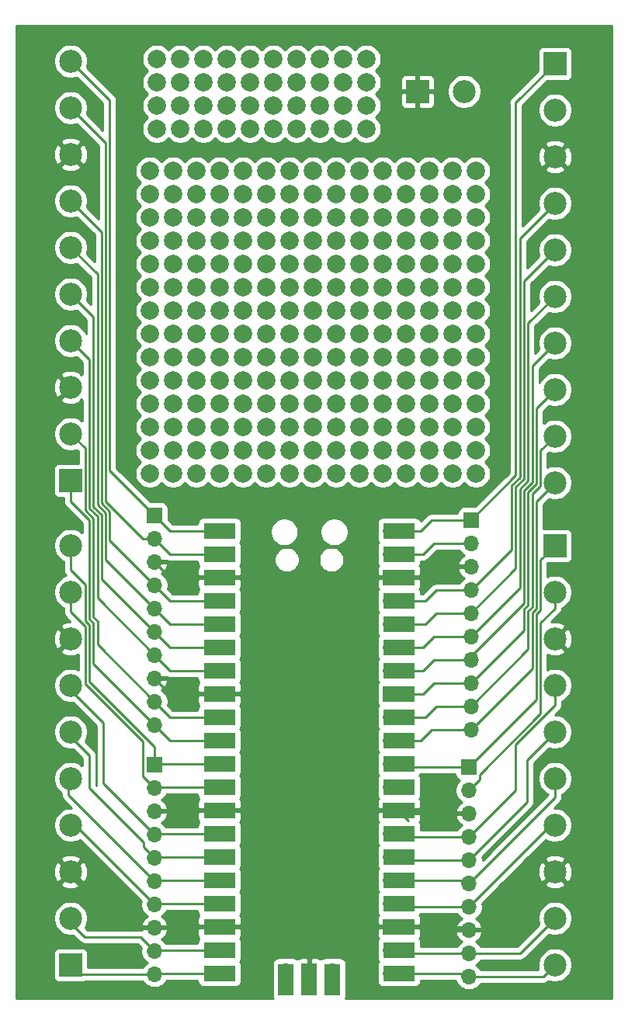
<source format=gbr>
%TF.GenerationSoftware,KiCad,Pcbnew,(5.1.6)-1*%
%TF.CreationDate,2021-02-04T13:55:20-05:00*%
%TF.ProjectId,MKME Pico Breakout,4d4b4d45-2050-4696-936f-20427265616b,rev?*%
%TF.SameCoordinates,Original*%
%TF.FileFunction,Copper,L1,Top*%
%TF.FilePolarity,Positive*%
%FSLAX46Y46*%
G04 Gerber Fmt 4.6, Leading zero omitted, Abs format (unit mm)*
G04 Created by KiCad (PCBNEW (5.1.6)-1) date 2021-02-04 13:55:20*
%MOMM*%
%LPD*%
G01*
G04 APERTURE LIST*
%TA.AperFunction,ComponentPad*%
%ADD10O,1.700000X1.700000*%
%TD*%
%TA.AperFunction,ComponentPad*%
%ADD11R,1.700000X1.700000*%
%TD*%
%TA.AperFunction,SMDPad,CuDef*%
%ADD12R,3.500000X1.700000*%
%TD*%
%TA.AperFunction,SMDPad,CuDef*%
%ADD13R,1.700000X3.500000*%
%TD*%
%TA.AperFunction,ComponentPad*%
%ADD14C,2.000000*%
%TD*%
%TA.AperFunction,ComponentPad*%
%ADD15R,2.500000X2.500000*%
%TD*%
%TA.AperFunction,ComponentPad*%
%ADD16C,2.500000*%
%TD*%
%TA.AperFunction,Conductor*%
%ADD17C,0.250000*%
%TD*%
%TA.AperFunction,Conductor*%
%ADD18C,0.254000*%
%TD*%
G04 APERTURE END LIST*
D10*
%TO.P,U1,1*%
%TO.N,GPIO0*%
X140572000Y-86258001D03*
%TO.P,U1,2*%
%TO.N,GPIO1*%
X140572000Y-88798001D03*
D11*
%TO.P,U1,3*%
%TO.N,GND*%
X140572000Y-91338001D03*
D10*
%TO.P,U1,4*%
%TO.N,GPIO2*%
X140572000Y-93878001D03*
%TO.P,U1,5*%
%TO.N,GPIO3*%
X140572000Y-96418001D03*
%TO.P,U1,6*%
%TO.N,GPIO4*%
X140572000Y-98958001D03*
%TO.P,U1,7*%
%TO.N,GPIO5*%
X140572000Y-101498001D03*
D11*
%TO.P,U1,8*%
%TO.N,GND*%
X140572000Y-104038001D03*
D10*
%TO.P,U1,9*%
%TO.N,GPIO6*%
X140572000Y-106578001D03*
%TO.P,U1,10*%
%TO.N,GPIO7*%
X140572000Y-109118001D03*
%TO.P,U1,11*%
%TO.N,GPIO8*%
X140572000Y-111658001D03*
%TO.P,U1,12*%
%TO.N,GPIO9*%
X140572000Y-114198001D03*
D11*
%TO.P,U1,13*%
%TO.N,GND*%
X140572000Y-116738001D03*
D10*
%TO.P,U1,14*%
%TO.N,GPIO10*%
X140572000Y-119278001D03*
%TO.P,U1,15*%
%TO.N,GPIO11*%
X140572000Y-121818001D03*
%TO.P,U1,16*%
%TO.N,GPIO12*%
X140572000Y-124358001D03*
%TO.P,U1,17*%
%TO.N,GPIO13*%
X140572000Y-126898001D03*
D11*
%TO.P,U1,18*%
%TO.N,GND*%
X140572000Y-129438001D03*
D10*
%TO.P,U1,19*%
%TO.N,GPIO14*%
X140572000Y-131978001D03*
%TO.P,U1,20*%
%TO.N,GPIO15*%
X140572000Y-134518001D03*
%TO.P,U1,21*%
%TO.N,GPIO16*%
X158352000Y-134518001D03*
%TO.P,U1,22*%
%TO.N,GPIO17*%
X158352000Y-131978001D03*
D11*
%TO.P,U1,23*%
%TO.N,GND*%
X158352000Y-129438001D03*
D10*
%TO.P,U1,24*%
%TO.N,GPIO18*%
X158352000Y-126898001D03*
%TO.P,U1,25*%
%TO.N,GPIO19*%
X158352000Y-124358001D03*
%TO.P,U1,26*%
%TO.N,GPIO20*%
X158352000Y-121818001D03*
%TO.P,U1,27*%
%TO.N,GPIO21*%
X158352000Y-119278001D03*
D11*
%TO.P,U1,28*%
%TO.N,GND*%
X158352000Y-116738001D03*
D10*
%TO.P,U1,29*%
%TO.N,GPIO22*%
X158352000Y-114198001D03*
%TO.P,U1,30*%
%TO.N,RUN*%
X158352000Y-111658001D03*
%TO.P,U1,31*%
%TO.N,GPIO26_ADC0*%
X158352000Y-109118001D03*
%TO.P,U1,32*%
%TO.N,GPIO27_ADC1*%
X158352000Y-106578001D03*
D11*
%TO.P,U1,33*%
%TO.N,AGND*%
X158352000Y-104038001D03*
D10*
%TO.P,U1,34*%
%TO.N,GPIO28_ADC2*%
X158352000Y-101498001D03*
%TO.P,U1,35*%
%TO.N,ADC_VREF*%
X158352000Y-98958001D03*
%TO.P,U1,36*%
%TO.N,3v3*%
X158352000Y-96418001D03*
%TO.P,U1,37*%
%TO.N,3V3_EN*%
X158352000Y-93878001D03*
D11*
%TO.P,U1,38*%
%TO.N,GND*%
X158352000Y-91338001D03*
D10*
%TO.P,U1,39*%
%TO.N,VSYS*%
X158352000Y-88798001D03*
%TO.P,U1,40*%
%TO.N,VBUS*%
X158352000Y-86258001D03*
D12*
%TO.P,U1,1*%
%TO.N,GPIO0*%
X139672000Y-86258001D03*
%TO.P,U1,2*%
%TO.N,GPIO1*%
X139672000Y-88798001D03*
%TO.P,U1,3*%
%TO.N,GND*%
X139672000Y-91338001D03*
%TO.P,U1,4*%
%TO.N,GPIO2*%
X139672000Y-93878001D03*
%TO.P,U1,5*%
%TO.N,GPIO3*%
X139672000Y-96418001D03*
%TO.P,U1,6*%
%TO.N,GPIO4*%
X139672000Y-98958001D03*
%TO.P,U1,7*%
%TO.N,GPIO5*%
X139672000Y-101498001D03*
%TO.P,U1,8*%
%TO.N,GND*%
X139672000Y-104038001D03*
%TO.P,U1,9*%
%TO.N,GPIO6*%
X139672000Y-106578001D03*
%TO.P,U1,10*%
%TO.N,GPIO7*%
X139672000Y-109118001D03*
%TO.P,U1,11*%
%TO.N,GPIO8*%
X139672000Y-111658001D03*
%TO.P,U1,12*%
%TO.N,GPIO9*%
X139672000Y-114198001D03*
%TO.P,U1,13*%
%TO.N,GND*%
X139672000Y-116738001D03*
%TO.P,U1,14*%
%TO.N,GPIO10*%
X139672000Y-119278001D03*
%TO.P,U1,15*%
%TO.N,GPIO11*%
X139672000Y-121818001D03*
%TO.P,U1,16*%
%TO.N,GPIO12*%
X139672000Y-124358001D03*
%TO.P,U1,17*%
%TO.N,GPIO13*%
X139672000Y-126898001D03*
%TO.P,U1,18*%
%TO.N,GND*%
X139672000Y-129438001D03*
%TO.P,U1,19*%
%TO.N,GPIO14*%
X139672000Y-131978001D03*
%TO.P,U1,20*%
%TO.N,GPIO15*%
X139672000Y-134518001D03*
%TO.P,U1,40*%
%TO.N,VBUS*%
X159252000Y-86258001D03*
%TO.P,U1,39*%
%TO.N,VSYS*%
X159252000Y-88798001D03*
%TO.P,U1,38*%
%TO.N,GND*%
X159252000Y-91338001D03*
%TO.P,U1,37*%
%TO.N,3V3_EN*%
X159252000Y-93878001D03*
%TO.P,U1,36*%
%TO.N,3v3*%
X159252000Y-96418001D03*
%TO.P,U1,35*%
%TO.N,ADC_VREF*%
X159252000Y-98958001D03*
%TO.P,U1,34*%
%TO.N,GPIO28_ADC2*%
X159252000Y-101498001D03*
%TO.P,U1,33*%
%TO.N,AGND*%
X159252000Y-104038001D03*
%TO.P,U1,32*%
%TO.N,GPIO27_ADC1*%
X159252000Y-106578001D03*
%TO.P,U1,31*%
%TO.N,GPIO26_ADC0*%
X159252000Y-109118001D03*
%TO.P,U1,30*%
%TO.N,RUN*%
X159252000Y-111658001D03*
%TO.P,U1,29*%
%TO.N,GPIO22*%
X159252000Y-114198001D03*
%TO.P,U1,28*%
%TO.N,GND*%
X159252000Y-116738001D03*
%TO.P,U1,27*%
%TO.N,GPIO21*%
X159252000Y-119278001D03*
%TO.P,U1,26*%
%TO.N,GPIO20*%
X159252000Y-121818001D03*
%TO.P,U1,25*%
%TO.N,GPIO19*%
X159252000Y-124358001D03*
%TO.P,U1,24*%
%TO.N,GPIO18*%
X159252000Y-126898001D03*
%TO.P,U1,23*%
%TO.N,GND*%
X159252000Y-129438001D03*
%TO.P,U1,22*%
%TO.N,GPIO17*%
X159252000Y-131978001D03*
%TO.P,U1,21*%
%TO.N,GPIO16*%
X159252000Y-134518001D03*
D13*
%TO.P,U1,41*%
%TO.N,Net-(U1-Pad41)*%
X146922000Y-135188001D03*
D10*
X146922000Y-134288001D03*
D13*
%TO.P,U1,42*%
%TO.N,GND*%
X149462000Y-135188001D03*
D11*
X149462000Y-134288001D03*
D13*
%TO.P,U1,43*%
%TO.N,Net-(U1-Pad43)*%
X152002000Y-135188001D03*
D10*
X152002000Y-134288001D03*
%TD*%
D14*
%TO.P,REF\u002A\u002A,1*%
%TO.N,N/C*%
X155702000Y-42418000D03*
%TD*%
%TO.P,REF\u002A\u002A,1*%
%TO.N,N/C*%
X153162000Y-42418000D03*
%TD*%
%TO.P,REF\u002A\u002A,1*%
%TO.N,N/C*%
X150622000Y-42418000D03*
%TD*%
%TO.P,REF\u002A\u002A,1*%
%TO.N,N/C*%
X148082000Y-42418000D03*
%TD*%
%TO.P,REF\u002A\u002A,1*%
%TO.N,N/C*%
X145542000Y-42418000D03*
%TD*%
%TO.P,REF\u002A\u002A,1*%
%TO.N,N/C*%
X143002000Y-42418000D03*
%TD*%
%TO.P,REF\u002A\u002A,1*%
%TO.N,N/C*%
X140462000Y-42418000D03*
%TD*%
%TO.P,REF\u002A\u002A,1*%
%TO.N,N/C*%
X137922000Y-42418000D03*
%TD*%
%TO.P,REF\u002A\u002A,1*%
%TO.N,N/C*%
X135382000Y-42418000D03*
%TD*%
%TO.P,REF\u002A\u002A,1*%
%TO.N,N/C*%
X132842000Y-42418000D03*
%TD*%
%TO.P,REF\u002A\u002A,1*%
%TO.N,N/C*%
X155702000Y-39878000D03*
%TD*%
%TO.P,REF\u002A\u002A,1*%
%TO.N,N/C*%
X153162000Y-39878000D03*
%TD*%
%TO.P,REF\u002A\u002A,1*%
%TO.N,N/C*%
X150622000Y-39878000D03*
%TD*%
%TO.P,REF\u002A\u002A,1*%
%TO.N,N/C*%
X148082000Y-39878000D03*
%TD*%
%TO.P,REF\u002A\u002A,1*%
%TO.N,N/C*%
X145542000Y-39878000D03*
%TD*%
%TO.P,REF\u002A\u002A,1*%
%TO.N,N/C*%
X143002000Y-39878000D03*
%TD*%
%TO.P,REF\u002A\u002A,1*%
%TO.N,N/C*%
X140462000Y-39878000D03*
%TD*%
%TO.P,REF\u002A\u002A,1*%
%TO.N,N/C*%
X137922000Y-39878000D03*
%TD*%
%TO.P,REF\u002A\u002A,1*%
%TO.N,N/C*%
X135382000Y-39878000D03*
%TD*%
%TO.P,REF\u002A\u002A,1*%
%TO.N,N/C*%
X132842000Y-39878000D03*
%TD*%
%TO.P,REF\u002A\u002A,1*%
%TO.N,N/C*%
X155702000Y-37338000D03*
%TD*%
%TO.P,REF\u002A\u002A,1*%
%TO.N,N/C*%
X153162000Y-37338000D03*
%TD*%
%TO.P,REF\u002A\u002A,1*%
%TO.N,N/C*%
X150622000Y-37338000D03*
%TD*%
%TO.P,REF\u002A\u002A,1*%
%TO.N,N/C*%
X148082000Y-37338000D03*
%TD*%
%TO.P,REF\u002A\u002A,1*%
%TO.N,N/C*%
X145542000Y-37338000D03*
%TD*%
%TO.P,REF\u002A\u002A,1*%
%TO.N,N/C*%
X143002000Y-37338000D03*
%TD*%
%TO.P,REF\u002A\u002A,1*%
%TO.N,N/C*%
X140462000Y-37338000D03*
%TD*%
%TO.P,REF\u002A\u002A,1*%
%TO.N,N/C*%
X137922000Y-37338000D03*
%TD*%
%TO.P,REF\u002A\u002A,1*%
%TO.N,N/C*%
X135382000Y-37338000D03*
%TD*%
%TO.P,REF\u002A\u002A,1*%
%TO.N,N/C*%
X132842000Y-37338000D03*
%TD*%
%TO.P,REF\u002A\u002A,1*%
%TO.N,N/C*%
X155702000Y-34798000D03*
%TD*%
%TO.P,REF\u002A\u002A,1*%
%TO.N,N/C*%
X153162000Y-34798000D03*
%TD*%
%TO.P,REF\u002A\u002A,1*%
%TO.N,N/C*%
X150622000Y-34798000D03*
%TD*%
%TO.P,REF\u002A\u002A,1*%
%TO.N,N/C*%
X148082000Y-34798000D03*
%TD*%
%TO.P,REF\u002A\u002A,1*%
%TO.N,N/C*%
X145542000Y-34798000D03*
%TD*%
%TO.P,REF\u002A\u002A,1*%
%TO.N,N/C*%
X143002000Y-34798000D03*
%TD*%
%TO.P,REF\u002A\u002A,1*%
%TO.N,N/C*%
X140462000Y-34798000D03*
%TD*%
%TO.P,REF\u002A\u002A,1*%
%TO.N,N/C*%
X137922000Y-34798000D03*
%TD*%
%TO.P,REF\u002A\u002A,1*%
%TO.N,N/C*%
X135382000Y-34798000D03*
%TD*%
%TO.P,REF\u002A\u002A,1*%
%TO.N,N/C*%
X132842000Y-34798000D03*
%TD*%
%TO.P,REF\u002A\u002A,1*%
%TO.N,N/C*%
X167640000Y-80010000D03*
%TD*%
%TO.P,REF\u002A\u002A,1*%
%TO.N,N/C*%
X165100000Y-80010000D03*
%TD*%
%TO.P,REF\u002A\u002A,1*%
%TO.N,N/C*%
X162560000Y-80010000D03*
%TD*%
%TO.P,REF\u002A\u002A,1*%
%TO.N,N/C*%
X160020000Y-80010000D03*
%TD*%
%TO.P,REF\u002A\u002A,1*%
%TO.N,N/C*%
X157480000Y-80010000D03*
%TD*%
%TO.P,REF\u002A\u002A,1*%
%TO.N,N/C*%
X154940000Y-80010000D03*
%TD*%
%TO.P,REF\u002A\u002A,1*%
%TO.N,N/C*%
X152400000Y-80010000D03*
%TD*%
%TO.P,REF\u002A\u002A,1*%
%TO.N,N/C*%
X149860000Y-80010000D03*
%TD*%
%TO.P,REF\u002A\u002A,1*%
%TO.N,N/C*%
X147320000Y-80010000D03*
%TD*%
%TO.P,REF\u002A\u002A,1*%
%TO.N,N/C*%
X144780000Y-80010000D03*
%TD*%
%TO.P,REF\u002A\u002A,1*%
%TO.N,N/C*%
X142240000Y-80010000D03*
%TD*%
%TO.P,REF\u002A\u002A,1*%
%TO.N,N/C*%
X139700000Y-80010000D03*
%TD*%
%TO.P,REF\u002A\u002A,1*%
%TO.N,N/C*%
X137160000Y-80010000D03*
%TD*%
%TO.P,REF\u002A\u002A,1*%
%TO.N,N/C*%
X134620000Y-80010000D03*
%TD*%
%TO.P,REF\u002A\u002A,1*%
%TO.N,N/C*%
X132080000Y-80010000D03*
%TD*%
%TO.P,REF\u002A\u002A,1*%
%TO.N,N/C*%
X167640000Y-77470000D03*
%TD*%
%TO.P,REF\u002A\u002A,1*%
%TO.N,N/C*%
X165100000Y-77470000D03*
%TD*%
%TO.P,REF\u002A\u002A,1*%
%TO.N,N/C*%
X162560000Y-77470000D03*
%TD*%
%TO.P,REF\u002A\u002A,1*%
%TO.N,N/C*%
X160020000Y-77470000D03*
%TD*%
%TO.P,REF\u002A\u002A,1*%
%TO.N,N/C*%
X157480000Y-77470000D03*
%TD*%
%TO.P,REF\u002A\u002A,1*%
%TO.N,N/C*%
X154940000Y-77470000D03*
%TD*%
%TO.P,REF\u002A\u002A,1*%
%TO.N,N/C*%
X152400000Y-77470000D03*
%TD*%
%TO.P,REF\u002A\u002A,1*%
%TO.N,N/C*%
X149860000Y-77470000D03*
%TD*%
%TO.P,REF\u002A\u002A,1*%
%TO.N,N/C*%
X147320000Y-77470000D03*
%TD*%
%TO.P,REF\u002A\u002A,1*%
%TO.N,N/C*%
X144780000Y-77470000D03*
%TD*%
%TO.P,REF\u002A\u002A,1*%
%TO.N,N/C*%
X142240000Y-77470000D03*
%TD*%
%TO.P,REF\u002A\u002A,1*%
%TO.N,N/C*%
X139700000Y-77470000D03*
%TD*%
%TO.P,REF\u002A\u002A,1*%
%TO.N,N/C*%
X137160000Y-77470000D03*
%TD*%
%TO.P,REF\u002A\u002A,1*%
%TO.N,N/C*%
X134620000Y-77470000D03*
%TD*%
%TO.P,REF\u002A\u002A,1*%
%TO.N,N/C*%
X132080000Y-77470000D03*
%TD*%
%TO.P,REF\u002A\u002A,1*%
%TO.N,N/C*%
X167640000Y-74930000D03*
%TD*%
%TO.P,REF\u002A\u002A,1*%
%TO.N,N/C*%
X165100000Y-74930000D03*
%TD*%
%TO.P,REF\u002A\u002A,1*%
%TO.N,N/C*%
X162560000Y-74930000D03*
%TD*%
%TO.P,REF\u002A\u002A,1*%
%TO.N,N/C*%
X160020000Y-74930000D03*
%TD*%
%TO.P,REF\u002A\u002A,1*%
%TO.N,N/C*%
X157480000Y-74930000D03*
%TD*%
%TO.P,REF\u002A\u002A,1*%
%TO.N,N/C*%
X154940000Y-74930000D03*
%TD*%
%TO.P,REF\u002A\u002A,1*%
%TO.N,N/C*%
X152400000Y-74930000D03*
%TD*%
%TO.P,REF\u002A\u002A,1*%
%TO.N,N/C*%
X149860000Y-74930000D03*
%TD*%
%TO.P,REF\u002A\u002A,1*%
%TO.N,N/C*%
X147320000Y-74930000D03*
%TD*%
%TO.P,REF\u002A\u002A,1*%
%TO.N,N/C*%
X144780000Y-74930000D03*
%TD*%
%TO.P,REF\u002A\u002A,1*%
%TO.N,N/C*%
X142240000Y-74930000D03*
%TD*%
%TO.P,REF\u002A\u002A,1*%
%TO.N,N/C*%
X139700000Y-74930000D03*
%TD*%
%TO.P,REF\u002A\u002A,1*%
%TO.N,N/C*%
X137160000Y-74930000D03*
%TD*%
%TO.P,REF\u002A\u002A,1*%
%TO.N,N/C*%
X134620000Y-74930000D03*
%TD*%
%TO.P,REF\u002A\u002A,1*%
%TO.N,N/C*%
X132080000Y-74930000D03*
%TD*%
%TO.P,REF\u002A\u002A,1*%
%TO.N,N/C*%
X167640000Y-72390000D03*
%TD*%
%TO.P,REF\u002A\u002A,1*%
%TO.N,N/C*%
X165100000Y-72390000D03*
%TD*%
%TO.P,REF\u002A\u002A,1*%
%TO.N,N/C*%
X162560000Y-72390000D03*
%TD*%
%TO.P,REF\u002A\u002A,1*%
%TO.N,N/C*%
X160020000Y-72390000D03*
%TD*%
%TO.P,REF\u002A\u002A,1*%
%TO.N,N/C*%
X157480000Y-72390000D03*
%TD*%
%TO.P,REF\u002A\u002A,1*%
%TO.N,N/C*%
X154940000Y-72390000D03*
%TD*%
%TO.P,REF\u002A\u002A,1*%
%TO.N,N/C*%
X152400000Y-72390000D03*
%TD*%
%TO.P,REF\u002A\u002A,1*%
%TO.N,N/C*%
X149860000Y-72390000D03*
%TD*%
%TO.P,REF\u002A\u002A,1*%
%TO.N,N/C*%
X147320000Y-72390000D03*
%TD*%
%TO.P,REF\u002A\u002A,1*%
%TO.N,N/C*%
X144780000Y-72390000D03*
%TD*%
%TO.P,REF\u002A\u002A,1*%
%TO.N,N/C*%
X142240000Y-72390000D03*
%TD*%
%TO.P,REF\u002A\u002A,1*%
%TO.N,N/C*%
X139700000Y-72390000D03*
%TD*%
%TO.P,REF\u002A\u002A,1*%
%TO.N,N/C*%
X137160000Y-72390000D03*
%TD*%
%TO.P,REF\u002A\u002A,1*%
%TO.N,N/C*%
X134620000Y-72390000D03*
%TD*%
%TO.P,REF\u002A\u002A,1*%
%TO.N,N/C*%
X132080000Y-72390000D03*
%TD*%
%TO.P,REF\u002A\u002A,1*%
%TO.N,N/C*%
X167640000Y-69850000D03*
%TD*%
%TO.P,REF\u002A\u002A,1*%
%TO.N,N/C*%
X165100000Y-69850000D03*
%TD*%
%TO.P,REF\u002A\u002A,1*%
%TO.N,N/C*%
X162560000Y-69850000D03*
%TD*%
%TO.P,REF\u002A\u002A,1*%
%TO.N,N/C*%
X160020000Y-69850000D03*
%TD*%
%TO.P,REF\u002A\u002A,1*%
%TO.N,N/C*%
X157480000Y-69850000D03*
%TD*%
%TO.P,REF\u002A\u002A,1*%
%TO.N,N/C*%
X154940000Y-69850000D03*
%TD*%
%TO.P,REF\u002A\u002A,1*%
%TO.N,N/C*%
X152400000Y-69850000D03*
%TD*%
%TO.P,REF\u002A\u002A,1*%
%TO.N,N/C*%
X149860000Y-69850000D03*
%TD*%
%TO.P,REF\u002A\u002A,1*%
%TO.N,N/C*%
X147320000Y-69850000D03*
%TD*%
%TO.P,REF\u002A\u002A,1*%
%TO.N,N/C*%
X144780000Y-69850000D03*
%TD*%
%TO.P,REF\u002A\u002A,1*%
%TO.N,N/C*%
X142240000Y-69850000D03*
%TD*%
%TO.P,REF\u002A\u002A,1*%
%TO.N,N/C*%
X139700000Y-69850000D03*
%TD*%
%TO.P,REF\u002A\u002A,1*%
%TO.N,N/C*%
X137160000Y-69850000D03*
%TD*%
%TO.P,REF\u002A\u002A,1*%
%TO.N,N/C*%
X134620000Y-69850000D03*
%TD*%
%TO.P,REF\u002A\u002A,1*%
%TO.N,N/C*%
X132080000Y-69850000D03*
%TD*%
%TO.P,REF\u002A\u002A,1*%
%TO.N,N/C*%
X167640000Y-67310000D03*
%TD*%
%TO.P,REF\u002A\u002A,1*%
%TO.N,N/C*%
X165100000Y-67310000D03*
%TD*%
%TO.P,REF\u002A\u002A,1*%
%TO.N,N/C*%
X162560000Y-67310000D03*
%TD*%
%TO.P,REF\u002A\u002A,1*%
%TO.N,N/C*%
X160020000Y-67310000D03*
%TD*%
%TO.P,REF\u002A\u002A,1*%
%TO.N,N/C*%
X157480000Y-67310000D03*
%TD*%
%TO.P,REF\u002A\u002A,1*%
%TO.N,N/C*%
X154940000Y-67310000D03*
%TD*%
%TO.P,REF\u002A\u002A,1*%
%TO.N,N/C*%
X152400000Y-67310000D03*
%TD*%
%TO.P,REF\u002A\u002A,1*%
%TO.N,N/C*%
X149860000Y-67310000D03*
%TD*%
%TO.P,REF\u002A\u002A,1*%
%TO.N,N/C*%
X147320000Y-67310000D03*
%TD*%
%TO.P,REF\u002A\u002A,1*%
%TO.N,N/C*%
X144780000Y-67310000D03*
%TD*%
%TO.P,REF\u002A\u002A,1*%
%TO.N,N/C*%
X142240000Y-67310000D03*
%TD*%
%TO.P,REF\u002A\u002A,1*%
%TO.N,N/C*%
X139700000Y-67310000D03*
%TD*%
%TO.P,REF\u002A\u002A,1*%
%TO.N,N/C*%
X137160000Y-67310000D03*
%TD*%
%TO.P,REF\u002A\u002A,1*%
%TO.N,N/C*%
X134620000Y-67310000D03*
%TD*%
%TO.P,REF\u002A\u002A,1*%
%TO.N,N/C*%
X132080000Y-67310000D03*
%TD*%
%TO.P,REF\u002A\u002A,1*%
%TO.N,N/C*%
X167640000Y-64770000D03*
%TD*%
%TO.P,REF\u002A\u002A,1*%
%TO.N,N/C*%
X165100000Y-64770000D03*
%TD*%
%TO.P,REF\u002A\u002A,1*%
%TO.N,N/C*%
X162560000Y-64770000D03*
%TD*%
%TO.P,REF\u002A\u002A,1*%
%TO.N,N/C*%
X160020000Y-64770000D03*
%TD*%
%TO.P,REF\u002A\u002A,1*%
%TO.N,N/C*%
X157480000Y-64770000D03*
%TD*%
%TO.P,REF\u002A\u002A,1*%
%TO.N,N/C*%
X154940000Y-64770000D03*
%TD*%
%TO.P,REF\u002A\u002A,1*%
%TO.N,N/C*%
X152400000Y-64770000D03*
%TD*%
%TO.P,REF\u002A\u002A,1*%
%TO.N,N/C*%
X149860000Y-64770000D03*
%TD*%
%TO.P,REF\u002A\u002A,1*%
%TO.N,N/C*%
X147320000Y-64770000D03*
%TD*%
%TO.P,REF\u002A\u002A,1*%
%TO.N,N/C*%
X144780000Y-64770000D03*
%TD*%
%TO.P,REF\u002A\u002A,1*%
%TO.N,N/C*%
X142240000Y-64770000D03*
%TD*%
%TO.P,REF\u002A\u002A,1*%
%TO.N,N/C*%
X139700000Y-64770000D03*
%TD*%
%TO.P,REF\u002A\u002A,1*%
%TO.N,N/C*%
X137160000Y-64770000D03*
%TD*%
%TO.P,REF\u002A\u002A,1*%
%TO.N,N/C*%
X134620000Y-64770000D03*
%TD*%
%TO.P,REF\u002A\u002A,1*%
%TO.N,N/C*%
X132080000Y-64770000D03*
%TD*%
%TO.P,REF\u002A\u002A,1*%
%TO.N,N/C*%
X167640000Y-62230000D03*
%TD*%
%TO.P,REF\u002A\u002A,1*%
%TO.N,N/C*%
X165100000Y-62230000D03*
%TD*%
%TO.P,REF\u002A\u002A,1*%
%TO.N,N/C*%
X162560000Y-62230000D03*
%TD*%
%TO.P,REF\u002A\u002A,1*%
%TO.N,N/C*%
X160020000Y-62230000D03*
%TD*%
%TO.P,REF\u002A\u002A,1*%
%TO.N,N/C*%
X157480000Y-62230000D03*
%TD*%
%TO.P,REF\u002A\u002A,1*%
%TO.N,N/C*%
X154940000Y-62230000D03*
%TD*%
%TO.P,REF\u002A\u002A,1*%
%TO.N,N/C*%
X152400000Y-62230000D03*
%TD*%
%TO.P,REF\u002A\u002A,1*%
%TO.N,N/C*%
X149860000Y-62230000D03*
%TD*%
%TO.P,REF\u002A\u002A,1*%
%TO.N,N/C*%
X147320000Y-62230000D03*
%TD*%
%TO.P,REF\u002A\u002A,1*%
%TO.N,N/C*%
X144780000Y-62230000D03*
%TD*%
%TO.P,REF\u002A\u002A,1*%
%TO.N,N/C*%
X142240000Y-62230000D03*
%TD*%
%TO.P,REF\u002A\u002A,1*%
%TO.N,N/C*%
X139700000Y-62230000D03*
%TD*%
%TO.P,REF\u002A\u002A,1*%
%TO.N,N/C*%
X137160000Y-62230000D03*
%TD*%
%TO.P,REF\u002A\u002A,1*%
%TO.N,N/C*%
X134620000Y-62230000D03*
%TD*%
%TO.P,REF\u002A\u002A,1*%
%TO.N,N/C*%
X132080000Y-62230000D03*
%TD*%
%TO.P,REF\u002A\u002A,1*%
%TO.N,N/C*%
X167640000Y-59690000D03*
%TD*%
%TO.P,REF\u002A\u002A,1*%
%TO.N,N/C*%
X165100000Y-59690000D03*
%TD*%
%TO.P,REF\u002A\u002A,1*%
%TO.N,N/C*%
X162560000Y-59690000D03*
%TD*%
%TO.P,REF\u002A\u002A,1*%
%TO.N,N/C*%
X160020000Y-59690000D03*
%TD*%
%TO.P,REF\u002A\u002A,1*%
%TO.N,N/C*%
X157480000Y-59690000D03*
%TD*%
%TO.P,REF\u002A\u002A,1*%
%TO.N,N/C*%
X154940000Y-59690000D03*
%TD*%
%TO.P,REF\u002A\u002A,1*%
%TO.N,N/C*%
X152400000Y-59690000D03*
%TD*%
%TO.P,REF\u002A\u002A,1*%
%TO.N,N/C*%
X149860000Y-59690000D03*
%TD*%
%TO.P,REF\u002A\u002A,1*%
%TO.N,N/C*%
X147320000Y-59690000D03*
%TD*%
%TO.P,REF\u002A\u002A,1*%
%TO.N,N/C*%
X144780000Y-59690000D03*
%TD*%
%TO.P,REF\u002A\u002A,1*%
%TO.N,N/C*%
X142240000Y-59690000D03*
%TD*%
%TO.P,REF\u002A\u002A,1*%
%TO.N,N/C*%
X139700000Y-59690000D03*
%TD*%
%TO.P,REF\u002A\u002A,1*%
%TO.N,N/C*%
X137160000Y-59690000D03*
%TD*%
%TO.P,REF\u002A\u002A,1*%
%TO.N,N/C*%
X134620000Y-59690000D03*
%TD*%
%TO.P,REF\u002A\u002A,1*%
%TO.N,N/C*%
X132080000Y-59690000D03*
%TD*%
%TO.P,REF\u002A\u002A,1*%
%TO.N,N/C*%
X167640000Y-57150000D03*
%TD*%
%TO.P,REF\u002A\u002A,1*%
%TO.N,N/C*%
X165100000Y-57150000D03*
%TD*%
%TO.P,REF\u002A\u002A,1*%
%TO.N,N/C*%
X162560000Y-57150000D03*
%TD*%
%TO.P,REF\u002A\u002A,1*%
%TO.N,N/C*%
X160020000Y-57150000D03*
%TD*%
%TO.P,REF\u002A\u002A,1*%
%TO.N,N/C*%
X157480000Y-57150000D03*
%TD*%
%TO.P,REF\u002A\u002A,1*%
%TO.N,N/C*%
X154940000Y-57150000D03*
%TD*%
%TO.P,REF\u002A\u002A,1*%
%TO.N,N/C*%
X152400000Y-57150000D03*
%TD*%
%TO.P,REF\u002A\u002A,1*%
%TO.N,N/C*%
X149860000Y-57150000D03*
%TD*%
%TO.P,REF\u002A\u002A,1*%
%TO.N,N/C*%
X147320000Y-57150000D03*
%TD*%
%TO.P,REF\u002A\u002A,1*%
%TO.N,N/C*%
X144780000Y-57150000D03*
%TD*%
%TO.P,REF\u002A\u002A,1*%
%TO.N,N/C*%
X142240000Y-57150000D03*
%TD*%
%TO.P,REF\u002A\u002A,1*%
%TO.N,N/C*%
X139700000Y-57150000D03*
%TD*%
%TO.P,REF\u002A\u002A,1*%
%TO.N,N/C*%
X137160000Y-57150000D03*
%TD*%
%TO.P,REF\u002A\u002A,1*%
%TO.N,N/C*%
X134620000Y-57150000D03*
%TD*%
%TO.P,REF\u002A\u002A,1*%
%TO.N,N/C*%
X132080000Y-57150000D03*
%TD*%
%TO.P,REF\u002A\u002A,1*%
%TO.N,N/C*%
X167640000Y-54610000D03*
%TD*%
%TO.P,REF\u002A\u002A,1*%
%TO.N,N/C*%
X165100000Y-54610000D03*
%TD*%
%TO.P,REF\u002A\u002A,1*%
%TO.N,N/C*%
X162560000Y-54610000D03*
%TD*%
%TO.P,REF\u002A\u002A,1*%
%TO.N,N/C*%
X160020000Y-54610000D03*
%TD*%
%TO.P,REF\u002A\u002A,1*%
%TO.N,N/C*%
X157480000Y-54610000D03*
%TD*%
%TO.P,REF\u002A\u002A,1*%
%TO.N,N/C*%
X154940000Y-54610000D03*
%TD*%
%TO.P,REF\u002A\u002A,1*%
%TO.N,N/C*%
X152400000Y-54610000D03*
%TD*%
%TO.P,REF\u002A\u002A,1*%
%TO.N,N/C*%
X149860000Y-54610000D03*
%TD*%
%TO.P,REF\u002A\u002A,1*%
%TO.N,N/C*%
X147320000Y-54610000D03*
%TD*%
%TO.P,REF\u002A\u002A,1*%
%TO.N,N/C*%
X144780000Y-54610000D03*
%TD*%
%TO.P,REF\u002A\u002A,1*%
%TO.N,N/C*%
X142240000Y-54610000D03*
%TD*%
%TO.P,REF\u002A\u002A,1*%
%TO.N,N/C*%
X139700000Y-54610000D03*
%TD*%
%TO.P,REF\u002A\u002A,1*%
%TO.N,N/C*%
X137160000Y-54610000D03*
%TD*%
%TO.P,REF\u002A\u002A,1*%
%TO.N,N/C*%
X134620000Y-54610000D03*
%TD*%
%TO.P,REF\u002A\u002A,1*%
%TO.N,N/C*%
X132080000Y-54610000D03*
%TD*%
%TO.P,REF\u002A\u002A,1*%
%TO.N,N/C*%
X167640000Y-52070000D03*
%TD*%
%TO.P,REF\u002A\u002A,1*%
%TO.N,N/C*%
X165100000Y-52070000D03*
%TD*%
%TO.P,REF\u002A\u002A,1*%
%TO.N,N/C*%
X162560000Y-52070000D03*
%TD*%
%TO.P,REF\u002A\u002A,1*%
%TO.N,N/C*%
X160020000Y-52070000D03*
%TD*%
%TO.P,REF\u002A\u002A,1*%
%TO.N,N/C*%
X157480000Y-52070000D03*
%TD*%
%TO.P,REF\u002A\u002A,1*%
%TO.N,N/C*%
X154940000Y-52070000D03*
%TD*%
%TO.P,REF\u002A\u002A,1*%
%TO.N,N/C*%
X152400000Y-52070000D03*
%TD*%
%TO.P,REF\u002A\u002A,1*%
%TO.N,N/C*%
X149860000Y-52070000D03*
%TD*%
%TO.P,REF\u002A\u002A,1*%
%TO.N,N/C*%
X147320000Y-52070000D03*
%TD*%
%TO.P,REF\u002A\u002A,1*%
%TO.N,N/C*%
X144780000Y-52070000D03*
%TD*%
%TO.P,REF\u002A\u002A,1*%
%TO.N,N/C*%
X142240000Y-52070000D03*
%TD*%
%TO.P,REF\u002A\u002A,1*%
%TO.N,N/C*%
X139700000Y-52070000D03*
%TD*%
%TO.P,REF\u002A\u002A,1*%
%TO.N,N/C*%
X137160000Y-52070000D03*
%TD*%
%TO.P,REF\u002A\u002A,1*%
%TO.N,N/C*%
X134620000Y-52070000D03*
%TD*%
%TO.P,REF\u002A\u002A,1*%
%TO.N,N/C*%
X132080000Y-52070000D03*
%TD*%
%TO.P,REF\u002A\u002A,1*%
%TO.N,N/C*%
X167640000Y-49530000D03*
%TD*%
%TO.P,REF\u002A\u002A,1*%
%TO.N,N/C*%
X165100000Y-49530000D03*
%TD*%
%TO.P,REF\u002A\u002A,1*%
%TO.N,N/C*%
X162560000Y-49530000D03*
%TD*%
%TO.P,REF\u002A\u002A,1*%
%TO.N,N/C*%
X160020000Y-49530000D03*
%TD*%
%TO.P,REF\u002A\u002A,1*%
%TO.N,N/C*%
X157480000Y-49530000D03*
%TD*%
%TO.P,REF\u002A\u002A,1*%
%TO.N,N/C*%
X154940000Y-49530000D03*
%TD*%
%TO.P,REF\u002A\u002A,1*%
%TO.N,N/C*%
X152400000Y-49530000D03*
%TD*%
%TO.P,REF\u002A\u002A,1*%
%TO.N,N/C*%
X149860000Y-49530000D03*
%TD*%
%TO.P,REF\u002A\u002A,1*%
%TO.N,N/C*%
X147320000Y-49530000D03*
%TD*%
%TO.P,REF\u002A\u002A,1*%
%TO.N,N/C*%
X144780000Y-49530000D03*
%TD*%
%TO.P,REF\u002A\u002A,1*%
%TO.N,N/C*%
X142240000Y-49530000D03*
%TD*%
%TO.P,REF\u002A\u002A,1*%
%TO.N,N/C*%
X139700000Y-49530000D03*
%TD*%
%TO.P,REF\u002A\u002A,1*%
%TO.N,N/C*%
X137160000Y-49530000D03*
%TD*%
%TO.P,REF\u002A\u002A,1*%
%TO.N,N/C*%
X134620000Y-49530000D03*
%TD*%
%TO.P,REF\u002A\u002A,1*%
%TO.N,N/C*%
X132080000Y-49530000D03*
%TD*%
%TO.P,REF\u002A\u002A,1*%
%TO.N,N/C*%
X167640000Y-46990000D03*
%TD*%
%TO.P,REF\u002A\u002A,1*%
%TO.N,N/C*%
X165100000Y-46990000D03*
%TD*%
%TO.P,REF\u002A\u002A,1*%
%TO.N,N/C*%
X162560000Y-46990000D03*
%TD*%
%TO.P,REF\u002A\u002A,1*%
%TO.N,N/C*%
X160020000Y-46990000D03*
%TD*%
%TO.P,REF\u002A\u002A,1*%
%TO.N,N/C*%
X157480000Y-46990000D03*
%TD*%
%TO.P,REF\u002A\u002A,1*%
%TO.N,N/C*%
X154940000Y-46990000D03*
%TD*%
%TO.P,REF\u002A\u002A,1*%
%TO.N,N/C*%
X152400000Y-46990000D03*
%TD*%
%TO.P,REF\u002A\u002A,1*%
%TO.N,N/C*%
X149860000Y-46990000D03*
%TD*%
%TO.P,REF\u002A\u002A,1*%
%TO.N,N/C*%
X147320000Y-46990000D03*
%TD*%
%TO.P,REF\u002A\u002A,1*%
%TO.N,N/C*%
X144780000Y-46990000D03*
%TD*%
%TO.P,REF\u002A\u002A,1*%
%TO.N,N/C*%
X142240000Y-46990000D03*
%TD*%
%TO.P,REF\u002A\u002A,1*%
%TO.N,N/C*%
X139700000Y-46990000D03*
%TD*%
%TO.P,REF\u002A\u002A,1*%
%TO.N,N/C*%
X137160000Y-46990000D03*
%TD*%
%TO.P,REF\u002A\u002A,1*%
%TO.N,N/C*%
X134620000Y-46990000D03*
%TD*%
%TO.P,REF\u002A\u002A,1*%
%TO.N,N/C*%
X132080000Y-46990000D03*
%TD*%
D15*
%TO.P,J3,1*%
%TO.N,GND*%
X161290000Y-38354000D03*
D16*
%TO.P,J3,2*%
%TO.N,VSYS*%
X166370000Y-38354000D03*
%TD*%
D11*
%TO.P,J6,1*%
%TO.N,RUN*%
X166878000Y-112014000D03*
D10*
%TO.P,J6,2*%
%TO.N,GPIO22*%
X166878000Y-114554000D03*
%TO.P,J6,3*%
%TO.N,GND*%
X166878000Y-117094000D03*
%TO.P,J6,4*%
%TO.N,GPIO21*%
X166878000Y-119634000D03*
%TO.P,J6,5*%
%TO.N,GPIO20*%
X166878000Y-122174000D03*
%TO.P,J6,6*%
%TO.N,GPIO19*%
X166878000Y-124714000D03*
%TO.P,J6,7*%
%TO.N,GPIO18*%
X166878000Y-127254000D03*
%TO.P,J6,8*%
%TO.N,GND*%
X166878000Y-129794000D03*
%TO.P,J6,9*%
%TO.N,GPIO17*%
X166878000Y-132334000D03*
%TO.P,J6,10*%
%TO.N,GPIO16*%
X166878000Y-134874000D03*
%TD*%
%TO.P,J7,10*%
%TO.N,GPIO26_ADC0*%
X167132000Y-107950000D03*
%TO.P,J7,9*%
%TO.N,GPIO27_ADC1*%
X167132000Y-105410000D03*
%TO.P,J7,8*%
%TO.N,AGND*%
X167132000Y-102870000D03*
%TO.P,J7,7*%
%TO.N,GPIO28_ADC2*%
X167132000Y-100330000D03*
%TO.P,J7,6*%
%TO.N,ADC_VREF*%
X167132000Y-97790000D03*
%TO.P,J7,5*%
%TO.N,3v3*%
X167132000Y-95250000D03*
%TO.P,J7,4*%
%TO.N,3V3_EN*%
X167132000Y-92710000D03*
%TO.P,J7,3*%
%TO.N,GND*%
X167132000Y-90170000D03*
%TO.P,J7,2*%
%TO.N,VSYS*%
X167132000Y-87630000D03*
D11*
%TO.P,J7,1*%
%TO.N,VBUS*%
X167132000Y-85090000D03*
%TD*%
%TO.P,J2,1*%
%TO.N,GPIO8*%
X132588000Y-111760000D03*
D10*
%TO.P,J2,2*%
%TO.N,GPIO9*%
X132588000Y-114300000D03*
%TO.P,J2,3*%
%TO.N,GND*%
X132588000Y-116840000D03*
%TO.P,J2,4*%
%TO.N,GPIO10*%
X132588000Y-119380000D03*
%TO.P,J2,5*%
%TO.N,GPIO11*%
X132588000Y-121920000D03*
%TO.P,J2,6*%
%TO.N,GPIO12*%
X132588000Y-124460000D03*
%TO.P,J2,7*%
%TO.N,GPIO13*%
X132588000Y-127000000D03*
%TO.P,J2,8*%
%TO.N,GND*%
X132588000Y-129540000D03*
%TO.P,J2,9*%
%TO.N,GPIO14*%
X132588000Y-132080000D03*
%TO.P,J2,10*%
%TO.N,GPIO15*%
X132588000Y-134620000D03*
%TD*%
%TO.P,J5,10*%
%TO.N,GPIO7*%
X132588000Y-107442000D03*
%TO.P,J5,9*%
%TO.N,GPIO6*%
X132588000Y-104902000D03*
%TO.P,J5,8*%
%TO.N,GND*%
X132588000Y-102362000D03*
%TO.P,J5,7*%
%TO.N,GPIO5*%
X132588000Y-99822000D03*
%TO.P,J5,6*%
%TO.N,GPIO4*%
X132588000Y-97282000D03*
%TO.P,J5,5*%
%TO.N,GPIO3*%
X132588000Y-94742000D03*
%TO.P,J5,4*%
%TO.N,GPIO2*%
X132588000Y-92202000D03*
%TO.P,J5,3*%
%TO.N,GND*%
X132588000Y-89662000D03*
%TO.P,J5,2*%
%TO.N,GPIO1*%
X132588000Y-87122000D03*
D11*
%TO.P,J5,1*%
%TO.N,GPIO0*%
X132588000Y-84582000D03*
%TD*%
D15*
%TO.P,J1,1*%
%TO.N,GPIO15*%
X123444000Y-133604000D03*
D16*
%TO.P,J1,2*%
%TO.N,GPIO14*%
X123444000Y-128524000D03*
%TO.P,J1,3*%
%TO.N,GND*%
X123444000Y-123444000D03*
%TO.P,J1,4*%
%TO.N,GPIO13*%
X123444000Y-118364000D03*
%TO.P,J1,5*%
%TO.N,GPIO12*%
X123444000Y-113284000D03*
%TO.P,J1,6*%
%TO.N,GPIO11*%
X123444000Y-108204000D03*
%TO.P,J1,7*%
%TO.N,GPIO10*%
X123444000Y-103124000D03*
%TO.P,J1,8*%
%TO.N,GND*%
X123444000Y-98044000D03*
%TO.P,J1,9*%
%TO.N,GPIO9*%
X123444000Y-92964000D03*
%TO.P,J1,10*%
%TO.N,GPIO8*%
X123444000Y-87884000D03*
%TD*%
%TO.P,J4,10*%
%TO.N,GPIO0*%
X123444000Y-35052000D03*
%TO.P,J4,9*%
%TO.N,GPIO1*%
X123444000Y-40132000D03*
%TO.P,J4,8*%
%TO.N,GND*%
X123444000Y-45212000D03*
%TO.P,J4,7*%
%TO.N,GPIO2*%
X123444000Y-50292000D03*
%TO.P,J4,6*%
%TO.N,GPIO3*%
X123444000Y-55372000D03*
%TO.P,J4,5*%
%TO.N,GPIO4*%
X123444000Y-60452000D03*
%TO.P,J4,4*%
%TO.N,GPIO5*%
X123444000Y-65532000D03*
%TO.P,J4,3*%
%TO.N,GND*%
X123444000Y-70612000D03*
%TO.P,J4,2*%
%TO.N,GPIO6*%
X123444000Y-75692000D03*
D15*
%TO.P,J4,1*%
%TO.N,GPIO7*%
X123444000Y-80772000D03*
%TD*%
%TO.P,J8,1*%
%TO.N,RUN*%
X176276000Y-87884000D03*
D16*
%TO.P,J8,2*%
%TO.N,GPIO22*%
X176276000Y-92964000D03*
%TO.P,J8,3*%
%TO.N,GND*%
X176276000Y-98044000D03*
%TO.P,J8,4*%
%TO.N,GPIO21*%
X176276000Y-103124000D03*
%TO.P,J8,5*%
%TO.N,GPIO20*%
X176276000Y-108204000D03*
%TO.P,J8,6*%
%TO.N,GPIO19*%
X176276000Y-113284000D03*
%TO.P,J8,7*%
%TO.N,GPIO18*%
X176276000Y-118364000D03*
%TO.P,J8,8*%
%TO.N,GND*%
X176276000Y-123444000D03*
%TO.P,J8,9*%
%TO.N,GPIO17*%
X176276000Y-128524000D03*
%TO.P,J8,10*%
%TO.N,GPIO16*%
X176276000Y-133604000D03*
%TD*%
%TO.P,J9,10*%
%TO.N,GPIO26_ADC0*%
X176276000Y-81026000D03*
%TO.P,J9,9*%
%TO.N,GPIO27_ADC1*%
X176276000Y-75946000D03*
%TO.P,J9,8*%
%TO.N,AGND*%
X176276000Y-70866000D03*
%TO.P,J9,7*%
%TO.N,GPIO28_ADC2*%
X176276000Y-65786000D03*
%TO.P,J9,6*%
%TO.N,ADC_VREF*%
X176276000Y-60706000D03*
%TO.P,J9,5*%
%TO.N,3v3*%
X176276000Y-55626000D03*
%TO.P,J9,4*%
%TO.N,3V3_EN*%
X176276000Y-50546000D03*
%TO.P,J9,3*%
%TO.N,GND*%
X176276000Y-45466000D03*
%TO.P,J9,2*%
%TO.N,VSYS*%
X176276000Y-40386000D03*
D15*
%TO.P,J9,1*%
%TO.N,VBUS*%
X176276000Y-35306000D03*
%TD*%
D17*
%TO.N,GPIO15*%
X132689999Y-134518001D02*
X132588000Y-134620000D01*
X140572000Y-134518001D02*
X132689999Y-134518001D01*
X123952000Y-134620000D02*
X123190000Y-133858000D01*
X132588000Y-134620000D02*
X123952000Y-134620000D01*
%TO.N,GPIO14*%
X123190000Y-128778000D02*
X124968000Y-130556000D01*
X131064000Y-130556000D02*
X132588000Y-132080000D01*
X124968000Y-130556000D02*
X131064000Y-130556000D01*
X132689999Y-131978001D02*
X132588000Y-132080000D01*
X140572000Y-131978001D02*
X132689999Y-131978001D01*
%TO.N,GND*%
X132689999Y-129438001D02*
X132588000Y-129540000D01*
X140572000Y-129438001D02*
X132689999Y-129438001D01*
X129032000Y-129540000D02*
X123190000Y-123698000D01*
X132588000Y-129540000D02*
X129032000Y-129540000D01*
X132689999Y-116738001D02*
X132588000Y-116840000D01*
X140572000Y-116738001D02*
X132689999Y-116738001D01*
X134264001Y-104038001D02*
X132588000Y-102362000D01*
X140572000Y-104038001D02*
X134264001Y-104038001D01*
X134264001Y-91338001D02*
X132588000Y-89662000D01*
X140572000Y-91338001D02*
X134264001Y-91338001D01*
X166522001Y-129438001D02*
X166878000Y-129794000D01*
X158352000Y-129438001D02*
X166522001Y-129438001D01*
X166878000Y-117094000D02*
X159512000Y-117094000D01*
X159512000Y-117094000D02*
X160274000Y-117856000D01*
X167132000Y-90170000D02*
X162814000Y-90170000D01*
X161645999Y-91338001D02*
X158352000Y-91338001D01*
X162814000Y-90170000D02*
X161645999Y-91338001D01*
X169926000Y-129794000D02*
X176276000Y-123444000D01*
X166878000Y-129794000D02*
X169926000Y-129794000D01*
%TO.N,GPIO13*%
X132689999Y-126898001D02*
X132588000Y-127000000D01*
X140572000Y-126898001D02*
X132689999Y-126898001D01*
X124206000Y-118618000D02*
X123190000Y-118618000D01*
X132588000Y-127000000D02*
X124206000Y-118618000D01*
%TO.N,GPIO12*%
X132689999Y-124358001D02*
X132588000Y-124460000D01*
X140572000Y-124358001D02*
X132689999Y-124358001D01*
X123190000Y-115062000D02*
X123190000Y-113538000D01*
X132588000Y-124460000D02*
X123190000Y-115062000D01*
%TO.N,GPIO11*%
X132689999Y-121818001D02*
X132588000Y-121920000D01*
X140572000Y-121818001D02*
X132689999Y-121818001D01*
X131412999Y-120744999D02*
X131412999Y-120236999D01*
X132588000Y-121920000D02*
X131412999Y-120744999D01*
X131412999Y-120236999D02*
X125476000Y-114300000D01*
X125476000Y-110744000D02*
X123190000Y-108458000D01*
X125476000Y-114300000D02*
X125476000Y-110744000D01*
%TO.N,GPIO10*%
X132689999Y-119278001D02*
X132588000Y-119380000D01*
X140572000Y-119278001D02*
X132689999Y-119278001D01*
X127000000Y-107188000D02*
X123190000Y-103378000D01*
X132588000Y-119380000D02*
X127000000Y-113792000D01*
X127000000Y-113792000D02*
X127000000Y-107188000D01*
%TO.N,GPIO8*%
X132689999Y-111658001D02*
X132588000Y-111760000D01*
X140572000Y-111658001D02*
X132689999Y-111658001D01*
X123444000Y-90558054D02*
X123444000Y-87884000D01*
X125019001Y-96068645D02*
X125019001Y-92133055D01*
X125469012Y-102737423D02*
X125469012Y-96518656D01*
X125019001Y-92133055D02*
X123444000Y-90558054D01*
X132588000Y-111760000D02*
X132588000Y-109856410D01*
X125469012Y-96518656D02*
X125019001Y-96068645D01*
X132588000Y-109856410D02*
X125469012Y-102737423D01*
%TO.N,GPIO9*%
X132689999Y-114198001D02*
X132588000Y-114300000D01*
X140572000Y-114198001D02*
X132689999Y-114198001D01*
X132588000Y-114300000D02*
X131412999Y-113124999D01*
X123444000Y-95130055D02*
X123444000Y-92964000D01*
X131318000Y-113030000D02*
X131318000Y-109222821D01*
X132588000Y-114300000D02*
X131318000Y-113030000D01*
X125019001Y-102923823D02*
X125019001Y-96705056D01*
X125019001Y-96705056D02*
X123444000Y-95130055D01*
X131318000Y-109222821D02*
X125019001Y-102923823D01*
%TO.N,VSYS*%
X167132000Y-87630000D02*
X163068000Y-87630000D01*
X161899999Y-88798001D02*
X158352000Y-88798001D01*
X163068000Y-87630000D02*
X161899999Y-88798001D01*
%TO.N,GPIO2*%
X126819045Y-83259456D02*
X126819045Y-53667045D01*
X126819045Y-53667045D02*
X123444000Y-50292000D01*
X127719067Y-84159478D02*
X126819045Y-83259456D01*
X127719067Y-87333067D02*
X127719067Y-84159478D01*
X132588000Y-92202000D02*
X127719067Y-87333067D01*
X134264001Y-93878001D02*
X132588000Y-92202000D01*
X140572000Y-93878001D02*
X134264001Y-93878001D01*
%TO.N,GPIO3*%
X127269056Y-89423056D02*
X127269056Y-84345878D01*
X126369034Y-83445856D02*
X126369034Y-58297034D01*
X127269056Y-84345878D02*
X126369034Y-83445856D01*
X126369034Y-58297034D02*
X123444000Y-55372000D01*
X132588000Y-94742000D02*
X127269056Y-89423056D01*
X134264001Y-96418001D02*
X132588000Y-94742000D01*
X140572000Y-96418001D02*
X134264001Y-96418001D01*
%TO.N,GPIO4*%
X126819045Y-91513045D02*
X126819045Y-84532278D01*
X126819045Y-84532278D02*
X125919023Y-83632256D01*
X125919023Y-62927023D02*
X123444000Y-60452000D01*
X125919023Y-83632256D02*
X125919023Y-62927023D01*
X132588000Y-97282000D02*
X126819045Y-91513045D01*
X134264001Y-98958001D02*
X132588000Y-97282000D01*
X140572000Y-98958001D02*
X134264001Y-98958001D01*
%TO.N,GPIO5*%
X132588000Y-99822000D02*
X126369034Y-93603034D01*
X126369034Y-84718678D02*
X125469012Y-83818656D01*
X125469012Y-67557012D02*
X123444000Y-65532000D01*
X126369034Y-93603034D02*
X126369034Y-84718678D01*
X125469012Y-83818656D02*
X125469012Y-67557012D01*
X134264001Y-101498001D02*
X132588000Y-99822000D01*
X140572000Y-101498001D02*
X134264001Y-101498001D01*
%TO.N,GPIO6*%
X134264001Y-106578001D02*
X132588000Y-104902000D01*
X140572000Y-106578001D02*
X134264001Y-106578001D01*
X126369034Y-96145856D02*
X125919023Y-95695845D01*
X125019001Y-77267001D02*
X123444000Y-75692000D01*
X125919023Y-84905078D02*
X125019001Y-84005056D01*
X125019001Y-84005056D02*
X125019001Y-77267001D01*
X126369034Y-98683034D02*
X126369034Y-96145856D01*
X125919023Y-95695845D02*
X125919023Y-84905078D01*
X132588000Y-104902000D02*
X126369034Y-98683034D01*
%TO.N,GPIO7*%
X134264001Y-109118001D02*
X132588000Y-107442000D01*
X140572000Y-109118001D02*
X134264001Y-109118001D01*
X123444000Y-83066466D02*
X123444000Y-80772000D01*
X132588000Y-107442000D02*
X125919023Y-100773023D01*
X125919023Y-96332256D02*
X125469012Y-95882245D01*
X125469012Y-85091478D02*
X123444000Y-83066466D01*
X125919023Y-100773023D02*
X125919023Y-96332256D01*
X125469012Y-95882245D02*
X125469012Y-85091478D01*
%TO.N,GPIO1*%
X132588000Y-87122000D02*
X131318000Y-87122000D01*
X127269056Y-43957056D02*
X123444000Y-40132000D01*
X127269056Y-83073056D02*
X127269056Y-43957056D01*
X131318000Y-87122000D02*
X127269056Y-83073056D01*
X134264001Y-88798001D02*
X132588000Y-87122000D01*
X140572000Y-88798001D02*
X134264001Y-88798001D01*
%TO.N,GPIO0*%
X127719067Y-39327067D02*
X123444000Y-35052000D01*
X127719067Y-79713067D02*
X127719067Y-39327067D01*
X132588000Y-84582000D02*
X127719067Y-79713067D01*
X134264001Y-86258001D02*
X132588000Y-84582000D01*
X140572000Y-86258001D02*
X134264001Y-86258001D01*
%TO.N,RUN*%
X158707999Y-112014000D02*
X158352000Y-111658001D01*
X166878000Y-112014000D02*
X158707999Y-112014000D01*
X174700999Y-89459001D02*
X176276000Y-87884000D01*
X166878000Y-112014000D02*
X174250988Y-104641012D01*
X174250988Y-95377067D02*
X174700999Y-94927056D01*
X174250988Y-104641012D02*
X174250988Y-95377067D01*
X174700999Y-94927056D02*
X174700999Y-89459001D01*
%TO.N,GPIO22*%
X168053001Y-113378999D02*
X168053001Y-112870999D01*
X174700999Y-106223001D02*
X174700999Y-96306767D01*
X168053001Y-112870999D02*
X174700999Y-106223001D01*
X166878000Y-114554000D02*
X168053001Y-113378999D01*
X174700999Y-96306767D02*
X176276000Y-94731766D01*
X176276000Y-94731766D02*
X176276000Y-92964000D01*
%TO.N,GPIO21*%
X158707999Y-119634000D02*
X158352000Y-119278001D01*
X166878000Y-119634000D02*
X158707999Y-119634000D01*
X171958000Y-109602410D02*
X176276000Y-105284410D01*
X176276000Y-105284410D02*
X176276000Y-103124000D01*
X171958000Y-114554000D02*
X171958000Y-109602410D01*
X166878000Y-119634000D02*
X171958000Y-114554000D01*
%TO.N,GPIO20*%
X158707999Y-122174000D02*
X158352000Y-121818001D01*
X166878000Y-122174000D02*
X158707999Y-122174000D01*
X166878000Y-122174000D02*
X173228000Y-115824000D01*
X173228000Y-111252000D02*
X176276000Y-108204000D01*
X173228000Y-115824000D02*
X173228000Y-111252000D01*
%TO.N,GPIO19*%
X166522001Y-124358001D02*
X166878000Y-124714000D01*
X158352000Y-124358001D02*
X166522001Y-124358001D01*
X176276000Y-115316000D02*
X176276000Y-113284000D01*
X166878000Y-124714000D02*
X176276000Y-115316000D01*
%TO.N,GPIO18*%
X158707999Y-127254000D02*
X158352000Y-126898001D01*
X166878000Y-127254000D02*
X158707999Y-127254000D01*
X175768000Y-118364000D02*
X176276000Y-118364000D01*
X166878000Y-127254000D02*
X175768000Y-118364000D01*
%TO.N,GPIO17*%
X158707999Y-132334000D02*
X158352000Y-131978001D01*
X166878000Y-132334000D02*
X158707999Y-132334000D01*
X172466000Y-132334000D02*
X176276000Y-128524000D01*
X166878000Y-132334000D02*
X172466000Y-132334000D01*
%TO.N,GPIO16*%
X166522001Y-134518001D02*
X166878000Y-134874000D01*
X158352000Y-134518001D02*
X166522001Y-134518001D01*
X175006000Y-134874000D02*
X176276000Y-133604000D01*
X166878000Y-134874000D02*
X175006000Y-134874000D01*
%TO.N,GPIO26_ADC0*%
X167132000Y-107950000D02*
X162814000Y-107950000D01*
X161645999Y-109118001D02*
X158352000Y-109118001D01*
X162814000Y-107950000D02*
X161645999Y-109118001D01*
X174250988Y-94740656D02*
X174250988Y-83051012D01*
X167132000Y-107950000D02*
X173800977Y-101281023D01*
X173800977Y-101281023D02*
X173800977Y-95190667D01*
X173800977Y-95190667D02*
X174250988Y-94740656D01*
X174250988Y-83051012D02*
X176276000Y-81026000D01*
%TO.N,GPIO27_ADC1*%
X167132000Y-105410000D02*
X163322000Y-105410000D01*
X162153999Y-106578001D02*
X158352000Y-106578001D01*
X163322000Y-105410000D02*
X162153999Y-106578001D01*
X167132000Y-105410000D02*
X173350966Y-99191034D01*
X174700999Y-81339467D02*
X174700999Y-77521001D01*
X174700999Y-77521001D02*
X176276000Y-75946000D01*
X173350966Y-95004267D02*
X173800977Y-94554256D01*
X173350966Y-99191034D02*
X173350966Y-95004267D01*
X173800977Y-94554256D02*
X173800977Y-82239489D01*
X173800977Y-82239489D02*
X174700999Y-81339467D01*
%TO.N,AGND*%
X167132000Y-102870000D02*
X163068000Y-102870000D01*
X161899999Y-104038001D02*
X158352000Y-104038001D01*
X163068000Y-102870000D02*
X161899999Y-104038001D01*
X167132000Y-102870000D02*
X172900955Y-97101045D01*
X172900955Y-94817867D02*
X173350966Y-94367856D01*
X173350966Y-94367856D02*
X173350966Y-82053089D01*
X172900955Y-97101045D02*
X172900955Y-94817867D01*
X173350966Y-82053089D02*
X174250988Y-81153067D01*
X174250988Y-81153067D02*
X174250988Y-72891012D01*
X174250988Y-72891012D02*
X176276000Y-70866000D01*
%TO.N,GPIO28_ADC2*%
X167132000Y-100330000D02*
X163068000Y-100330000D01*
X161899999Y-101498001D02*
X158352000Y-101498001D01*
X163068000Y-100330000D02*
X161899999Y-101498001D01*
X167132000Y-99950411D02*
X172900955Y-94181456D01*
X172900955Y-81866689D02*
X173800977Y-80966667D01*
X173800977Y-80966667D02*
X173800977Y-68261023D01*
X167132000Y-100330000D02*
X167132000Y-99950411D01*
X172900955Y-94181456D02*
X172900955Y-81866689D01*
X173800977Y-68261023D02*
X176276000Y-65786000D01*
%TO.N,ADC_VREF*%
X167132000Y-97790000D02*
X163068000Y-97790000D01*
X161899999Y-98958001D02*
X158352000Y-98958001D01*
X163068000Y-97790000D02*
X161899999Y-98958001D01*
X173350966Y-80780267D02*
X173350966Y-63631034D01*
X167132000Y-97790000D02*
X172450944Y-92471056D01*
X172450944Y-81680289D02*
X173350966Y-80780267D01*
X173350966Y-63631034D02*
X176276000Y-60706000D01*
X172450944Y-92471056D02*
X172450944Y-81680289D01*
%TO.N,3v3*%
X167132000Y-95250000D02*
X163322000Y-95250000D01*
X162153999Y-96418001D02*
X158352000Y-96418001D01*
X163322000Y-95250000D02*
X162153999Y-96418001D01*
X172900955Y-80593867D02*
X172900955Y-59001045D01*
X172000933Y-90381067D02*
X172000933Y-81493889D01*
X167132000Y-95250000D02*
X172000933Y-90381067D01*
X172900955Y-59001045D02*
X176276000Y-55626000D01*
X172000933Y-81493889D02*
X172900955Y-80593867D01*
%TO.N,3V3_EN*%
X167132000Y-92710000D02*
X163322000Y-92710000D01*
X162153999Y-93878001D02*
X158352000Y-93878001D01*
X163322000Y-92710000D02*
X162153999Y-93878001D01*
X167132000Y-92710000D02*
X171550922Y-88291078D01*
X171550922Y-88291078D02*
X171550922Y-81307489D01*
X171550922Y-81307489D02*
X172450944Y-80407467D01*
X172450944Y-80407467D02*
X172450944Y-54371056D01*
X172450944Y-54371056D02*
X176276000Y-50546000D01*
%TO.N,VBUS*%
X167132000Y-85090000D02*
X162814000Y-85090000D01*
X161645999Y-86258001D02*
X158352000Y-86258001D01*
X162814000Y-85090000D02*
X161645999Y-86258001D01*
X172000933Y-39581067D02*
X176276000Y-35306000D01*
X167132000Y-85090000D02*
X172000933Y-80221067D01*
X172000933Y-80221067D02*
X172000933Y-39581067D01*
%TD*%
D18*
%TO.N,GND*%
G36*
X182474001Y-137262000D02*
G01*
X153398837Y-137262000D01*
X153441502Y-137182181D01*
X153477812Y-137062483D01*
X153490072Y-136938001D01*
X153490072Y-133438001D01*
X153477812Y-133313519D01*
X153441502Y-133193821D01*
X153382537Y-133083507D01*
X153303185Y-132986816D01*
X153206494Y-132907464D01*
X153096180Y-132848499D01*
X152976482Y-132812189D01*
X152852000Y-132799929D01*
X151152000Y-132799929D01*
X151027518Y-132812189D01*
X150907820Y-132848499D01*
X150797506Y-132907464D01*
X150732000Y-132961223D01*
X150666494Y-132907464D01*
X150556180Y-132848499D01*
X150436482Y-132812189D01*
X150312000Y-132799929D01*
X149747750Y-132803001D01*
X149589000Y-132961751D01*
X149589000Y-135335001D01*
X149335000Y-135335001D01*
X149335000Y-132961751D01*
X149176250Y-132803001D01*
X148612000Y-132799929D01*
X148487518Y-132812189D01*
X148367820Y-132848499D01*
X148257506Y-132907464D01*
X148192000Y-132961223D01*
X148126494Y-132907464D01*
X148016180Y-132848499D01*
X147896482Y-132812189D01*
X147772000Y-132799929D01*
X146072000Y-132799929D01*
X145947518Y-132812189D01*
X145827820Y-132848499D01*
X145717506Y-132907464D01*
X145620815Y-132986816D01*
X145541463Y-133083507D01*
X145482498Y-133193821D01*
X145446188Y-133313519D01*
X145433928Y-133438001D01*
X145433928Y-136938001D01*
X145446188Y-137062483D01*
X145482498Y-137182181D01*
X145525163Y-137262000D01*
X117500000Y-137262000D01*
X117500000Y-132354000D01*
X121555928Y-132354000D01*
X121555928Y-134854000D01*
X121568188Y-134978482D01*
X121604498Y-135098180D01*
X121663463Y-135208494D01*
X121742815Y-135305185D01*
X121839506Y-135384537D01*
X121949820Y-135443502D01*
X122069518Y-135479812D01*
X122194000Y-135492072D01*
X124694000Y-135492072D01*
X124818482Y-135479812D01*
X124938180Y-135443502D01*
X125048494Y-135384537D01*
X125054022Y-135380000D01*
X131309822Y-135380000D01*
X131434525Y-135566632D01*
X131641368Y-135773475D01*
X131884589Y-135935990D01*
X132154842Y-136047932D01*
X132441740Y-136105000D01*
X132734260Y-136105000D01*
X133021158Y-136047932D01*
X133291411Y-135935990D01*
X133534632Y-135773475D01*
X133741475Y-135566632D01*
X133903990Y-135323411D01*
X133922799Y-135278001D01*
X137283928Y-135278001D01*
X137283928Y-135368001D01*
X137296188Y-135492483D01*
X137332498Y-135612181D01*
X137391463Y-135722495D01*
X137470815Y-135819186D01*
X137567506Y-135898538D01*
X137677820Y-135957503D01*
X137797518Y-135993813D01*
X137922000Y-136006073D01*
X141422000Y-136006073D01*
X141546482Y-135993813D01*
X141666180Y-135957503D01*
X141776494Y-135898538D01*
X141873185Y-135819186D01*
X141952537Y-135722495D01*
X142011502Y-135612181D01*
X142047812Y-135492483D01*
X142060072Y-135368001D01*
X142060072Y-133668001D01*
X142047812Y-133543519D01*
X142011502Y-133423821D01*
X141952537Y-133313507D01*
X141898778Y-133248001D01*
X141952537Y-133182495D01*
X142011502Y-133072181D01*
X142047812Y-132952483D01*
X142060072Y-132828001D01*
X142060072Y-131128001D01*
X142047812Y-131003519D01*
X142011502Y-130883821D01*
X141952537Y-130773507D01*
X141898778Y-130708001D01*
X141952537Y-130642495D01*
X142011502Y-130532181D01*
X142047812Y-130412483D01*
X142060072Y-130288001D01*
X156863928Y-130288001D01*
X156876188Y-130412483D01*
X156912498Y-130532181D01*
X156971463Y-130642495D01*
X157025222Y-130708001D01*
X156971463Y-130773507D01*
X156912498Y-130883821D01*
X156876188Y-131003519D01*
X156863928Y-131128001D01*
X156863928Y-132828001D01*
X156876188Y-132952483D01*
X156912498Y-133072181D01*
X156971463Y-133182495D01*
X157025222Y-133248001D01*
X156971463Y-133313507D01*
X156912498Y-133423821D01*
X156876188Y-133543519D01*
X156863928Y-133668001D01*
X156863928Y-135368001D01*
X156876188Y-135492483D01*
X156912498Y-135612181D01*
X156971463Y-135722495D01*
X157050815Y-135819186D01*
X157147506Y-135898538D01*
X157257820Y-135957503D01*
X157377518Y-135993813D01*
X157502000Y-136006073D01*
X161002000Y-136006073D01*
X161126482Y-135993813D01*
X161246180Y-135957503D01*
X161356494Y-135898538D01*
X161453185Y-135819186D01*
X161532537Y-135722495D01*
X161591502Y-135612181D01*
X161627812Y-135492483D01*
X161640072Y-135368001D01*
X161640072Y-135278001D01*
X165444268Y-135278001D01*
X165450068Y-135307158D01*
X165562010Y-135577411D01*
X165724525Y-135820632D01*
X165931368Y-136027475D01*
X166174589Y-136189990D01*
X166444842Y-136301932D01*
X166731740Y-136359000D01*
X167024260Y-136359000D01*
X167311158Y-136301932D01*
X167581411Y-136189990D01*
X167824632Y-136027475D01*
X168031475Y-135820632D01*
X168156178Y-135634000D01*
X174968678Y-135634000D01*
X175006000Y-135637676D01*
X175043322Y-135634000D01*
X175043333Y-135634000D01*
X175154986Y-135623003D01*
X175298247Y-135579546D01*
X175430276Y-135508974D01*
X175546001Y-135414001D01*
X175569804Y-135384997D01*
X175593282Y-135361519D01*
X175726166Y-135416561D01*
X176090344Y-135489000D01*
X176461656Y-135489000D01*
X176825834Y-135416561D01*
X177168882Y-135274466D01*
X177477618Y-135068175D01*
X177740175Y-134805618D01*
X177946466Y-134496882D01*
X178088561Y-134153834D01*
X178161000Y-133789656D01*
X178161000Y-133418344D01*
X178088561Y-133054166D01*
X177946466Y-132711118D01*
X177740175Y-132402382D01*
X177477618Y-132139825D01*
X177168882Y-131933534D01*
X176825834Y-131791439D01*
X176461656Y-131719000D01*
X176090344Y-131719000D01*
X175726166Y-131791439D01*
X175383118Y-131933534D01*
X175074382Y-132139825D01*
X174811825Y-132402382D01*
X174605534Y-132711118D01*
X174463439Y-133054166D01*
X174391000Y-133418344D01*
X174391000Y-133789656D01*
X174455516Y-134114000D01*
X168156178Y-134114000D01*
X168031475Y-133927368D01*
X167824632Y-133720525D01*
X167650240Y-133604000D01*
X167824632Y-133487475D01*
X168031475Y-133280632D01*
X168156178Y-133094000D01*
X172428678Y-133094000D01*
X172466000Y-133097676D01*
X172503322Y-133094000D01*
X172503333Y-133094000D01*
X172614986Y-133083003D01*
X172758247Y-133039546D01*
X172890276Y-132968974D01*
X173006001Y-132874001D01*
X173029804Y-132844997D01*
X175593283Y-130281519D01*
X175726166Y-130336561D01*
X176090344Y-130409000D01*
X176461656Y-130409000D01*
X176825834Y-130336561D01*
X177168882Y-130194466D01*
X177477618Y-129988175D01*
X177740175Y-129725618D01*
X177946466Y-129416882D01*
X178088561Y-129073834D01*
X178161000Y-128709656D01*
X178161000Y-128338344D01*
X178088561Y-127974166D01*
X177946466Y-127631118D01*
X177740175Y-127322382D01*
X177477618Y-127059825D01*
X177168882Y-126853534D01*
X176825834Y-126711439D01*
X176461656Y-126639000D01*
X176090344Y-126639000D01*
X175726166Y-126711439D01*
X175383118Y-126853534D01*
X175074382Y-127059825D01*
X174811825Y-127322382D01*
X174605534Y-127631118D01*
X174463439Y-127974166D01*
X174391000Y-128338344D01*
X174391000Y-128709656D01*
X174463439Y-129073834D01*
X174518481Y-129206717D01*
X172151199Y-131574000D01*
X168156178Y-131574000D01*
X168031475Y-131387368D01*
X167824632Y-131180525D01*
X167642466Y-131058805D01*
X167759355Y-130989178D01*
X167975588Y-130794269D01*
X168149641Y-130560920D01*
X168274825Y-130298099D01*
X168319476Y-130150890D01*
X168198155Y-129921000D01*
X167005000Y-129921000D01*
X167005000Y-129941000D01*
X166751000Y-129941000D01*
X166751000Y-129921000D01*
X165557845Y-129921000D01*
X165436524Y-130150890D01*
X165481175Y-130298099D01*
X165606359Y-130560920D01*
X165780412Y-130794269D01*
X165996645Y-130989178D01*
X166113534Y-131058805D01*
X165931368Y-131180525D01*
X165724525Y-131387368D01*
X165599822Y-131574000D01*
X161640072Y-131574000D01*
X161640072Y-131128001D01*
X161627812Y-131003519D01*
X161591502Y-130883821D01*
X161532537Y-130773507D01*
X161478778Y-130708001D01*
X161532537Y-130642495D01*
X161591502Y-130532181D01*
X161627812Y-130412483D01*
X161640072Y-130288001D01*
X161637000Y-129723751D01*
X161478250Y-129565001D01*
X157025750Y-129565001D01*
X156867000Y-129723751D01*
X156863928Y-130288001D01*
X142060072Y-130288001D01*
X142057000Y-129723751D01*
X141898250Y-129565001D01*
X137445750Y-129565001D01*
X137287000Y-129723751D01*
X137283928Y-130288001D01*
X137296188Y-130412483D01*
X137332498Y-130532181D01*
X137391463Y-130642495D01*
X137445222Y-130708001D01*
X137391463Y-130773507D01*
X137332498Y-130883821D01*
X137296188Y-131003519D01*
X137283928Y-131128001D01*
X137283928Y-131218001D01*
X133798025Y-131218001D01*
X133741475Y-131133368D01*
X133534632Y-130926525D01*
X133352466Y-130804805D01*
X133469355Y-130735178D01*
X133685588Y-130540269D01*
X133859641Y-130306920D01*
X133984825Y-130044099D01*
X134029476Y-129896890D01*
X133908155Y-129667000D01*
X132715000Y-129667000D01*
X132715000Y-129687000D01*
X132461000Y-129687000D01*
X132461000Y-129667000D01*
X131267845Y-129667000D01*
X131194904Y-129805216D01*
X131101333Y-129796000D01*
X131101322Y-129796000D01*
X131064000Y-129792324D01*
X131026678Y-129796000D01*
X125282802Y-129796000D01*
X125030038Y-129543237D01*
X125114466Y-129416882D01*
X125256561Y-129073834D01*
X125329000Y-128709656D01*
X125329000Y-128338344D01*
X125256561Y-127974166D01*
X125114466Y-127631118D01*
X124908175Y-127322382D01*
X124645618Y-127059825D01*
X124336882Y-126853534D01*
X123993834Y-126711439D01*
X123629656Y-126639000D01*
X123258344Y-126639000D01*
X122894166Y-126711439D01*
X122551118Y-126853534D01*
X122242382Y-127059825D01*
X121979825Y-127322382D01*
X121773534Y-127631118D01*
X121631439Y-127974166D01*
X121559000Y-128338344D01*
X121559000Y-128709656D01*
X121631439Y-129073834D01*
X121773534Y-129416882D01*
X121979825Y-129725618D01*
X122242382Y-129988175D01*
X122551118Y-130194466D01*
X122894166Y-130336561D01*
X123258344Y-130409000D01*
X123629656Y-130409000D01*
X123726863Y-130389664D01*
X124404200Y-131067002D01*
X124427999Y-131096001D01*
X124543724Y-131190974D01*
X124675753Y-131261546D01*
X124819014Y-131305003D01*
X124930667Y-131316000D01*
X124930675Y-131316000D01*
X124968000Y-131319676D01*
X125005325Y-131316000D01*
X130749199Y-131316000D01*
X131146790Y-131713592D01*
X131103000Y-131933740D01*
X131103000Y-132226260D01*
X131160068Y-132513158D01*
X131272010Y-132783411D01*
X131434525Y-133026632D01*
X131641368Y-133233475D01*
X131815760Y-133350000D01*
X131641368Y-133466525D01*
X131434525Y-133673368D01*
X131309822Y-133860000D01*
X125332072Y-133860000D01*
X125332072Y-132354000D01*
X125319812Y-132229518D01*
X125283502Y-132109820D01*
X125224537Y-131999506D01*
X125145185Y-131902815D01*
X125048494Y-131823463D01*
X124938180Y-131764498D01*
X124818482Y-131728188D01*
X124694000Y-131715928D01*
X122194000Y-131715928D01*
X122069518Y-131728188D01*
X121949820Y-131764498D01*
X121839506Y-131823463D01*
X121742815Y-131902815D01*
X121663463Y-131999506D01*
X121604498Y-132109820D01*
X121568188Y-132229518D01*
X121555928Y-132354000D01*
X117500000Y-132354000D01*
X117500000Y-124757605D01*
X122310000Y-124757605D01*
X122435914Y-125047577D01*
X122768126Y-125213433D01*
X123126312Y-125311290D01*
X123496706Y-125337389D01*
X123865075Y-125290725D01*
X124217262Y-125173094D01*
X124452086Y-125047577D01*
X124578000Y-124757605D01*
X123444000Y-123623605D01*
X122310000Y-124757605D01*
X117500000Y-124757605D01*
X117500000Y-123496706D01*
X121550611Y-123496706D01*
X121597275Y-123865075D01*
X121714906Y-124217262D01*
X121840423Y-124452086D01*
X122130395Y-124578000D01*
X123264395Y-123444000D01*
X123623605Y-123444000D01*
X124757605Y-124578000D01*
X125047577Y-124452086D01*
X125213433Y-124119874D01*
X125311290Y-123761688D01*
X125337389Y-123391294D01*
X125290725Y-123022925D01*
X125173094Y-122670738D01*
X125047577Y-122435914D01*
X124757605Y-122310000D01*
X123623605Y-123444000D01*
X123264395Y-123444000D01*
X122130395Y-122310000D01*
X121840423Y-122435914D01*
X121674567Y-122768126D01*
X121576710Y-123126312D01*
X121550611Y-123496706D01*
X117500000Y-123496706D01*
X117500000Y-122130395D01*
X122310000Y-122130395D01*
X123444000Y-123264395D01*
X124578000Y-122130395D01*
X124452086Y-121840423D01*
X124119874Y-121674567D01*
X123761688Y-121576710D01*
X123391294Y-121550611D01*
X123022925Y-121597275D01*
X122670738Y-121714906D01*
X122435914Y-121840423D01*
X122310000Y-122130395D01*
X117500000Y-122130395D01*
X117500000Y-98096706D01*
X121550611Y-98096706D01*
X121597275Y-98465075D01*
X121714906Y-98817262D01*
X121840423Y-99052086D01*
X122130395Y-99178000D01*
X123264395Y-98044000D01*
X122130395Y-96910000D01*
X121840423Y-97035914D01*
X121674567Y-97368126D01*
X121576710Y-97726312D01*
X121550611Y-98096706D01*
X117500000Y-98096706D01*
X117500000Y-79522000D01*
X121555928Y-79522000D01*
X121555928Y-82022000D01*
X121568188Y-82146482D01*
X121604498Y-82266180D01*
X121663463Y-82376494D01*
X121742815Y-82473185D01*
X121839506Y-82552537D01*
X121949820Y-82611502D01*
X122069518Y-82647812D01*
X122194000Y-82660072D01*
X122684000Y-82660072D01*
X122684000Y-83029143D01*
X122680324Y-83066466D01*
X122684000Y-83103788D01*
X122684000Y-83103798D01*
X122694997Y-83215451D01*
X122719695Y-83296871D01*
X122738454Y-83358712D01*
X122809026Y-83490742D01*
X122848871Y-83539292D01*
X122903999Y-83606467D01*
X122933002Y-83630270D01*
X124709013Y-85406282D01*
X124709013Y-86483220D01*
X124645618Y-86419825D01*
X124336882Y-86213534D01*
X123993834Y-86071439D01*
X123629656Y-85999000D01*
X123258344Y-85999000D01*
X122894166Y-86071439D01*
X122551118Y-86213534D01*
X122242382Y-86419825D01*
X121979825Y-86682382D01*
X121773534Y-86991118D01*
X121631439Y-87334166D01*
X121559000Y-87698344D01*
X121559000Y-88069656D01*
X121631439Y-88433834D01*
X121773534Y-88776882D01*
X121979825Y-89085618D01*
X122242382Y-89348175D01*
X122551118Y-89554466D01*
X122684000Y-89609508D01*
X122684000Y-90520731D01*
X122680324Y-90558054D01*
X122684000Y-90595376D01*
X122684000Y-90595386D01*
X122694997Y-90707039D01*
X122724817Y-90805343D01*
X122738454Y-90850300D01*
X122809026Y-90982330D01*
X122828581Y-91006157D01*
X122903999Y-91098055D01*
X122933003Y-91121858D01*
X122951233Y-91140088D01*
X122894166Y-91151439D01*
X122551118Y-91293534D01*
X122242382Y-91499825D01*
X121979825Y-91762382D01*
X121773534Y-92071118D01*
X121631439Y-92414166D01*
X121559000Y-92778344D01*
X121559000Y-93149656D01*
X121631439Y-93513834D01*
X121773534Y-93856882D01*
X121979825Y-94165618D01*
X122242382Y-94428175D01*
X122551118Y-94634466D01*
X122684000Y-94689508D01*
X122684000Y-95092732D01*
X122680324Y-95130055D01*
X122684000Y-95167377D01*
X122684000Y-95167387D01*
X122694997Y-95279040D01*
X122730555Y-95396260D01*
X122738454Y-95422301D01*
X122809026Y-95554331D01*
X122847508Y-95601221D01*
X122903999Y-95670056D01*
X122933003Y-95693859D01*
X123389928Y-96150784D01*
X123022925Y-96197275D01*
X122670738Y-96314906D01*
X122435914Y-96440423D01*
X122310000Y-96730395D01*
X123444000Y-97864395D01*
X123458143Y-97850253D01*
X123637748Y-98029858D01*
X123623605Y-98044000D01*
X123637748Y-98058143D01*
X123458143Y-98237748D01*
X123444000Y-98223605D01*
X122310000Y-99357605D01*
X122435914Y-99647577D01*
X122768126Y-99813433D01*
X123126312Y-99911290D01*
X123496706Y-99937389D01*
X123865075Y-99890725D01*
X124217262Y-99773094D01*
X124259002Y-99750784D01*
X124259001Y-101421275D01*
X123993834Y-101311439D01*
X123629656Y-101239000D01*
X123258344Y-101239000D01*
X122894166Y-101311439D01*
X122551118Y-101453534D01*
X122242382Y-101659825D01*
X121979825Y-101922382D01*
X121773534Y-102231118D01*
X121631439Y-102574166D01*
X121559000Y-102938344D01*
X121559000Y-103309656D01*
X121631439Y-103673834D01*
X121773534Y-104016882D01*
X121979825Y-104325618D01*
X122242382Y-104588175D01*
X122551118Y-104794466D01*
X122894166Y-104936561D01*
X123258344Y-105009000D01*
X123629656Y-105009000D01*
X123726863Y-104989664D01*
X126240001Y-107502803D01*
X126240000Y-113754677D01*
X126236324Y-113792000D01*
X126240000Y-113829322D01*
X126240000Y-113829332D01*
X126250997Y-113940985D01*
X126276779Y-114025978D01*
X126236000Y-113985199D01*
X126236000Y-110781322D01*
X126239676Y-110743999D01*
X126236000Y-110706676D01*
X126236000Y-110706667D01*
X126225003Y-110595014D01*
X126181546Y-110451753D01*
X126110974Y-110319724D01*
X126016001Y-110203999D01*
X125987003Y-110180201D01*
X125030038Y-109223237D01*
X125114466Y-109096882D01*
X125256561Y-108753834D01*
X125329000Y-108389656D01*
X125329000Y-108018344D01*
X125256561Y-107654166D01*
X125114466Y-107311118D01*
X124908175Y-107002382D01*
X124645618Y-106739825D01*
X124336882Y-106533534D01*
X123993834Y-106391439D01*
X123629656Y-106319000D01*
X123258344Y-106319000D01*
X122894166Y-106391439D01*
X122551118Y-106533534D01*
X122242382Y-106739825D01*
X121979825Y-107002382D01*
X121773534Y-107311118D01*
X121631439Y-107654166D01*
X121559000Y-108018344D01*
X121559000Y-108389656D01*
X121631439Y-108753834D01*
X121773534Y-109096882D01*
X121979825Y-109405618D01*
X122242382Y-109668175D01*
X122551118Y-109874466D01*
X122894166Y-110016561D01*
X123258344Y-110089000D01*
X123629656Y-110089000D01*
X123726863Y-110069664D01*
X124716001Y-111058803D01*
X124716001Y-111890208D01*
X124645618Y-111819825D01*
X124336882Y-111613534D01*
X123993834Y-111471439D01*
X123629656Y-111399000D01*
X123258344Y-111399000D01*
X122894166Y-111471439D01*
X122551118Y-111613534D01*
X122242382Y-111819825D01*
X121979825Y-112082382D01*
X121773534Y-112391118D01*
X121631439Y-112734166D01*
X121559000Y-113098344D01*
X121559000Y-113469656D01*
X121631439Y-113833834D01*
X121773534Y-114176882D01*
X121979825Y-114485618D01*
X122242382Y-114748175D01*
X122430000Y-114873538D01*
X122430000Y-115024677D01*
X122426324Y-115062000D01*
X122430000Y-115099322D01*
X122430000Y-115099332D01*
X122440997Y-115210985D01*
X122467544Y-115298499D01*
X122484454Y-115354246D01*
X122555026Y-115486276D01*
X122582035Y-115519186D01*
X122649999Y-115602001D01*
X122679003Y-115625804D01*
X123532199Y-116479000D01*
X123258344Y-116479000D01*
X122894166Y-116551439D01*
X122551118Y-116693534D01*
X122242382Y-116899825D01*
X121979825Y-117162382D01*
X121773534Y-117471118D01*
X121631439Y-117814166D01*
X121559000Y-118178344D01*
X121559000Y-118549656D01*
X121631439Y-118913834D01*
X121773534Y-119256882D01*
X121979825Y-119565618D01*
X122242382Y-119828175D01*
X122551118Y-120034466D01*
X122894166Y-120176561D01*
X123258344Y-120249000D01*
X123629656Y-120249000D01*
X123993834Y-120176561D01*
X124336882Y-120034466D01*
X124463237Y-119950038D01*
X131146790Y-126633592D01*
X131103000Y-126853740D01*
X131103000Y-127146260D01*
X131160068Y-127433158D01*
X131272010Y-127703411D01*
X131434525Y-127946632D01*
X131641368Y-128153475D01*
X131823534Y-128275195D01*
X131706645Y-128344822D01*
X131490412Y-128539731D01*
X131316359Y-128773080D01*
X131191175Y-129035901D01*
X131146524Y-129183110D01*
X131267845Y-129413000D01*
X132461000Y-129413000D01*
X132461000Y-129393000D01*
X132715000Y-129393000D01*
X132715000Y-129413000D01*
X133908155Y-129413000D01*
X134029476Y-129183110D01*
X133984825Y-129035901D01*
X133859641Y-128773080D01*
X133685588Y-128539731D01*
X133469355Y-128344822D01*
X133352466Y-128275195D01*
X133534632Y-128153475D01*
X133741475Y-127946632D01*
X133903990Y-127703411D01*
X133922799Y-127658001D01*
X137283928Y-127658001D01*
X137283928Y-127748001D01*
X137296188Y-127872483D01*
X137332498Y-127992181D01*
X137391463Y-128102495D01*
X137445222Y-128168001D01*
X137391463Y-128233507D01*
X137332498Y-128343821D01*
X137296188Y-128463519D01*
X137283928Y-128588001D01*
X137287000Y-129152251D01*
X137445750Y-129311001D01*
X141898250Y-129311001D01*
X142057000Y-129152251D01*
X142060072Y-128588001D01*
X142047812Y-128463519D01*
X142011502Y-128343821D01*
X141952537Y-128233507D01*
X141898778Y-128168001D01*
X141952537Y-128102495D01*
X142011502Y-127992181D01*
X142047812Y-127872483D01*
X142060072Y-127748001D01*
X142060072Y-126048001D01*
X142047812Y-125923519D01*
X142011502Y-125803821D01*
X141952537Y-125693507D01*
X141898778Y-125628001D01*
X141952537Y-125562495D01*
X142011502Y-125452181D01*
X142047812Y-125332483D01*
X142060072Y-125208001D01*
X142060072Y-123508001D01*
X142047812Y-123383519D01*
X142011502Y-123263821D01*
X141952537Y-123153507D01*
X141898778Y-123088001D01*
X141952537Y-123022495D01*
X142011502Y-122912181D01*
X142047812Y-122792483D01*
X142060072Y-122668001D01*
X142060072Y-120968001D01*
X142047812Y-120843519D01*
X142011502Y-120723821D01*
X141952537Y-120613507D01*
X141898778Y-120548001D01*
X141952537Y-120482495D01*
X142011502Y-120372181D01*
X142047812Y-120252483D01*
X142060072Y-120128001D01*
X142060072Y-118428001D01*
X142047812Y-118303519D01*
X142011502Y-118183821D01*
X141952537Y-118073507D01*
X141898778Y-118008001D01*
X141952537Y-117942495D01*
X142011502Y-117832181D01*
X142047812Y-117712483D01*
X142060072Y-117588001D01*
X142057000Y-117023751D01*
X141898250Y-116865001D01*
X137445750Y-116865001D01*
X137287000Y-117023751D01*
X137283928Y-117588001D01*
X137296188Y-117712483D01*
X137332498Y-117832181D01*
X137391463Y-117942495D01*
X137445222Y-118008001D01*
X137391463Y-118073507D01*
X137332498Y-118183821D01*
X137296188Y-118303519D01*
X137283928Y-118428001D01*
X137283928Y-118518001D01*
X133798025Y-118518001D01*
X133741475Y-118433368D01*
X133534632Y-118226525D01*
X133352466Y-118104805D01*
X133469355Y-118035178D01*
X133685588Y-117840269D01*
X133859641Y-117606920D01*
X133984825Y-117344099D01*
X134029476Y-117196890D01*
X133908155Y-116967000D01*
X132715000Y-116967000D01*
X132715000Y-116987000D01*
X132461000Y-116987000D01*
X132461000Y-116967000D01*
X132441000Y-116967000D01*
X132441000Y-116713000D01*
X132461000Y-116713000D01*
X132461000Y-116693000D01*
X132715000Y-116693000D01*
X132715000Y-116713000D01*
X133908155Y-116713000D01*
X134029476Y-116483110D01*
X133984825Y-116335901D01*
X133859641Y-116073080D01*
X133685588Y-115839731D01*
X133469355Y-115644822D01*
X133352466Y-115575195D01*
X133534632Y-115453475D01*
X133741475Y-115246632D01*
X133903990Y-115003411D01*
X133922799Y-114958001D01*
X137283928Y-114958001D01*
X137283928Y-115048001D01*
X137296188Y-115172483D01*
X137332498Y-115292181D01*
X137391463Y-115402495D01*
X137445222Y-115468001D01*
X137391463Y-115533507D01*
X137332498Y-115643821D01*
X137296188Y-115763519D01*
X137283928Y-115888001D01*
X137287000Y-116452251D01*
X137445750Y-116611001D01*
X141898250Y-116611001D01*
X142057000Y-116452251D01*
X142060072Y-115888001D01*
X142047812Y-115763519D01*
X142011502Y-115643821D01*
X141952537Y-115533507D01*
X141898778Y-115468001D01*
X141952537Y-115402495D01*
X142011502Y-115292181D01*
X142047812Y-115172483D01*
X142060072Y-115048001D01*
X142060072Y-113348001D01*
X142047812Y-113223519D01*
X142011502Y-113103821D01*
X141952537Y-112993507D01*
X141898778Y-112928001D01*
X141952537Y-112862495D01*
X142011502Y-112752181D01*
X142047812Y-112632483D01*
X142060072Y-112508001D01*
X142060072Y-110808001D01*
X142047812Y-110683519D01*
X142011502Y-110563821D01*
X141952537Y-110453507D01*
X141898778Y-110388001D01*
X141952537Y-110322495D01*
X142011502Y-110212181D01*
X142047812Y-110092483D01*
X142060072Y-109968001D01*
X142060072Y-108268001D01*
X142047812Y-108143519D01*
X142011502Y-108023821D01*
X141952537Y-107913507D01*
X141898778Y-107848001D01*
X141952537Y-107782495D01*
X142011502Y-107672181D01*
X142047812Y-107552483D01*
X142060072Y-107428001D01*
X142060072Y-105728001D01*
X142047812Y-105603519D01*
X142011502Y-105483821D01*
X141952537Y-105373507D01*
X141898778Y-105308001D01*
X141952537Y-105242495D01*
X142011502Y-105132181D01*
X142047812Y-105012483D01*
X142060072Y-104888001D01*
X142057000Y-104323751D01*
X141898250Y-104165001D01*
X137445750Y-104165001D01*
X137287000Y-104323751D01*
X137283928Y-104888001D01*
X137296188Y-105012483D01*
X137332498Y-105132181D01*
X137391463Y-105242495D01*
X137445222Y-105308001D01*
X137391463Y-105373507D01*
X137332498Y-105483821D01*
X137296188Y-105603519D01*
X137283928Y-105728001D01*
X137283928Y-105818001D01*
X134578803Y-105818001D01*
X134029210Y-105268408D01*
X134073000Y-105048260D01*
X134073000Y-104755740D01*
X134015932Y-104468842D01*
X133903990Y-104198589D01*
X133741475Y-103955368D01*
X133534632Y-103748525D01*
X133352466Y-103626805D01*
X133469355Y-103557178D01*
X133685588Y-103362269D01*
X133859641Y-103128920D01*
X133984825Y-102866099D01*
X134029476Y-102718890D01*
X133908155Y-102489000D01*
X132715000Y-102489000D01*
X132715000Y-102509000D01*
X132461000Y-102509000D01*
X132461000Y-102489000D01*
X132441000Y-102489000D01*
X132441000Y-102235000D01*
X132461000Y-102235000D01*
X132461000Y-102215000D01*
X132715000Y-102215000D01*
X132715000Y-102235000D01*
X133908155Y-102235000D01*
X133935095Y-102183952D01*
X133971754Y-102203547D01*
X134115015Y-102247004D01*
X134226668Y-102258001D01*
X134226677Y-102258001D01*
X134264000Y-102261677D01*
X134301323Y-102258001D01*
X137283928Y-102258001D01*
X137283928Y-102348001D01*
X137296188Y-102472483D01*
X137332498Y-102592181D01*
X137391463Y-102702495D01*
X137445222Y-102768001D01*
X137391463Y-102833507D01*
X137332498Y-102943821D01*
X137296188Y-103063519D01*
X137283928Y-103188001D01*
X137287000Y-103752251D01*
X137445750Y-103911001D01*
X141898250Y-103911001D01*
X142057000Y-103752251D01*
X142060072Y-103188001D01*
X142047812Y-103063519D01*
X142011502Y-102943821D01*
X141952537Y-102833507D01*
X141898778Y-102768001D01*
X141952537Y-102702495D01*
X142011502Y-102592181D01*
X142047812Y-102472483D01*
X142060072Y-102348001D01*
X142060072Y-100648001D01*
X142047812Y-100523519D01*
X142011502Y-100403821D01*
X141952537Y-100293507D01*
X141898778Y-100228001D01*
X141952537Y-100162495D01*
X142011502Y-100052181D01*
X142047812Y-99932483D01*
X142060072Y-99808001D01*
X142060072Y-98108001D01*
X142047812Y-97983519D01*
X142011502Y-97863821D01*
X141952537Y-97753507D01*
X141898778Y-97688001D01*
X141952537Y-97622495D01*
X142011502Y-97512181D01*
X142047812Y-97392483D01*
X142060072Y-97268001D01*
X142060072Y-95568001D01*
X142047812Y-95443519D01*
X142011502Y-95323821D01*
X141952537Y-95213507D01*
X141898778Y-95148001D01*
X141952537Y-95082495D01*
X142011502Y-94972181D01*
X142047812Y-94852483D01*
X142060072Y-94728001D01*
X142060072Y-93028001D01*
X142047812Y-92903519D01*
X142011502Y-92783821D01*
X141952537Y-92673507D01*
X141898778Y-92608001D01*
X141952537Y-92542495D01*
X142011502Y-92432181D01*
X142047812Y-92312483D01*
X142060072Y-92188001D01*
X142057000Y-91623751D01*
X141898250Y-91465001D01*
X137445750Y-91465001D01*
X137287000Y-91623751D01*
X137283928Y-92188001D01*
X137296188Y-92312483D01*
X137332498Y-92432181D01*
X137391463Y-92542495D01*
X137445222Y-92608001D01*
X137391463Y-92673507D01*
X137332498Y-92783821D01*
X137296188Y-92903519D01*
X137283928Y-93028001D01*
X137283928Y-93118001D01*
X134578803Y-93118001D01*
X134029210Y-92568408D01*
X134073000Y-92348260D01*
X134073000Y-92055740D01*
X134015932Y-91768842D01*
X133903990Y-91498589D01*
X133741475Y-91255368D01*
X133534632Y-91048525D01*
X133352466Y-90926805D01*
X133469355Y-90857178D01*
X133685588Y-90662269D01*
X133859641Y-90428920D01*
X133984825Y-90166099D01*
X134029476Y-90018890D01*
X133908155Y-89789000D01*
X132715000Y-89789000D01*
X132715000Y-89809000D01*
X132461000Y-89809000D01*
X132461000Y-89789000D01*
X132441000Y-89789000D01*
X132441000Y-89535000D01*
X132461000Y-89535000D01*
X132461000Y-89515000D01*
X132715000Y-89515000D01*
X132715000Y-89535000D01*
X133908155Y-89535000D01*
X133935095Y-89483952D01*
X133971754Y-89503547D01*
X134115015Y-89547004D01*
X134226668Y-89558001D01*
X134226677Y-89558001D01*
X134264000Y-89561677D01*
X134301323Y-89558001D01*
X137283928Y-89558001D01*
X137283928Y-89648001D01*
X137296188Y-89772483D01*
X137332498Y-89892181D01*
X137391463Y-90002495D01*
X137445222Y-90068001D01*
X137391463Y-90133507D01*
X137332498Y-90243821D01*
X137296188Y-90363519D01*
X137283928Y-90488001D01*
X137287000Y-91052251D01*
X137445750Y-91211001D01*
X141898250Y-91211001D01*
X142057000Y-91052251D01*
X142060072Y-90488001D01*
X142047812Y-90363519D01*
X142011502Y-90243821D01*
X141952537Y-90133507D01*
X141898778Y-90068001D01*
X141952537Y-90002495D01*
X142011502Y-89892181D01*
X142047812Y-89772483D01*
X142060072Y-89648001D01*
X142060072Y-89281590D01*
X145652000Y-89281590D01*
X145652000Y-89554412D01*
X145705225Y-89821990D01*
X145809629Y-90074044D01*
X145961201Y-90300887D01*
X146154114Y-90493800D01*
X146380957Y-90645372D01*
X146633011Y-90749776D01*
X146900589Y-90803001D01*
X147173411Y-90803001D01*
X147440989Y-90749776D01*
X147693043Y-90645372D01*
X147919886Y-90493800D01*
X148112799Y-90300887D01*
X148264371Y-90074044D01*
X148368775Y-89821990D01*
X148422000Y-89554412D01*
X148422000Y-89281590D01*
X150502000Y-89281590D01*
X150502000Y-89554412D01*
X150555225Y-89821990D01*
X150659629Y-90074044D01*
X150811201Y-90300887D01*
X151004114Y-90493800D01*
X151230957Y-90645372D01*
X151483011Y-90749776D01*
X151750589Y-90803001D01*
X152023411Y-90803001D01*
X152290989Y-90749776D01*
X152543043Y-90645372D01*
X152769886Y-90493800D01*
X152962799Y-90300887D01*
X153114371Y-90074044D01*
X153218775Y-89821990D01*
X153272000Y-89554412D01*
X153272000Y-89281590D01*
X153218775Y-89014012D01*
X153114371Y-88761958D01*
X152962799Y-88535115D01*
X152769886Y-88342202D01*
X152543043Y-88190630D01*
X152290989Y-88086226D01*
X152023411Y-88033001D01*
X151750589Y-88033001D01*
X151483011Y-88086226D01*
X151230957Y-88190630D01*
X151004114Y-88342202D01*
X150811201Y-88535115D01*
X150659629Y-88761958D01*
X150555225Y-89014012D01*
X150502000Y-89281590D01*
X148422000Y-89281590D01*
X148368775Y-89014012D01*
X148264371Y-88761958D01*
X148112799Y-88535115D01*
X147919886Y-88342202D01*
X147693043Y-88190630D01*
X147440989Y-88086226D01*
X147173411Y-88033001D01*
X146900589Y-88033001D01*
X146633011Y-88086226D01*
X146380957Y-88190630D01*
X146154114Y-88342202D01*
X145961201Y-88535115D01*
X145809629Y-88761958D01*
X145705225Y-89014012D01*
X145652000Y-89281590D01*
X142060072Y-89281590D01*
X142060072Y-87948001D01*
X142047812Y-87823519D01*
X142011502Y-87703821D01*
X141952537Y-87593507D01*
X141898778Y-87528001D01*
X141952537Y-87462495D01*
X142011502Y-87352181D01*
X142047812Y-87232483D01*
X142060072Y-87108001D01*
X142060072Y-86236817D01*
X145202000Y-86236817D01*
X145202000Y-86539185D01*
X145260989Y-86835744D01*
X145376701Y-87115096D01*
X145544688Y-87366506D01*
X145758495Y-87580313D01*
X146009905Y-87748300D01*
X146289257Y-87864012D01*
X146585816Y-87923001D01*
X146888184Y-87923001D01*
X147184743Y-87864012D01*
X147464095Y-87748300D01*
X147715505Y-87580313D01*
X147929312Y-87366506D01*
X148097299Y-87115096D01*
X148213011Y-86835744D01*
X148272000Y-86539185D01*
X148272000Y-86236817D01*
X150652000Y-86236817D01*
X150652000Y-86539185D01*
X150710989Y-86835744D01*
X150826701Y-87115096D01*
X150994688Y-87366506D01*
X151208495Y-87580313D01*
X151459905Y-87748300D01*
X151739257Y-87864012D01*
X152035816Y-87923001D01*
X152338184Y-87923001D01*
X152634743Y-87864012D01*
X152914095Y-87748300D01*
X153165505Y-87580313D01*
X153379312Y-87366506D01*
X153547299Y-87115096D01*
X153663011Y-86835744D01*
X153722000Y-86539185D01*
X153722000Y-86236817D01*
X153663011Y-85940258D01*
X153547299Y-85660906D01*
X153379312Y-85409496D01*
X153377817Y-85408001D01*
X156863928Y-85408001D01*
X156863928Y-87108001D01*
X156876188Y-87232483D01*
X156912498Y-87352181D01*
X156971463Y-87462495D01*
X157025222Y-87528001D01*
X156971463Y-87593507D01*
X156912498Y-87703821D01*
X156876188Y-87823519D01*
X156863928Y-87948001D01*
X156863928Y-89648001D01*
X156876188Y-89772483D01*
X156912498Y-89892181D01*
X156971463Y-90002495D01*
X157025222Y-90068001D01*
X156971463Y-90133507D01*
X156912498Y-90243821D01*
X156876188Y-90363519D01*
X156863928Y-90488001D01*
X156867000Y-91052251D01*
X157025750Y-91211001D01*
X161478250Y-91211001D01*
X161637000Y-91052251D01*
X161640072Y-90488001D01*
X161627812Y-90363519D01*
X161591502Y-90243821D01*
X161532537Y-90133507D01*
X161478778Y-90068001D01*
X161532537Y-90002495D01*
X161591502Y-89892181D01*
X161627812Y-89772483D01*
X161640072Y-89648001D01*
X161640072Y-89558001D01*
X161862677Y-89558001D01*
X161899999Y-89561677D01*
X161937321Y-89558001D01*
X161937332Y-89558001D01*
X162048985Y-89547004D01*
X162192246Y-89503547D01*
X162324275Y-89432975D01*
X162440000Y-89338002D01*
X162463803Y-89308998D01*
X163382802Y-88390000D01*
X165853822Y-88390000D01*
X165978525Y-88576632D01*
X166185368Y-88783475D01*
X166367534Y-88905195D01*
X166250645Y-88974822D01*
X166034412Y-89169731D01*
X165860359Y-89403080D01*
X165735175Y-89665901D01*
X165690524Y-89813110D01*
X165811845Y-90043000D01*
X167005000Y-90043000D01*
X167005000Y-90023000D01*
X167259000Y-90023000D01*
X167259000Y-90043000D01*
X167279000Y-90043000D01*
X167279000Y-90297000D01*
X167259000Y-90297000D01*
X167259000Y-90317000D01*
X167005000Y-90317000D01*
X167005000Y-90297000D01*
X165811845Y-90297000D01*
X165690524Y-90526890D01*
X165735175Y-90674099D01*
X165860359Y-90936920D01*
X166034412Y-91170269D01*
X166250645Y-91365178D01*
X166367534Y-91434805D01*
X166185368Y-91556525D01*
X165978525Y-91763368D01*
X165853822Y-91950000D01*
X163359323Y-91950000D01*
X163322000Y-91946324D01*
X163284677Y-91950000D01*
X163284667Y-91950000D01*
X163173014Y-91960997D01*
X163029753Y-92004454D01*
X162897724Y-92075026D01*
X162781999Y-92169999D01*
X162758201Y-92198997D01*
X161839198Y-93118001D01*
X161640072Y-93118001D01*
X161640072Y-93028001D01*
X161627812Y-92903519D01*
X161591502Y-92783821D01*
X161532537Y-92673507D01*
X161478778Y-92608001D01*
X161532537Y-92542495D01*
X161591502Y-92432181D01*
X161627812Y-92312483D01*
X161640072Y-92188001D01*
X161637000Y-91623751D01*
X161478250Y-91465001D01*
X157025750Y-91465001D01*
X156867000Y-91623751D01*
X156863928Y-92188001D01*
X156876188Y-92312483D01*
X156912498Y-92432181D01*
X156971463Y-92542495D01*
X157025222Y-92608001D01*
X156971463Y-92673507D01*
X156912498Y-92783821D01*
X156876188Y-92903519D01*
X156863928Y-93028001D01*
X156863928Y-94728001D01*
X156876188Y-94852483D01*
X156912498Y-94972181D01*
X156971463Y-95082495D01*
X157025222Y-95148001D01*
X156971463Y-95213507D01*
X156912498Y-95323821D01*
X156876188Y-95443519D01*
X156863928Y-95568001D01*
X156863928Y-97268001D01*
X156876188Y-97392483D01*
X156912498Y-97512181D01*
X156971463Y-97622495D01*
X157025222Y-97688001D01*
X156971463Y-97753507D01*
X156912498Y-97863821D01*
X156876188Y-97983519D01*
X156863928Y-98108001D01*
X156863928Y-99808001D01*
X156876188Y-99932483D01*
X156912498Y-100052181D01*
X156971463Y-100162495D01*
X157025222Y-100228001D01*
X156971463Y-100293507D01*
X156912498Y-100403821D01*
X156876188Y-100523519D01*
X156863928Y-100648001D01*
X156863928Y-102348001D01*
X156876188Y-102472483D01*
X156912498Y-102592181D01*
X156971463Y-102702495D01*
X157025222Y-102768001D01*
X156971463Y-102833507D01*
X156912498Y-102943821D01*
X156876188Y-103063519D01*
X156863928Y-103188001D01*
X156863928Y-104888001D01*
X156876188Y-105012483D01*
X156912498Y-105132181D01*
X156971463Y-105242495D01*
X157025222Y-105308001D01*
X156971463Y-105373507D01*
X156912498Y-105483821D01*
X156876188Y-105603519D01*
X156863928Y-105728001D01*
X156863928Y-107428001D01*
X156876188Y-107552483D01*
X156912498Y-107672181D01*
X156971463Y-107782495D01*
X157025222Y-107848001D01*
X156971463Y-107913507D01*
X156912498Y-108023821D01*
X156876188Y-108143519D01*
X156863928Y-108268001D01*
X156863928Y-109968001D01*
X156876188Y-110092483D01*
X156912498Y-110212181D01*
X156971463Y-110322495D01*
X157025222Y-110388001D01*
X156971463Y-110453507D01*
X156912498Y-110563821D01*
X156876188Y-110683519D01*
X156863928Y-110808001D01*
X156863928Y-112508001D01*
X156876188Y-112632483D01*
X156912498Y-112752181D01*
X156971463Y-112862495D01*
X157025222Y-112928001D01*
X156971463Y-112993507D01*
X156912498Y-113103821D01*
X156876188Y-113223519D01*
X156863928Y-113348001D01*
X156863928Y-115048001D01*
X156876188Y-115172483D01*
X156912498Y-115292181D01*
X156971463Y-115402495D01*
X157025222Y-115468001D01*
X156971463Y-115533507D01*
X156912498Y-115643821D01*
X156876188Y-115763519D01*
X156863928Y-115888001D01*
X156867000Y-116452251D01*
X157025750Y-116611001D01*
X161478250Y-116611001D01*
X161637000Y-116452251D01*
X161640072Y-115888001D01*
X161627812Y-115763519D01*
X161591502Y-115643821D01*
X161532537Y-115533507D01*
X161478778Y-115468001D01*
X161532537Y-115402495D01*
X161591502Y-115292181D01*
X161627812Y-115172483D01*
X161640072Y-115048001D01*
X161640072Y-113348001D01*
X161627812Y-113223519D01*
X161591502Y-113103821D01*
X161532537Y-112993507D01*
X161478778Y-112928001D01*
X161532537Y-112862495D01*
X161579839Y-112774000D01*
X165389928Y-112774000D01*
X165389928Y-112864000D01*
X165402188Y-112988482D01*
X165438498Y-113108180D01*
X165497463Y-113218494D01*
X165576815Y-113315185D01*
X165673506Y-113394537D01*
X165783820Y-113453502D01*
X165856380Y-113475513D01*
X165724525Y-113607368D01*
X165562010Y-113850589D01*
X165450068Y-114120842D01*
X165393000Y-114407740D01*
X165393000Y-114700260D01*
X165450068Y-114987158D01*
X165562010Y-115257411D01*
X165724525Y-115500632D01*
X165931368Y-115707475D01*
X166113534Y-115829195D01*
X165996645Y-115898822D01*
X165780412Y-116093731D01*
X165606359Y-116327080D01*
X165481175Y-116589901D01*
X165436524Y-116737110D01*
X165557845Y-116967000D01*
X166751000Y-116967000D01*
X166751000Y-116947000D01*
X167005000Y-116947000D01*
X167005000Y-116967000D01*
X167025000Y-116967000D01*
X167025000Y-117221000D01*
X167005000Y-117221000D01*
X167005000Y-117241000D01*
X166751000Y-117241000D01*
X166751000Y-117221000D01*
X165557845Y-117221000D01*
X165436524Y-117450890D01*
X165481175Y-117598099D01*
X165606359Y-117860920D01*
X165780412Y-118094269D01*
X165996645Y-118289178D01*
X166113534Y-118358805D01*
X165931368Y-118480525D01*
X165724525Y-118687368D01*
X165599822Y-118874000D01*
X161640072Y-118874000D01*
X161640072Y-118428001D01*
X161627812Y-118303519D01*
X161591502Y-118183821D01*
X161532537Y-118073507D01*
X161478778Y-118008001D01*
X161532537Y-117942495D01*
X161591502Y-117832181D01*
X161627812Y-117712483D01*
X161640072Y-117588001D01*
X161637000Y-117023751D01*
X161478250Y-116865001D01*
X157025750Y-116865001D01*
X156867000Y-117023751D01*
X156863928Y-117588001D01*
X156876188Y-117712483D01*
X156912498Y-117832181D01*
X156971463Y-117942495D01*
X157025222Y-118008001D01*
X156971463Y-118073507D01*
X156912498Y-118183821D01*
X156876188Y-118303519D01*
X156863928Y-118428001D01*
X156863928Y-120128001D01*
X156876188Y-120252483D01*
X156912498Y-120372181D01*
X156971463Y-120482495D01*
X157025222Y-120548001D01*
X156971463Y-120613507D01*
X156912498Y-120723821D01*
X156876188Y-120843519D01*
X156863928Y-120968001D01*
X156863928Y-122668001D01*
X156876188Y-122792483D01*
X156912498Y-122912181D01*
X156971463Y-123022495D01*
X157025222Y-123088001D01*
X156971463Y-123153507D01*
X156912498Y-123263821D01*
X156876188Y-123383519D01*
X156863928Y-123508001D01*
X156863928Y-125208001D01*
X156876188Y-125332483D01*
X156912498Y-125452181D01*
X156971463Y-125562495D01*
X157025222Y-125628001D01*
X156971463Y-125693507D01*
X156912498Y-125803821D01*
X156876188Y-125923519D01*
X156863928Y-126048001D01*
X156863928Y-127748001D01*
X156876188Y-127872483D01*
X156912498Y-127992181D01*
X156971463Y-128102495D01*
X157025222Y-128168001D01*
X156971463Y-128233507D01*
X156912498Y-128343821D01*
X156876188Y-128463519D01*
X156863928Y-128588001D01*
X156867000Y-129152251D01*
X157025750Y-129311001D01*
X161478250Y-129311001D01*
X161637000Y-129152251D01*
X161640072Y-128588001D01*
X161627812Y-128463519D01*
X161591502Y-128343821D01*
X161532537Y-128233507D01*
X161478778Y-128168001D01*
X161532537Y-128102495D01*
X161579839Y-128014000D01*
X165599822Y-128014000D01*
X165724525Y-128200632D01*
X165931368Y-128407475D01*
X166113534Y-128529195D01*
X165996645Y-128598822D01*
X165780412Y-128793731D01*
X165606359Y-129027080D01*
X165481175Y-129289901D01*
X165436524Y-129437110D01*
X165557845Y-129667000D01*
X166751000Y-129667000D01*
X166751000Y-129647000D01*
X167005000Y-129647000D01*
X167005000Y-129667000D01*
X168198155Y-129667000D01*
X168319476Y-129437110D01*
X168274825Y-129289901D01*
X168149641Y-129027080D01*
X167975588Y-128793731D01*
X167759355Y-128598822D01*
X167642466Y-128529195D01*
X167824632Y-128407475D01*
X168031475Y-128200632D01*
X168193990Y-127957411D01*
X168305932Y-127687158D01*
X168363000Y-127400260D01*
X168363000Y-127107740D01*
X168319209Y-126887592D01*
X170449196Y-124757605D01*
X175142000Y-124757605D01*
X175267914Y-125047577D01*
X175600126Y-125213433D01*
X175958312Y-125311290D01*
X176328706Y-125337389D01*
X176697075Y-125290725D01*
X177049262Y-125173094D01*
X177284086Y-125047577D01*
X177410000Y-124757605D01*
X176276000Y-123623605D01*
X175142000Y-124757605D01*
X170449196Y-124757605D01*
X171710095Y-123496706D01*
X174382611Y-123496706D01*
X174429275Y-123865075D01*
X174546906Y-124217262D01*
X174672423Y-124452086D01*
X174962395Y-124578000D01*
X176096395Y-123444000D01*
X176455605Y-123444000D01*
X177589605Y-124578000D01*
X177879577Y-124452086D01*
X178045433Y-124119874D01*
X178143290Y-123761688D01*
X178169389Y-123391294D01*
X178122725Y-123022925D01*
X178005094Y-122670738D01*
X177879577Y-122435914D01*
X177589605Y-122310000D01*
X176455605Y-123444000D01*
X176096395Y-123444000D01*
X174962395Y-122310000D01*
X174672423Y-122435914D01*
X174506567Y-122768126D01*
X174408710Y-123126312D01*
X174382611Y-123496706D01*
X171710095Y-123496706D01*
X173076406Y-122130395D01*
X175142000Y-122130395D01*
X176276000Y-123264395D01*
X177410000Y-122130395D01*
X177284086Y-121840423D01*
X176951874Y-121674567D01*
X176593688Y-121576710D01*
X176223294Y-121550611D01*
X175854925Y-121597275D01*
X175502738Y-121714906D01*
X175267914Y-121840423D01*
X175142000Y-122130395D01*
X173076406Y-122130395D01*
X175256763Y-119950038D01*
X175383118Y-120034466D01*
X175726166Y-120176561D01*
X176090344Y-120249000D01*
X176461656Y-120249000D01*
X176825834Y-120176561D01*
X177168882Y-120034466D01*
X177477618Y-119828175D01*
X177740175Y-119565618D01*
X177946466Y-119256882D01*
X178088561Y-118913834D01*
X178161000Y-118549656D01*
X178161000Y-118178344D01*
X178088561Y-117814166D01*
X177946466Y-117471118D01*
X177740175Y-117162382D01*
X177477618Y-116899825D01*
X177168882Y-116693534D01*
X176825834Y-116551439D01*
X176461656Y-116479000D01*
X176187802Y-116479000D01*
X176787004Y-115879798D01*
X176816001Y-115856001D01*
X176874270Y-115785000D01*
X176910974Y-115740277D01*
X176981546Y-115608247D01*
X176992237Y-115573002D01*
X177025003Y-115464986D01*
X177036000Y-115353333D01*
X177036000Y-115353324D01*
X177039676Y-115316001D01*
X177036000Y-115278678D01*
X177036000Y-115009507D01*
X177168882Y-114954466D01*
X177477618Y-114748175D01*
X177740175Y-114485618D01*
X177946466Y-114176882D01*
X178088561Y-113833834D01*
X178161000Y-113469656D01*
X178161000Y-113098344D01*
X178088561Y-112734166D01*
X177946466Y-112391118D01*
X177740175Y-112082382D01*
X177477618Y-111819825D01*
X177168882Y-111613534D01*
X176825834Y-111471439D01*
X176461656Y-111399000D01*
X176090344Y-111399000D01*
X175726166Y-111471439D01*
X175383118Y-111613534D01*
X175074382Y-111819825D01*
X174811825Y-112082382D01*
X174605534Y-112391118D01*
X174463439Y-112734166D01*
X174391000Y-113098344D01*
X174391000Y-113469656D01*
X174463439Y-113833834D01*
X174605534Y-114176882D01*
X174811825Y-114485618D01*
X175074382Y-114748175D01*
X175383118Y-114954466D01*
X175510124Y-115007074D01*
X168363000Y-122154199D01*
X168363000Y-122027740D01*
X168319209Y-121807592D01*
X173739004Y-116387798D01*
X173768001Y-116364001D01*
X173798301Y-116327080D01*
X173862974Y-116248277D01*
X173933546Y-116116247D01*
X173956978Y-116039000D01*
X173977003Y-115972986D01*
X173988000Y-115861333D01*
X173988000Y-115861324D01*
X173991676Y-115824001D01*
X173988000Y-115786678D01*
X173988000Y-111566801D01*
X175593283Y-109961519D01*
X175726166Y-110016561D01*
X176090344Y-110089000D01*
X176461656Y-110089000D01*
X176825834Y-110016561D01*
X177168882Y-109874466D01*
X177477618Y-109668175D01*
X177740175Y-109405618D01*
X177946466Y-109096882D01*
X178088561Y-108753834D01*
X178161000Y-108389656D01*
X178161000Y-108018344D01*
X178088561Y-107654166D01*
X177946466Y-107311118D01*
X177740175Y-107002382D01*
X177477618Y-106739825D01*
X177168882Y-106533534D01*
X176825834Y-106391439D01*
X176461656Y-106319000D01*
X176316212Y-106319000D01*
X176787004Y-105848208D01*
X176816001Y-105824411D01*
X176910974Y-105708686D01*
X176981546Y-105576657D01*
X177025003Y-105433396D01*
X177036000Y-105321743D01*
X177036000Y-105321734D01*
X177039676Y-105284411D01*
X177036000Y-105247088D01*
X177036000Y-104849507D01*
X177168882Y-104794466D01*
X177477618Y-104588175D01*
X177740175Y-104325618D01*
X177946466Y-104016882D01*
X178088561Y-103673834D01*
X178161000Y-103309656D01*
X178161000Y-102938344D01*
X178088561Y-102574166D01*
X177946466Y-102231118D01*
X177740175Y-101922382D01*
X177477618Y-101659825D01*
X177168882Y-101453534D01*
X176825834Y-101311439D01*
X176461656Y-101239000D01*
X176090344Y-101239000D01*
X175726166Y-101311439D01*
X175460999Y-101421275D01*
X175460999Y-99743974D01*
X175600126Y-99813433D01*
X175958312Y-99911290D01*
X176328706Y-99937389D01*
X176697075Y-99890725D01*
X177049262Y-99773094D01*
X177284086Y-99647577D01*
X177410000Y-99357605D01*
X176276000Y-98223605D01*
X176261858Y-98237748D01*
X176082253Y-98058143D01*
X176096395Y-98044000D01*
X176455605Y-98044000D01*
X177589605Y-99178000D01*
X177879577Y-99052086D01*
X178045433Y-98719874D01*
X178143290Y-98361688D01*
X178169389Y-97991294D01*
X178122725Y-97622925D01*
X178005094Y-97270738D01*
X177879577Y-97035914D01*
X177589605Y-96910000D01*
X176455605Y-98044000D01*
X176096395Y-98044000D01*
X176082253Y-98029858D01*
X176261858Y-97850253D01*
X176276000Y-97864395D01*
X177410000Y-96730395D01*
X177284086Y-96440423D01*
X176951874Y-96274567D01*
X176593688Y-96176710D01*
X176223294Y-96150611D01*
X175889697Y-96192870D01*
X176787004Y-95295564D01*
X176816001Y-95271767D01*
X176910974Y-95156042D01*
X176981546Y-95024013D01*
X177025003Y-94880752D01*
X177036000Y-94769099D01*
X177036000Y-94769091D01*
X177039676Y-94731766D01*
X177036000Y-94694441D01*
X177036000Y-94689507D01*
X177168882Y-94634466D01*
X177477618Y-94428175D01*
X177740175Y-94165618D01*
X177946466Y-93856882D01*
X178088561Y-93513834D01*
X178161000Y-93149656D01*
X178161000Y-92778344D01*
X178088561Y-92414166D01*
X177946466Y-92071118D01*
X177740175Y-91762382D01*
X177477618Y-91499825D01*
X177168882Y-91293534D01*
X176825834Y-91151439D01*
X176461656Y-91079000D01*
X176090344Y-91079000D01*
X175726166Y-91151439D01*
X175460999Y-91261275D01*
X175460999Y-89773802D01*
X175462729Y-89772072D01*
X177526000Y-89772072D01*
X177650482Y-89759812D01*
X177770180Y-89723502D01*
X177880494Y-89664537D01*
X177977185Y-89585185D01*
X178056537Y-89488494D01*
X178115502Y-89378180D01*
X178151812Y-89258482D01*
X178164072Y-89134000D01*
X178164072Y-86634000D01*
X178151812Y-86509518D01*
X178115502Y-86389820D01*
X178056537Y-86279506D01*
X177977185Y-86182815D01*
X177880494Y-86103463D01*
X177770180Y-86044498D01*
X177650482Y-86008188D01*
X177526000Y-85995928D01*
X175026000Y-85995928D01*
X175010988Y-85997407D01*
X175010988Y-83365813D01*
X175593283Y-82783519D01*
X175726166Y-82838561D01*
X176090344Y-82911000D01*
X176461656Y-82911000D01*
X176825834Y-82838561D01*
X177168882Y-82696466D01*
X177477618Y-82490175D01*
X177740175Y-82227618D01*
X177946466Y-81918882D01*
X178088561Y-81575834D01*
X178161000Y-81211656D01*
X178161000Y-80840344D01*
X178088561Y-80476166D01*
X177946466Y-80133118D01*
X177740175Y-79824382D01*
X177477618Y-79561825D01*
X177168882Y-79355534D01*
X176825834Y-79213439D01*
X176461656Y-79141000D01*
X176090344Y-79141000D01*
X175726166Y-79213439D01*
X175460999Y-79323275D01*
X175460999Y-77835802D01*
X175593282Y-77703519D01*
X175726166Y-77758561D01*
X176090344Y-77831000D01*
X176461656Y-77831000D01*
X176825834Y-77758561D01*
X177168882Y-77616466D01*
X177477618Y-77410175D01*
X177740175Y-77147618D01*
X177946466Y-76838882D01*
X178088561Y-76495834D01*
X178161000Y-76131656D01*
X178161000Y-75760344D01*
X178088561Y-75396166D01*
X177946466Y-75053118D01*
X177740175Y-74744382D01*
X177477618Y-74481825D01*
X177168882Y-74275534D01*
X176825834Y-74133439D01*
X176461656Y-74061000D01*
X176090344Y-74061000D01*
X175726166Y-74133439D01*
X175383118Y-74275534D01*
X175074382Y-74481825D01*
X175010988Y-74545219D01*
X175010988Y-73205813D01*
X175593283Y-72623519D01*
X175726166Y-72678561D01*
X176090344Y-72751000D01*
X176461656Y-72751000D01*
X176825834Y-72678561D01*
X177168882Y-72536466D01*
X177477618Y-72330175D01*
X177740175Y-72067618D01*
X177946466Y-71758882D01*
X178088561Y-71415834D01*
X178161000Y-71051656D01*
X178161000Y-70680344D01*
X178088561Y-70316166D01*
X177946466Y-69973118D01*
X177740175Y-69664382D01*
X177477618Y-69401825D01*
X177168882Y-69195534D01*
X176825834Y-69053439D01*
X176461656Y-68981000D01*
X176090344Y-68981000D01*
X175726166Y-69053439D01*
X175383118Y-69195534D01*
X175074382Y-69401825D01*
X174811825Y-69664382D01*
X174605534Y-69973118D01*
X174560977Y-70080688D01*
X174560977Y-68575824D01*
X175593283Y-67543519D01*
X175726166Y-67598561D01*
X176090344Y-67671000D01*
X176461656Y-67671000D01*
X176825834Y-67598561D01*
X177168882Y-67456466D01*
X177477618Y-67250175D01*
X177740175Y-66987618D01*
X177946466Y-66678882D01*
X178088561Y-66335834D01*
X178161000Y-65971656D01*
X178161000Y-65600344D01*
X178088561Y-65236166D01*
X177946466Y-64893118D01*
X177740175Y-64584382D01*
X177477618Y-64321825D01*
X177168882Y-64115534D01*
X176825834Y-63973439D01*
X176461656Y-63901000D01*
X176090344Y-63901000D01*
X175726166Y-63973439D01*
X175383118Y-64115534D01*
X175074382Y-64321825D01*
X174811825Y-64584382D01*
X174605534Y-64893118D01*
X174463439Y-65236166D01*
X174391000Y-65600344D01*
X174391000Y-65971656D01*
X174463439Y-66335834D01*
X174518481Y-66468717D01*
X174110966Y-66876233D01*
X174110966Y-63945835D01*
X175593283Y-62463519D01*
X175726166Y-62518561D01*
X176090344Y-62591000D01*
X176461656Y-62591000D01*
X176825834Y-62518561D01*
X177168882Y-62376466D01*
X177477618Y-62170175D01*
X177740175Y-61907618D01*
X177946466Y-61598882D01*
X178088561Y-61255834D01*
X178161000Y-60891656D01*
X178161000Y-60520344D01*
X178088561Y-60156166D01*
X177946466Y-59813118D01*
X177740175Y-59504382D01*
X177477618Y-59241825D01*
X177168882Y-59035534D01*
X176825834Y-58893439D01*
X176461656Y-58821000D01*
X176090344Y-58821000D01*
X175726166Y-58893439D01*
X175383118Y-59035534D01*
X175074382Y-59241825D01*
X174811825Y-59504382D01*
X174605534Y-59813118D01*
X174463439Y-60156166D01*
X174391000Y-60520344D01*
X174391000Y-60891656D01*
X174463439Y-61255834D01*
X174518481Y-61388717D01*
X173660955Y-62246244D01*
X173660955Y-59315846D01*
X175593283Y-57383519D01*
X175726166Y-57438561D01*
X176090344Y-57511000D01*
X176461656Y-57511000D01*
X176825834Y-57438561D01*
X177168882Y-57296466D01*
X177477618Y-57090175D01*
X177740175Y-56827618D01*
X177946466Y-56518882D01*
X178088561Y-56175834D01*
X178161000Y-55811656D01*
X178161000Y-55440344D01*
X178088561Y-55076166D01*
X177946466Y-54733118D01*
X177740175Y-54424382D01*
X177477618Y-54161825D01*
X177168882Y-53955534D01*
X176825834Y-53813439D01*
X176461656Y-53741000D01*
X176090344Y-53741000D01*
X175726166Y-53813439D01*
X175383118Y-53955534D01*
X175074382Y-54161825D01*
X174811825Y-54424382D01*
X174605534Y-54733118D01*
X174463439Y-55076166D01*
X174391000Y-55440344D01*
X174391000Y-55811656D01*
X174463439Y-56175834D01*
X174518481Y-56308717D01*
X173210944Y-57616254D01*
X173210944Y-54685857D01*
X175593283Y-52303519D01*
X175726166Y-52358561D01*
X176090344Y-52431000D01*
X176461656Y-52431000D01*
X176825834Y-52358561D01*
X177168882Y-52216466D01*
X177477618Y-52010175D01*
X177740175Y-51747618D01*
X177946466Y-51438882D01*
X178088561Y-51095834D01*
X178161000Y-50731656D01*
X178161000Y-50360344D01*
X178088561Y-49996166D01*
X177946466Y-49653118D01*
X177740175Y-49344382D01*
X177477618Y-49081825D01*
X177168882Y-48875534D01*
X176825834Y-48733439D01*
X176461656Y-48661000D01*
X176090344Y-48661000D01*
X175726166Y-48733439D01*
X175383118Y-48875534D01*
X175074382Y-49081825D01*
X174811825Y-49344382D01*
X174605534Y-49653118D01*
X174463439Y-49996166D01*
X174391000Y-50360344D01*
X174391000Y-50731656D01*
X174463439Y-51095834D01*
X174518481Y-51228717D01*
X172760933Y-52986266D01*
X172760933Y-46779605D01*
X175142000Y-46779605D01*
X175267914Y-47069577D01*
X175600126Y-47235433D01*
X175958312Y-47333290D01*
X176328706Y-47359389D01*
X176697075Y-47312725D01*
X177049262Y-47195094D01*
X177284086Y-47069577D01*
X177410000Y-46779605D01*
X176276000Y-45645605D01*
X175142000Y-46779605D01*
X172760933Y-46779605D01*
X172760933Y-45518706D01*
X174382611Y-45518706D01*
X174429275Y-45887075D01*
X174546906Y-46239262D01*
X174672423Y-46474086D01*
X174962395Y-46600000D01*
X176096395Y-45466000D01*
X176455605Y-45466000D01*
X177589605Y-46600000D01*
X177879577Y-46474086D01*
X178045433Y-46141874D01*
X178143290Y-45783688D01*
X178169389Y-45413294D01*
X178122725Y-45044925D01*
X178005094Y-44692738D01*
X177879577Y-44457914D01*
X177589605Y-44332000D01*
X176455605Y-45466000D01*
X176096395Y-45466000D01*
X174962395Y-44332000D01*
X174672423Y-44457914D01*
X174506567Y-44790126D01*
X174408710Y-45148312D01*
X174382611Y-45518706D01*
X172760933Y-45518706D01*
X172760933Y-44152395D01*
X175142000Y-44152395D01*
X176276000Y-45286395D01*
X177410000Y-44152395D01*
X177284086Y-43862423D01*
X176951874Y-43696567D01*
X176593688Y-43598710D01*
X176223294Y-43572611D01*
X175854925Y-43619275D01*
X175502738Y-43736906D01*
X175267914Y-43862423D01*
X175142000Y-44152395D01*
X172760933Y-44152395D01*
X172760933Y-40200344D01*
X174391000Y-40200344D01*
X174391000Y-40571656D01*
X174463439Y-40935834D01*
X174605534Y-41278882D01*
X174811825Y-41587618D01*
X175074382Y-41850175D01*
X175383118Y-42056466D01*
X175726166Y-42198561D01*
X176090344Y-42271000D01*
X176461656Y-42271000D01*
X176825834Y-42198561D01*
X177168882Y-42056466D01*
X177477618Y-41850175D01*
X177740175Y-41587618D01*
X177946466Y-41278882D01*
X178088561Y-40935834D01*
X178161000Y-40571656D01*
X178161000Y-40200344D01*
X178088561Y-39836166D01*
X177946466Y-39493118D01*
X177740175Y-39184382D01*
X177477618Y-38921825D01*
X177168882Y-38715534D01*
X176825834Y-38573439D01*
X176461656Y-38501000D01*
X176090344Y-38501000D01*
X175726166Y-38573439D01*
X175383118Y-38715534D01*
X175074382Y-38921825D01*
X174811825Y-39184382D01*
X174605534Y-39493118D01*
X174463439Y-39836166D01*
X174391000Y-40200344D01*
X172760933Y-40200344D01*
X172760933Y-39895868D01*
X175462730Y-37194072D01*
X177526000Y-37194072D01*
X177650482Y-37181812D01*
X177770180Y-37145502D01*
X177880494Y-37086537D01*
X177977185Y-37007185D01*
X178056537Y-36910494D01*
X178115502Y-36800180D01*
X178151812Y-36680482D01*
X178164072Y-36556000D01*
X178164072Y-34056000D01*
X178151812Y-33931518D01*
X178115502Y-33811820D01*
X178056537Y-33701506D01*
X177977185Y-33604815D01*
X177880494Y-33525463D01*
X177770180Y-33466498D01*
X177650482Y-33430188D01*
X177526000Y-33417928D01*
X175026000Y-33417928D01*
X174901518Y-33430188D01*
X174781820Y-33466498D01*
X174671506Y-33525463D01*
X174574815Y-33604815D01*
X174495463Y-33701506D01*
X174436498Y-33811820D01*
X174400188Y-33931518D01*
X174387928Y-34056000D01*
X174387928Y-36119270D01*
X171489931Y-39017268D01*
X171460933Y-39041066D01*
X171437135Y-39070064D01*
X171437134Y-39070065D01*
X171365959Y-39156791D01*
X171295387Y-39288821D01*
X171283786Y-39327067D01*
X171261333Y-39401088D01*
X171251931Y-39432082D01*
X171237257Y-39581067D01*
X171240934Y-39618400D01*
X171240933Y-79906265D01*
X167545271Y-83601928D01*
X166282000Y-83601928D01*
X166157518Y-83614188D01*
X166037820Y-83650498D01*
X165927506Y-83709463D01*
X165830815Y-83788815D01*
X165751463Y-83885506D01*
X165692498Y-83995820D01*
X165656188Y-84115518D01*
X165643928Y-84240000D01*
X165643928Y-84330000D01*
X162851323Y-84330000D01*
X162814000Y-84326324D01*
X162776677Y-84330000D01*
X162776667Y-84330000D01*
X162665014Y-84340997D01*
X162521753Y-84384454D01*
X162389724Y-84455026D01*
X162273999Y-84549999D01*
X162250201Y-84578997D01*
X161608696Y-85220502D01*
X161591502Y-85163821D01*
X161532537Y-85053507D01*
X161453185Y-84956816D01*
X161356494Y-84877464D01*
X161246180Y-84818499D01*
X161126482Y-84782189D01*
X161002000Y-84769929D01*
X157502000Y-84769929D01*
X157377518Y-84782189D01*
X157257820Y-84818499D01*
X157147506Y-84877464D01*
X157050815Y-84956816D01*
X156971463Y-85053507D01*
X156912498Y-85163821D01*
X156876188Y-85283519D01*
X156863928Y-85408001D01*
X153377817Y-85408001D01*
X153165505Y-85195689D01*
X152914095Y-85027702D01*
X152634743Y-84911990D01*
X152338184Y-84853001D01*
X152035816Y-84853001D01*
X151739257Y-84911990D01*
X151459905Y-85027702D01*
X151208495Y-85195689D01*
X150994688Y-85409496D01*
X150826701Y-85660906D01*
X150710989Y-85940258D01*
X150652000Y-86236817D01*
X148272000Y-86236817D01*
X148213011Y-85940258D01*
X148097299Y-85660906D01*
X147929312Y-85409496D01*
X147715505Y-85195689D01*
X147464095Y-85027702D01*
X147184743Y-84911990D01*
X146888184Y-84853001D01*
X146585816Y-84853001D01*
X146289257Y-84911990D01*
X146009905Y-85027702D01*
X145758495Y-85195689D01*
X145544688Y-85409496D01*
X145376701Y-85660906D01*
X145260989Y-85940258D01*
X145202000Y-86236817D01*
X142060072Y-86236817D01*
X142060072Y-85408001D01*
X142047812Y-85283519D01*
X142011502Y-85163821D01*
X141952537Y-85053507D01*
X141873185Y-84956816D01*
X141776494Y-84877464D01*
X141666180Y-84818499D01*
X141546482Y-84782189D01*
X141422000Y-84769929D01*
X137922000Y-84769929D01*
X137797518Y-84782189D01*
X137677820Y-84818499D01*
X137567506Y-84877464D01*
X137470815Y-84956816D01*
X137391463Y-85053507D01*
X137332498Y-85163821D01*
X137296188Y-85283519D01*
X137283928Y-85408001D01*
X137283928Y-85498001D01*
X134578803Y-85498001D01*
X134076072Y-84995270D01*
X134076072Y-83732000D01*
X134063812Y-83607518D01*
X134027502Y-83487820D01*
X133968537Y-83377506D01*
X133889185Y-83280815D01*
X133792494Y-83201463D01*
X133682180Y-83142498D01*
X133562482Y-83106188D01*
X133438000Y-83093928D01*
X132174730Y-83093928D01*
X128479067Y-79398266D01*
X128479067Y-46828967D01*
X130445000Y-46828967D01*
X130445000Y-47151033D01*
X130507832Y-47466912D01*
X130631082Y-47764463D01*
X130810013Y-48032252D01*
X131037748Y-48259987D01*
X131037767Y-48260000D01*
X131037748Y-48260013D01*
X130810013Y-48487748D01*
X130631082Y-48755537D01*
X130507832Y-49053088D01*
X130445000Y-49368967D01*
X130445000Y-49691033D01*
X130507832Y-50006912D01*
X130631082Y-50304463D01*
X130810013Y-50572252D01*
X131037748Y-50799987D01*
X131037767Y-50800000D01*
X131037748Y-50800013D01*
X130810013Y-51027748D01*
X130631082Y-51295537D01*
X130507832Y-51593088D01*
X130445000Y-51908967D01*
X130445000Y-52231033D01*
X130507832Y-52546912D01*
X130631082Y-52844463D01*
X130810013Y-53112252D01*
X131037748Y-53339987D01*
X131037767Y-53340000D01*
X131037748Y-53340013D01*
X130810013Y-53567748D01*
X130631082Y-53835537D01*
X130507832Y-54133088D01*
X130445000Y-54448967D01*
X130445000Y-54771033D01*
X130507832Y-55086912D01*
X130631082Y-55384463D01*
X130810013Y-55652252D01*
X131037748Y-55879987D01*
X131037767Y-55880000D01*
X131037748Y-55880013D01*
X130810013Y-56107748D01*
X130631082Y-56375537D01*
X130507832Y-56673088D01*
X130445000Y-56988967D01*
X130445000Y-57311033D01*
X130507832Y-57626912D01*
X130631082Y-57924463D01*
X130810013Y-58192252D01*
X131037748Y-58419987D01*
X131037767Y-58420000D01*
X131037748Y-58420013D01*
X130810013Y-58647748D01*
X130631082Y-58915537D01*
X130507832Y-59213088D01*
X130445000Y-59528967D01*
X130445000Y-59851033D01*
X130507832Y-60166912D01*
X130631082Y-60464463D01*
X130810013Y-60732252D01*
X131037748Y-60959987D01*
X131037767Y-60960000D01*
X131037748Y-60960013D01*
X130810013Y-61187748D01*
X130631082Y-61455537D01*
X130507832Y-61753088D01*
X130445000Y-62068967D01*
X130445000Y-62391033D01*
X130507832Y-62706912D01*
X130631082Y-63004463D01*
X130810013Y-63272252D01*
X131037748Y-63499987D01*
X131037767Y-63500000D01*
X131037748Y-63500013D01*
X130810013Y-63727748D01*
X130631082Y-63995537D01*
X130507832Y-64293088D01*
X130445000Y-64608967D01*
X130445000Y-64931033D01*
X130507832Y-65246912D01*
X130631082Y-65544463D01*
X130810013Y-65812252D01*
X131037748Y-66039987D01*
X131037767Y-66040000D01*
X131037748Y-66040013D01*
X130810013Y-66267748D01*
X130631082Y-66535537D01*
X130507832Y-66833088D01*
X130445000Y-67148967D01*
X130445000Y-67471033D01*
X130507832Y-67786912D01*
X130631082Y-68084463D01*
X130810013Y-68352252D01*
X131037748Y-68579987D01*
X131037767Y-68580000D01*
X131037748Y-68580013D01*
X130810013Y-68807748D01*
X130631082Y-69075537D01*
X130507832Y-69373088D01*
X130445000Y-69688967D01*
X130445000Y-70011033D01*
X130507832Y-70326912D01*
X130631082Y-70624463D01*
X130810013Y-70892252D01*
X131037748Y-71119987D01*
X131037767Y-71120000D01*
X131037748Y-71120013D01*
X130810013Y-71347748D01*
X130631082Y-71615537D01*
X130507832Y-71913088D01*
X130445000Y-72228967D01*
X130445000Y-72551033D01*
X130507832Y-72866912D01*
X130631082Y-73164463D01*
X130810013Y-73432252D01*
X131037748Y-73659987D01*
X131037767Y-73660000D01*
X131037748Y-73660013D01*
X130810013Y-73887748D01*
X130631082Y-74155537D01*
X130507832Y-74453088D01*
X130445000Y-74768967D01*
X130445000Y-75091033D01*
X130507832Y-75406912D01*
X130631082Y-75704463D01*
X130810013Y-75972252D01*
X131037748Y-76199987D01*
X131037767Y-76200000D01*
X131037748Y-76200013D01*
X130810013Y-76427748D01*
X130631082Y-76695537D01*
X130507832Y-76993088D01*
X130445000Y-77308967D01*
X130445000Y-77631033D01*
X130507832Y-77946912D01*
X130631082Y-78244463D01*
X130810013Y-78512252D01*
X131037748Y-78739987D01*
X131037767Y-78740000D01*
X131037748Y-78740013D01*
X130810013Y-78967748D01*
X130631082Y-79235537D01*
X130507832Y-79533088D01*
X130445000Y-79848967D01*
X130445000Y-80171033D01*
X130507832Y-80486912D01*
X130631082Y-80784463D01*
X130810013Y-81052252D01*
X131037748Y-81279987D01*
X131305537Y-81458918D01*
X131603088Y-81582168D01*
X131918967Y-81645000D01*
X132241033Y-81645000D01*
X132556912Y-81582168D01*
X132854463Y-81458918D01*
X133122252Y-81279987D01*
X133349987Y-81052252D01*
X133350000Y-81052233D01*
X133350013Y-81052252D01*
X133577748Y-81279987D01*
X133845537Y-81458918D01*
X134143088Y-81582168D01*
X134458967Y-81645000D01*
X134781033Y-81645000D01*
X135096912Y-81582168D01*
X135394463Y-81458918D01*
X135662252Y-81279987D01*
X135889987Y-81052252D01*
X135890000Y-81052233D01*
X135890013Y-81052252D01*
X136117748Y-81279987D01*
X136385537Y-81458918D01*
X136683088Y-81582168D01*
X136998967Y-81645000D01*
X137321033Y-81645000D01*
X137636912Y-81582168D01*
X137934463Y-81458918D01*
X138202252Y-81279987D01*
X138429987Y-81052252D01*
X138430000Y-81052233D01*
X138430013Y-81052252D01*
X138657748Y-81279987D01*
X138925537Y-81458918D01*
X139223088Y-81582168D01*
X139538967Y-81645000D01*
X139861033Y-81645000D01*
X140176912Y-81582168D01*
X140474463Y-81458918D01*
X140742252Y-81279987D01*
X140969987Y-81052252D01*
X140970000Y-81052233D01*
X140970013Y-81052252D01*
X141197748Y-81279987D01*
X141465537Y-81458918D01*
X141763088Y-81582168D01*
X142078967Y-81645000D01*
X142401033Y-81645000D01*
X142716912Y-81582168D01*
X143014463Y-81458918D01*
X143282252Y-81279987D01*
X143509987Y-81052252D01*
X143510000Y-81052233D01*
X143510013Y-81052252D01*
X143737748Y-81279987D01*
X144005537Y-81458918D01*
X144303088Y-81582168D01*
X144618967Y-81645000D01*
X144941033Y-81645000D01*
X145256912Y-81582168D01*
X145554463Y-81458918D01*
X145822252Y-81279987D01*
X146049987Y-81052252D01*
X146050000Y-81052233D01*
X146050013Y-81052252D01*
X146277748Y-81279987D01*
X146545537Y-81458918D01*
X146843088Y-81582168D01*
X147158967Y-81645000D01*
X147481033Y-81645000D01*
X147796912Y-81582168D01*
X148094463Y-81458918D01*
X148362252Y-81279987D01*
X148589987Y-81052252D01*
X148590000Y-81052233D01*
X148590013Y-81052252D01*
X148817748Y-81279987D01*
X149085537Y-81458918D01*
X149383088Y-81582168D01*
X149698967Y-81645000D01*
X150021033Y-81645000D01*
X150336912Y-81582168D01*
X150634463Y-81458918D01*
X150902252Y-81279987D01*
X151129987Y-81052252D01*
X151130000Y-81052233D01*
X151130013Y-81052252D01*
X151357748Y-81279987D01*
X151625537Y-81458918D01*
X151923088Y-81582168D01*
X152238967Y-81645000D01*
X152561033Y-81645000D01*
X152876912Y-81582168D01*
X153174463Y-81458918D01*
X153442252Y-81279987D01*
X153669987Y-81052252D01*
X153670000Y-81052233D01*
X153670013Y-81052252D01*
X153897748Y-81279987D01*
X154165537Y-81458918D01*
X154463088Y-81582168D01*
X154778967Y-81645000D01*
X155101033Y-81645000D01*
X155416912Y-81582168D01*
X155714463Y-81458918D01*
X155982252Y-81279987D01*
X156209987Y-81052252D01*
X156210000Y-81052233D01*
X156210013Y-81052252D01*
X156437748Y-81279987D01*
X156705537Y-81458918D01*
X157003088Y-81582168D01*
X157318967Y-81645000D01*
X157641033Y-81645000D01*
X157956912Y-81582168D01*
X158254463Y-81458918D01*
X158522252Y-81279987D01*
X158749987Y-81052252D01*
X158750000Y-81052233D01*
X158750013Y-81052252D01*
X158977748Y-81279987D01*
X159245537Y-81458918D01*
X159543088Y-81582168D01*
X159858967Y-81645000D01*
X160181033Y-81645000D01*
X160496912Y-81582168D01*
X160794463Y-81458918D01*
X161062252Y-81279987D01*
X161289987Y-81052252D01*
X161290000Y-81052233D01*
X161290013Y-81052252D01*
X161517748Y-81279987D01*
X161785537Y-81458918D01*
X162083088Y-81582168D01*
X162398967Y-81645000D01*
X162721033Y-81645000D01*
X163036912Y-81582168D01*
X163334463Y-81458918D01*
X163602252Y-81279987D01*
X163829987Y-81052252D01*
X163830000Y-81052233D01*
X163830013Y-81052252D01*
X164057748Y-81279987D01*
X164325537Y-81458918D01*
X164623088Y-81582168D01*
X164938967Y-81645000D01*
X165261033Y-81645000D01*
X165576912Y-81582168D01*
X165874463Y-81458918D01*
X166142252Y-81279987D01*
X166369987Y-81052252D01*
X166370000Y-81052233D01*
X166370013Y-81052252D01*
X166597748Y-81279987D01*
X166865537Y-81458918D01*
X167163088Y-81582168D01*
X167478967Y-81645000D01*
X167801033Y-81645000D01*
X168116912Y-81582168D01*
X168414463Y-81458918D01*
X168682252Y-81279987D01*
X168909987Y-81052252D01*
X169088918Y-80784463D01*
X169212168Y-80486912D01*
X169275000Y-80171033D01*
X169275000Y-79848967D01*
X169212168Y-79533088D01*
X169088918Y-79235537D01*
X168909987Y-78967748D01*
X168682252Y-78740013D01*
X168682233Y-78740000D01*
X168682252Y-78739987D01*
X168909987Y-78512252D01*
X169088918Y-78244463D01*
X169212168Y-77946912D01*
X169275000Y-77631033D01*
X169275000Y-77308967D01*
X169212168Y-76993088D01*
X169088918Y-76695537D01*
X168909987Y-76427748D01*
X168682252Y-76200013D01*
X168682233Y-76200000D01*
X168682252Y-76199987D01*
X168909987Y-75972252D01*
X169088918Y-75704463D01*
X169212168Y-75406912D01*
X169275000Y-75091033D01*
X169275000Y-74768967D01*
X169212168Y-74453088D01*
X169088918Y-74155537D01*
X168909987Y-73887748D01*
X168682252Y-73660013D01*
X168682233Y-73660000D01*
X168682252Y-73659987D01*
X168909987Y-73432252D01*
X169088918Y-73164463D01*
X169212168Y-72866912D01*
X169275000Y-72551033D01*
X169275000Y-72228967D01*
X169212168Y-71913088D01*
X169088918Y-71615537D01*
X168909987Y-71347748D01*
X168682252Y-71120013D01*
X168682233Y-71120000D01*
X168682252Y-71119987D01*
X168909987Y-70892252D01*
X169088918Y-70624463D01*
X169212168Y-70326912D01*
X169275000Y-70011033D01*
X169275000Y-69688967D01*
X169212168Y-69373088D01*
X169088918Y-69075537D01*
X168909987Y-68807748D01*
X168682252Y-68580013D01*
X168682233Y-68580000D01*
X168682252Y-68579987D01*
X168909987Y-68352252D01*
X169088918Y-68084463D01*
X169212168Y-67786912D01*
X169275000Y-67471033D01*
X169275000Y-67148967D01*
X169212168Y-66833088D01*
X169088918Y-66535537D01*
X168909987Y-66267748D01*
X168682252Y-66040013D01*
X168682233Y-66040000D01*
X168682252Y-66039987D01*
X168909987Y-65812252D01*
X169088918Y-65544463D01*
X169212168Y-65246912D01*
X169275000Y-64931033D01*
X169275000Y-64608967D01*
X169212168Y-64293088D01*
X169088918Y-63995537D01*
X168909987Y-63727748D01*
X168682252Y-63500013D01*
X168682233Y-63500000D01*
X168682252Y-63499987D01*
X168909987Y-63272252D01*
X169088918Y-63004463D01*
X169212168Y-62706912D01*
X169275000Y-62391033D01*
X169275000Y-62068967D01*
X169212168Y-61753088D01*
X169088918Y-61455537D01*
X168909987Y-61187748D01*
X168682252Y-60960013D01*
X168682233Y-60960000D01*
X168682252Y-60959987D01*
X168909987Y-60732252D01*
X169088918Y-60464463D01*
X169212168Y-60166912D01*
X169275000Y-59851033D01*
X169275000Y-59528967D01*
X169212168Y-59213088D01*
X169088918Y-58915537D01*
X168909987Y-58647748D01*
X168682252Y-58420013D01*
X168682233Y-58420000D01*
X168682252Y-58419987D01*
X168909987Y-58192252D01*
X169088918Y-57924463D01*
X169212168Y-57626912D01*
X169275000Y-57311033D01*
X169275000Y-56988967D01*
X169212168Y-56673088D01*
X169088918Y-56375537D01*
X168909987Y-56107748D01*
X168682252Y-55880013D01*
X168682233Y-55880000D01*
X168682252Y-55879987D01*
X168909987Y-55652252D01*
X169088918Y-55384463D01*
X169212168Y-55086912D01*
X169275000Y-54771033D01*
X169275000Y-54448967D01*
X169212168Y-54133088D01*
X169088918Y-53835537D01*
X168909987Y-53567748D01*
X168682252Y-53340013D01*
X168682233Y-53340000D01*
X168682252Y-53339987D01*
X168909987Y-53112252D01*
X169088918Y-52844463D01*
X169212168Y-52546912D01*
X169275000Y-52231033D01*
X169275000Y-51908967D01*
X169212168Y-51593088D01*
X169088918Y-51295537D01*
X168909987Y-51027748D01*
X168682252Y-50800013D01*
X168682233Y-50800000D01*
X168682252Y-50799987D01*
X168909987Y-50572252D01*
X169088918Y-50304463D01*
X169212168Y-50006912D01*
X169275000Y-49691033D01*
X169275000Y-49368967D01*
X169212168Y-49053088D01*
X169088918Y-48755537D01*
X168909987Y-48487748D01*
X168682252Y-48260013D01*
X168682233Y-48260000D01*
X168682252Y-48259987D01*
X168909987Y-48032252D01*
X169088918Y-47764463D01*
X169212168Y-47466912D01*
X169275000Y-47151033D01*
X169275000Y-46828967D01*
X169212168Y-46513088D01*
X169088918Y-46215537D01*
X168909987Y-45947748D01*
X168682252Y-45720013D01*
X168414463Y-45541082D01*
X168116912Y-45417832D01*
X167801033Y-45355000D01*
X167478967Y-45355000D01*
X167163088Y-45417832D01*
X166865537Y-45541082D01*
X166597748Y-45720013D01*
X166370013Y-45947748D01*
X166370000Y-45947767D01*
X166369987Y-45947748D01*
X166142252Y-45720013D01*
X165874463Y-45541082D01*
X165576912Y-45417832D01*
X165261033Y-45355000D01*
X164938967Y-45355000D01*
X164623088Y-45417832D01*
X164325537Y-45541082D01*
X164057748Y-45720013D01*
X163830013Y-45947748D01*
X163830000Y-45947767D01*
X163829987Y-45947748D01*
X163602252Y-45720013D01*
X163334463Y-45541082D01*
X163036912Y-45417832D01*
X162721033Y-45355000D01*
X162398967Y-45355000D01*
X162083088Y-45417832D01*
X161785537Y-45541082D01*
X161517748Y-45720013D01*
X161290013Y-45947748D01*
X161290000Y-45947767D01*
X161289987Y-45947748D01*
X161062252Y-45720013D01*
X160794463Y-45541082D01*
X160496912Y-45417832D01*
X160181033Y-45355000D01*
X159858967Y-45355000D01*
X159543088Y-45417832D01*
X159245537Y-45541082D01*
X158977748Y-45720013D01*
X158750013Y-45947748D01*
X158750000Y-45947767D01*
X158749987Y-45947748D01*
X158522252Y-45720013D01*
X158254463Y-45541082D01*
X157956912Y-45417832D01*
X157641033Y-45355000D01*
X157318967Y-45355000D01*
X157003088Y-45417832D01*
X156705537Y-45541082D01*
X156437748Y-45720013D01*
X156210013Y-45947748D01*
X156210000Y-45947767D01*
X156209987Y-45947748D01*
X155982252Y-45720013D01*
X155714463Y-45541082D01*
X155416912Y-45417832D01*
X155101033Y-45355000D01*
X154778967Y-45355000D01*
X154463088Y-45417832D01*
X154165537Y-45541082D01*
X153897748Y-45720013D01*
X153670013Y-45947748D01*
X153670000Y-45947767D01*
X153669987Y-45947748D01*
X153442252Y-45720013D01*
X153174463Y-45541082D01*
X152876912Y-45417832D01*
X152561033Y-45355000D01*
X152238967Y-45355000D01*
X151923088Y-45417832D01*
X151625537Y-45541082D01*
X151357748Y-45720013D01*
X151130013Y-45947748D01*
X151130000Y-45947767D01*
X151129987Y-45947748D01*
X150902252Y-45720013D01*
X150634463Y-45541082D01*
X150336912Y-45417832D01*
X150021033Y-45355000D01*
X149698967Y-45355000D01*
X149383088Y-45417832D01*
X149085537Y-45541082D01*
X148817748Y-45720013D01*
X148590013Y-45947748D01*
X148590000Y-45947767D01*
X148589987Y-45947748D01*
X148362252Y-45720013D01*
X148094463Y-45541082D01*
X147796912Y-45417832D01*
X147481033Y-45355000D01*
X147158967Y-45355000D01*
X146843088Y-45417832D01*
X146545537Y-45541082D01*
X146277748Y-45720013D01*
X146050013Y-45947748D01*
X146050000Y-45947767D01*
X146049987Y-45947748D01*
X145822252Y-45720013D01*
X145554463Y-45541082D01*
X145256912Y-45417832D01*
X144941033Y-45355000D01*
X144618967Y-45355000D01*
X144303088Y-45417832D01*
X144005537Y-45541082D01*
X143737748Y-45720013D01*
X143510013Y-45947748D01*
X143510000Y-45947767D01*
X143509987Y-45947748D01*
X143282252Y-45720013D01*
X143014463Y-45541082D01*
X142716912Y-45417832D01*
X142401033Y-45355000D01*
X142078967Y-45355000D01*
X141763088Y-45417832D01*
X141465537Y-45541082D01*
X141197748Y-45720013D01*
X140970013Y-45947748D01*
X140970000Y-45947767D01*
X140969987Y-45947748D01*
X140742252Y-45720013D01*
X140474463Y-45541082D01*
X140176912Y-45417832D01*
X139861033Y-45355000D01*
X139538967Y-45355000D01*
X139223088Y-45417832D01*
X138925537Y-45541082D01*
X138657748Y-45720013D01*
X138430013Y-45947748D01*
X138430000Y-45947767D01*
X138429987Y-45947748D01*
X138202252Y-45720013D01*
X137934463Y-45541082D01*
X137636912Y-45417832D01*
X137321033Y-45355000D01*
X136998967Y-45355000D01*
X136683088Y-45417832D01*
X136385537Y-45541082D01*
X136117748Y-45720013D01*
X135890013Y-45947748D01*
X135890000Y-45947767D01*
X135889987Y-45947748D01*
X135662252Y-45720013D01*
X135394463Y-45541082D01*
X135096912Y-45417832D01*
X134781033Y-45355000D01*
X134458967Y-45355000D01*
X134143088Y-45417832D01*
X133845537Y-45541082D01*
X133577748Y-45720013D01*
X133350013Y-45947748D01*
X133350000Y-45947767D01*
X133349987Y-45947748D01*
X133122252Y-45720013D01*
X132854463Y-45541082D01*
X132556912Y-45417832D01*
X132241033Y-45355000D01*
X131918967Y-45355000D01*
X131603088Y-45417832D01*
X131305537Y-45541082D01*
X131037748Y-45720013D01*
X130810013Y-45947748D01*
X130631082Y-46215537D01*
X130507832Y-46513088D01*
X130445000Y-46828967D01*
X128479067Y-46828967D01*
X128479067Y-39364392D01*
X128482743Y-39327067D01*
X128479067Y-39289742D01*
X128479067Y-39289734D01*
X128468070Y-39178081D01*
X128424613Y-39034820D01*
X128354041Y-38902791D01*
X128259068Y-38787066D01*
X128230070Y-38763268D01*
X125201519Y-35734718D01*
X125256561Y-35601834D01*
X125329000Y-35237656D01*
X125329000Y-34866344D01*
X125283375Y-34636967D01*
X131207000Y-34636967D01*
X131207000Y-34959033D01*
X131269832Y-35274912D01*
X131393082Y-35572463D01*
X131572013Y-35840252D01*
X131799748Y-36067987D01*
X131799767Y-36068000D01*
X131799748Y-36068013D01*
X131572013Y-36295748D01*
X131393082Y-36563537D01*
X131269832Y-36861088D01*
X131207000Y-37176967D01*
X131207000Y-37499033D01*
X131269832Y-37814912D01*
X131393082Y-38112463D01*
X131572013Y-38380252D01*
X131799748Y-38607987D01*
X131799767Y-38608000D01*
X131799748Y-38608013D01*
X131572013Y-38835748D01*
X131393082Y-39103537D01*
X131269832Y-39401088D01*
X131207000Y-39716967D01*
X131207000Y-40039033D01*
X131269832Y-40354912D01*
X131393082Y-40652463D01*
X131572013Y-40920252D01*
X131799748Y-41147987D01*
X131799767Y-41148000D01*
X131799748Y-41148013D01*
X131572013Y-41375748D01*
X131393082Y-41643537D01*
X131269832Y-41941088D01*
X131207000Y-42256967D01*
X131207000Y-42579033D01*
X131269832Y-42894912D01*
X131393082Y-43192463D01*
X131572013Y-43460252D01*
X131799748Y-43687987D01*
X132067537Y-43866918D01*
X132365088Y-43990168D01*
X132680967Y-44053000D01*
X133003033Y-44053000D01*
X133318912Y-43990168D01*
X133616463Y-43866918D01*
X133884252Y-43687987D01*
X134111987Y-43460252D01*
X134112000Y-43460233D01*
X134112013Y-43460252D01*
X134339748Y-43687987D01*
X134607537Y-43866918D01*
X134905088Y-43990168D01*
X135220967Y-44053000D01*
X135543033Y-44053000D01*
X135858912Y-43990168D01*
X136156463Y-43866918D01*
X136424252Y-43687987D01*
X136651987Y-43460252D01*
X136652000Y-43460233D01*
X136652013Y-43460252D01*
X136879748Y-43687987D01*
X137147537Y-43866918D01*
X137445088Y-43990168D01*
X137760967Y-44053000D01*
X138083033Y-44053000D01*
X138398912Y-43990168D01*
X138696463Y-43866918D01*
X138964252Y-43687987D01*
X139191987Y-43460252D01*
X139192000Y-43460233D01*
X139192013Y-43460252D01*
X139419748Y-43687987D01*
X139687537Y-43866918D01*
X139985088Y-43990168D01*
X140300967Y-44053000D01*
X140623033Y-44053000D01*
X140938912Y-43990168D01*
X141236463Y-43866918D01*
X141504252Y-43687987D01*
X141731987Y-43460252D01*
X141732000Y-43460233D01*
X141732013Y-43460252D01*
X141959748Y-43687987D01*
X142227537Y-43866918D01*
X142525088Y-43990168D01*
X142840967Y-44053000D01*
X143163033Y-44053000D01*
X143478912Y-43990168D01*
X143776463Y-43866918D01*
X144044252Y-43687987D01*
X144271987Y-43460252D01*
X144272000Y-43460233D01*
X144272013Y-43460252D01*
X144499748Y-43687987D01*
X144767537Y-43866918D01*
X145065088Y-43990168D01*
X145380967Y-44053000D01*
X145703033Y-44053000D01*
X146018912Y-43990168D01*
X146316463Y-43866918D01*
X146584252Y-43687987D01*
X146811987Y-43460252D01*
X146812000Y-43460233D01*
X146812013Y-43460252D01*
X147039748Y-43687987D01*
X147307537Y-43866918D01*
X147605088Y-43990168D01*
X147920967Y-44053000D01*
X148243033Y-44053000D01*
X148558912Y-43990168D01*
X148856463Y-43866918D01*
X149124252Y-43687987D01*
X149351987Y-43460252D01*
X149352000Y-43460233D01*
X149352013Y-43460252D01*
X149579748Y-43687987D01*
X149847537Y-43866918D01*
X150145088Y-43990168D01*
X150460967Y-44053000D01*
X150783033Y-44053000D01*
X151098912Y-43990168D01*
X151396463Y-43866918D01*
X151664252Y-43687987D01*
X151891987Y-43460252D01*
X151892000Y-43460233D01*
X151892013Y-43460252D01*
X152119748Y-43687987D01*
X152387537Y-43866918D01*
X152685088Y-43990168D01*
X153000967Y-44053000D01*
X153323033Y-44053000D01*
X153638912Y-43990168D01*
X153936463Y-43866918D01*
X154204252Y-43687987D01*
X154431987Y-43460252D01*
X154432000Y-43460233D01*
X154432013Y-43460252D01*
X154659748Y-43687987D01*
X154927537Y-43866918D01*
X155225088Y-43990168D01*
X155540967Y-44053000D01*
X155863033Y-44053000D01*
X156178912Y-43990168D01*
X156476463Y-43866918D01*
X156744252Y-43687987D01*
X156971987Y-43460252D01*
X157150918Y-43192463D01*
X157274168Y-42894912D01*
X157337000Y-42579033D01*
X157337000Y-42256967D01*
X157274168Y-41941088D01*
X157150918Y-41643537D01*
X156971987Y-41375748D01*
X156744252Y-41148013D01*
X156744233Y-41148000D01*
X156744252Y-41147987D01*
X156971987Y-40920252D01*
X157150918Y-40652463D01*
X157274168Y-40354912D01*
X157337000Y-40039033D01*
X157337000Y-39716967D01*
X157314530Y-39604000D01*
X159401928Y-39604000D01*
X159414188Y-39728482D01*
X159450498Y-39848180D01*
X159509463Y-39958494D01*
X159588815Y-40055185D01*
X159685506Y-40134537D01*
X159795820Y-40193502D01*
X159915518Y-40229812D01*
X160040000Y-40242072D01*
X161004250Y-40239000D01*
X161163000Y-40080250D01*
X161163000Y-38481000D01*
X161417000Y-38481000D01*
X161417000Y-40080250D01*
X161575750Y-40239000D01*
X162540000Y-40242072D01*
X162664482Y-40229812D01*
X162784180Y-40193502D01*
X162894494Y-40134537D01*
X162991185Y-40055185D01*
X163070537Y-39958494D01*
X163129502Y-39848180D01*
X163165812Y-39728482D01*
X163178072Y-39604000D01*
X163175000Y-38639750D01*
X163016250Y-38481000D01*
X161417000Y-38481000D01*
X161163000Y-38481000D01*
X159563750Y-38481000D01*
X159405000Y-38639750D01*
X159401928Y-39604000D01*
X157314530Y-39604000D01*
X157274168Y-39401088D01*
X157150918Y-39103537D01*
X156971987Y-38835748D01*
X156744252Y-38608013D01*
X156744233Y-38608000D01*
X156744252Y-38607987D01*
X156971987Y-38380252D01*
X157150918Y-38112463D01*
X157274168Y-37814912D01*
X157337000Y-37499033D01*
X157337000Y-37176967D01*
X157322487Y-37104000D01*
X159401928Y-37104000D01*
X159405000Y-38068250D01*
X159563750Y-38227000D01*
X161163000Y-38227000D01*
X161163000Y-36627750D01*
X161417000Y-36627750D01*
X161417000Y-38227000D01*
X163016250Y-38227000D01*
X163074906Y-38168344D01*
X164485000Y-38168344D01*
X164485000Y-38539656D01*
X164557439Y-38903834D01*
X164699534Y-39246882D01*
X164905825Y-39555618D01*
X165168382Y-39818175D01*
X165477118Y-40024466D01*
X165820166Y-40166561D01*
X166184344Y-40239000D01*
X166555656Y-40239000D01*
X166919834Y-40166561D01*
X167262882Y-40024466D01*
X167571618Y-39818175D01*
X167834175Y-39555618D01*
X168040466Y-39246882D01*
X168182561Y-38903834D01*
X168255000Y-38539656D01*
X168255000Y-38168344D01*
X168182561Y-37804166D01*
X168040466Y-37461118D01*
X167834175Y-37152382D01*
X167571618Y-36889825D01*
X167262882Y-36683534D01*
X166919834Y-36541439D01*
X166555656Y-36469000D01*
X166184344Y-36469000D01*
X165820166Y-36541439D01*
X165477118Y-36683534D01*
X165168382Y-36889825D01*
X164905825Y-37152382D01*
X164699534Y-37461118D01*
X164557439Y-37804166D01*
X164485000Y-38168344D01*
X163074906Y-38168344D01*
X163175000Y-38068250D01*
X163178072Y-37104000D01*
X163165812Y-36979518D01*
X163129502Y-36859820D01*
X163070537Y-36749506D01*
X162991185Y-36652815D01*
X162894494Y-36573463D01*
X162784180Y-36514498D01*
X162664482Y-36478188D01*
X162540000Y-36465928D01*
X161575750Y-36469000D01*
X161417000Y-36627750D01*
X161163000Y-36627750D01*
X161004250Y-36469000D01*
X160040000Y-36465928D01*
X159915518Y-36478188D01*
X159795820Y-36514498D01*
X159685506Y-36573463D01*
X159588815Y-36652815D01*
X159509463Y-36749506D01*
X159450498Y-36859820D01*
X159414188Y-36979518D01*
X159401928Y-37104000D01*
X157322487Y-37104000D01*
X157274168Y-36861088D01*
X157150918Y-36563537D01*
X156971987Y-36295748D01*
X156744252Y-36068013D01*
X156744233Y-36068000D01*
X156744252Y-36067987D01*
X156971987Y-35840252D01*
X157150918Y-35572463D01*
X157274168Y-35274912D01*
X157337000Y-34959033D01*
X157337000Y-34636967D01*
X157274168Y-34321088D01*
X157150918Y-34023537D01*
X156971987Y-33755748D01*
X156744252Y-33528013D01*
X156476463Y-33349082D01*
X156178912Y-33225832D01*
X155863033Y-33163000D01*
X155540967Y-33163000D01*
X155225088Y-33225832D01*
X154927537Y-33349082D01*
X154659748Y-33528013D01*
X154432013Y-33755748D01*
X154432000Y-33755767D01*
X154431987Y-33755748D01*
X154204252Y-33528013D01*
X153936463Y-33349082D01*
X153638912Y-33225832D01*
X153323033Y-33163000D01*
X153000967Y-33163000D01*
X152685088Y-33225832D01*
X152387537Y-33349082D01*
X152119748Y-33528013D01*
X151892013Y-33755748D01*
X151892000Y-33755767D01*
X151891987Y-33755748D01*
X151664252Y-33528013D01*
X151396463Y-33349082D01*
X151098912Y-33225832D01*
X150783033Y-33163000D01*
X150460967Y-33163000D01*
X150145088Y-33225832D01*
X149847537Y-33349082D01*
X149579748Y-33528013D01*
X149352013Y-33755748D01*
X149352000Y-33755767D01*
X149351987Y-33755748D01*
X149124252Y-33528013D01*
X148856463Y-33349082D01*
X148558912Y-33225832D01*
X148243033Y-33163000D01*
X147920967Y-33163000D01*
X147605088Y-33225832D01*
X147307537Y-33349082D01*
X147039748Y-33528013D01*
X146812013Y-33755748D01*
X146812000Y-33755767D01*
X146811987Y-33755748D01*
X146584252Y-33528013D01*
X146316463Y-33349082D01*
X146018912Y-33225832D01*
X145703033Y-33163000D01*
X145380967Y-33163000D01*
X145065088Y-33225832D01*
X144767537Y-33349082D01*
X144499748Y-33528013D01*
X144272013Y-33755748D01*
X144272000Y-33755767D01*
X144271987Y-33755748D01*
X144044252Y-33528013D01*
X143776463Y-33349082D01*
X143478912Y-33225832D01*
X143163033Y-33163000D01*
X142840967Y-33163000D01*
X142525088Y-33225832D01*
X142227537Y-33349082D01*
X141959748Y-33528013D01*
X141732013Y-33755748D01*
X141732000Y-33755767D01*
X141731987Y-33755748D01*
X141504252Y-33528013D01*
X141236463Y-33349082D01*
X140938912Y-33225832D01*
X140623033Y-33163000D01*
X140300967Y-33163000D01*
X139985088Y-33225832D01*
X139687537Y-33349082D01*
X139419748Y-33528013D01*
X139192013Y-33755748D01*
X139192000Y-33755767D01*
X139191987Y-33755748D01*
X138964252Y-33528013D01*
X138696463Y-33349082D01*
X138398912Y-33225832D01*
X138083033Y-33163000D01*
X137760967Y-33163000D01*
X137445088Y-33225832D01*
X137147537Y-33349082D01*
X136879748Y-33528013D01*
X136652013Y-33755748D01*
X136652000Y-33755767D01*
X136651987Y-33755748D01*
X136424252Y-33528013D01*
X136156463Y-33349082D01*
X135858912Y-33225832D01*
X135543033Y-33163000D01*
X135220967Y-33163000D01*
X134905088Y-33225832D01*
X134607537Y-33349082D01*
X134339748Y-33528013D01*
X134112013Y-33755748D01*
X134112000Y-33755767D01*
X134111987Y-33755748D01*
X133884252Y-33528013D01*
X133616463Y-33349082D01*
X133318912Y-33225832D01*
X133003033Y-33163000D01*
X132680967Y-33163000D01*
X132365088Y-33225832D01*
X132067537Y-33349082D01*
X131799748Y-33528013D01*
X131572013Y-33755748D01*
X131393082Y-34023537D01*
X131269832Y-34321088D01*
X131207000Y-34636967D01*
X125283375Y-34636967D01*
X125256561Y-34502166D01*
X125114466Y-34159118D01*
X124908175Y-33850382D01*
X124645618Y-33587825D01*
X124336882Y-33381534D01*
X123993834Y-33239439D01*
X123629656Y-33167000D01*
X123258344Y-33167000D01*
X122894166Y-33239439D01*
X122551118Y-33381534D01*
X122242382Y-33587825D01*
X121979825Y-33850382D01*
X121773534Y-34159118D01*
X121631439Y-34502166D01*
X121559000Y-34866344D01*
X121559000Y-35237656D01*
X121631439Y-35601834D01*
X121773534Y-35944882D01*
X121979825Y-36253618D01*
X122242382Y-36516175D01*
X122551118Y-36722466D01*
X122894166Y-36864561D01*
X123258344Y-36937000D01*
X123629656Y-36937000D01*
X123993834Y-36864561D01*
X124126718Y-36809519D01*
X126959068Y-39641870D01*
X126959068Y-42572266D01*
X125201519Y-40814718D01*
X125256561Y-40681834D01*
X125329000Y-40317656D01*
X125329000Y-39946344D01*
X125256561Y-39582166D01*
X125114466Y-39239118D01*
X124908175Y-38930382D01*
X124645618Y-38667825D01*
X124336882Y-38461534D01*
X123993834Y-38319439D01*
X123629656Y-38247000D01*
X123258344Y-38247000D01*
X122894166Y-38319439D01*
X122551118Y-38461534D01*
X122242382Y-38667825D01*
X121979825Y-38930382D01*
X121773534Y-39239118D01*
X121631439Y-39582166D01*
X121559000Y-39946344D01*
X121559000Y-40317656D01*
X121631439Y-40681834D01*
X121773534Y-41024882D01*
X121979825Y-41333618D01*
X122242382Y-41596175D01*
X122551118Y-41802466D01*
X122894166Y-41944561D01*
X123258344Y-42017000D01*
X123629656Y-42017000D01*
X123993834Y-41944561D01*
X124126718Y-41889519D01*
X126509057Y-44271859D01*
X126509057Y-52282254D01*
X125201519Y-50974717D01*
X125256561Y-50841834D01*
X125329000Y-50477656D01*
X125329000Y-50106344D01*
X125256561Y-49742166D01*
X125114466Y-49399118D01*
X124908175Y-49090382D01*
X124645618Y-48827825D01*
X124336882Y-48621534D01*
X123993834Y-48479439D01*
X123629656Y-48407000D01*
X123258344Y-48407000D01*
X122894166Y-48479439D01*
X122551118Y-48621534D01*
X122242382Y-48827825D01*
X121979825Y-49090382D01*
X121773534Y-49399118D01*
X121631439Y-49742166D01*
X121559000Y-50106344D01*
X121559000Y-50477656D01*
X121631439Y-50841834D01*
X121773534Y-51184882D01*
X121979825Y-51493618D01*
X122242382Y-51756175D01*
X122551118Y-51962466D01*
X122894166Y-52104561D01*
X123258344Y-52177000D01*
X123629656Y-52177000D01*
X123993834Y-52104561D01*
X124126717Y-52049519D01*
X126059046Y-53981849D01*
X126059046Y-56912244D01*
X125201519Y-56054717D01*
X125256561Y-55921834D01*
X125329000Y-55557656D01*
X125329000Y-55186344D01*
X125256561Y-54822166D01*
X125114466Y-54479118D01*
X124908175Y-54170382D01*
X124645618Y-53907825D01*
X124336882Y-53701534D01*
X123993834Y-53559439D01*
X123629656Y-53487000D01*
X123258344Y-53487000D01*
X122894166Y-53559439D01*
X122551118Y-53701534D01*
X122242382Y-53907825D01*
X121979825Y-54170382D01*
X121773534Y-54479118D01*
X121631439Y-54822166D01*
X121559000Y-55186344D01*
X121559000Y-55557656D01*
X121631439Y-55921834D01*
X121773534Y-56264882D01*
X121979825Y-56573618D01*
X122242382Y-56836175D01*
X122551118Y-57042466D01*
X122894166Y-57184561D01*
X123258344Y-57257000D01*
X123629656Y-57257000D01*
X123993834Y-57184561D01*
X124126717Y-57129519D01*
X125609035Y-58611837D01*
X125609035Y-61542233D01*
X125201519Y-61134717D01*
X125256561Y-61001834D01*
X125329000Y-60637656D01*
X125329000Y-60266344D01*
X125256561Y-59902166D01*
X125114466Y-59559118D01*
X124908175Y-59250382D01*
X124645618Y-58987825D01*
X124336882Y-58781534D01*
X123993834Y-58639439D01*
X123629656Y-58567000D01*
X123258344Y-58567000D01*
X122894166Y-58639439D01*
X122551118Y-58781534D01*
X122242382Y-58987825D01*
X121979825Y-59250382D01*
X121773534Y-59559118D01*
X121631439Y-59902166D01*
X121559000Y-60266344D01*
X121559000Y-60637656D01*
X121631439Y-61001834D01*
X121773534Y-61344882D01*
X121979825Y-61653618D01*
X122242382Y-61916175D01*
X122551118Y-62122466D01*
X122894166Y-62264561D01*
X123258344Y-62337000D01*
X123629656Y-62337000D01*
X123993834Y-62264561D01*
X124126717Y-62209519D01*
X125159024Y-63241826D01*
X125159024Y-64746690D01*
X125114466Y-64639118D01*
X124908175Y-64330382D01*
X124645618Y-64067825D01*
X124336882Y-63861534D01*
X123993834Y-63719439D01*
X123629656Y-63647000D01*
X123258344Y-63647000D01*
X122894166Y-63719439D01*
X122551118Y-63861534D01*
X122242382Y-64067825D01*
X121979825Y-64330382D01*
X121773534Y-64639118D01*
X121631439Y-64982166D01*
X121559000Y-65346344D01*
X121559000Y-65717656D01*
X121631439Y-66081834D01*
X121773534Y-66424882D01*
X121979825Y-66733618D01*
X122242382Y-66996175D01*
X122551118Y-67202466D01*
X122894166Y-67344561D01*
X123258344Y-67417000D01*
X123629656Y-67417000D01*
X123993834Y-67344561D01*
X124126717Y-67289519D01*
X124709013Y-67871816D01*
X124709013Y-69199191D01*
X124693107Y-69183285D01*
X124577999Y-69298393D01*
X124452086Y-69008423D01*
X124119874Y-68842567D01*
X123761688Y-68744710D01*
X123391294Y-68718611D01*
X123022925Y-68765275D01*
X122670738Y-68882906D01*
X122435914Y-69008423D01*
X122310000Y-69298395D01*
X123444000Y-70432395D01*
X123458143Y-70418253D01*
X123637748Y-70597858D01*
X123623605Y-70612000D01*
X123637748Y-70626143D01*
X123458143Y-70805748D01*
X123444000Y-70791605D01*
X122310000Y-71925605D01*
X122435914Y-72215577D01*
X122768126Y-72381433D01*
X123126312Y-72479290D01*
X123496706Y-72505389D01*
X123865075Y-72458725D01*
X124217262Y-72341094D01*
X124452086Y-72215577D01*
X124577999Y-71925607D01*
X124693107Y-72040715D01*
X124709013Y-72024809D01*
X124709013Y-74291220D01*
X124645618Y-74227825D01*
X124336882Y-74021534D01*
X123993834Y-73879439D01*
X123629656Y-73807000D01*
X123258344Y-73807000D01*
X122894166Y-73879439D01*
X122551118Y-74021534D01*
X122242382Y-74227825D01*
X121979825Y-74490382D01*
X121773534Y-74799118D01*
X121631439Y-75142166D01*
X121559000Y-75506344D01*
X121559000Y-75877656D01*
X121631439Y-76241834D01*
X121773534Y-76584882D01*
X121979825Y-76893618D01*
X122242382Y-77156175D01*
X122551118Y-77362466D01*
X122894166Y-77504561D01*
X123258344Y-77577000D01*
X123629656Y-77577000D01*
X123993834Y-77504561D01*
X124126717Y-77449519D01*
X124259002Y-77581804D01*
X124259002Y-78883928D01*
X122194000Y-78883928D01*
X122069518Y-78896188D01*
X121949820Y-78932498D01*
X121839506Y-78991463D01*
X121742815Y-79070815D01*
X121663463Y-79167506D01*
X121604498Y-79277820D01*
X121568188Y-79397518D01*
X121555928Y-79522000D01*
X117500000Y-79522000D01*
X117500000Y-70664706D01*
X121550611Y-70664706D01*
X121597275Y-71033075D01*
X121714906Y-71385262D01*
X121840423Y-71620086D01*
X122130395Y-71746000D01*
X123264395Y-70612000D01*
X122130395Y-69478000D01*
X121840423Y-69603914D01*
X121674567Y-69936126D01*
X121576710Y-70294312D01*
X121550611Y-70664706D01*
X117500000Y-70664706D01*
X117500000Y-46525605D01*
X122310000Y-46525605D01*
X122435914Y-46815577D01*
X122768126Y-46981433D01*
X123126312Y-47079290D01*
X123496706Y-47105389D01*
X123865075Y-47058725D01*
X124217262Y-46941094D01*
X124452086Y-46815577D01*
X124578000Y-46525605D01*
X123444000Y-45391605D01*
X122310000Y-46525605D01*
X117500000Y-46525605D01*
X117500000Y-45264706D01*
X121550611Y-45264706D01*
X121597275Y-45633075D01*
X121714906Y-45985262D01*
X121840423Y-46220086D01*
X122130395Y-46346000D01*
X123264395Y-45212000D01*
X123623605Y-45212000D01*
X124757605Y-46346000D01*
X125047577Y-46220086D01*
X125213433Y-45887874D01*
X125311290Y-45529688D01*
X125337389Y-45159294D01*
X125290725Y-44790925D01*
X125173094Y-44438738D01*
X125047577Y-44203914D01*
X124757605Y-44078000D01*
X123623605Y-45212000D01*
X123264395Y-45212000D01*
X122130395Y-44078000D01*
X121840423Y-44203914D01*
X121674567Y-44536126D01*
X121576710Y-44894312D01*
X121550611Y-45264706D01*
X117500000Y-45264706D01*
X117500000Y-43898395D01*
X122310000Y-43898395D01*
X123444000Y-45032395D01*
X124578000Y-43898395D01*
X124452086Y-43608423D01*
X124119874Y-43442567D01*
X123761688Y-43344710D01*
X123391294Y-43318611D01*
X123022925Y-43365275D01*
X122670738Y-43482906D01*
X122435914Y-43608423D01*
X122310000Y-43898395D01*
X117500000Y-43898395D01*
X117500000Y-31140000D01*
X182474000Y-31140000D01*
X182474001Y-137262000D01*
G37*
X182474001Y-137262000D02*
X153398837Y-137262000D01*
X153441502Y-137182181D01*
X153477812Y-137062483D01*
X153490072Y-136938001D01*
X153490072Y-133438001D01*
X153477812Y-133313519D01*
X153441502Y-133193821D01*
X153382537Y-133083507D01*
X153303185Y-132986816D01*
X153206494Y-132907464D01*
X153096180Y-132848499D01*
X152976482Y-132812189D01*
X152852000Y-132799929D01*
X151152000Y-132799929D01*
X151027518Y-132812189D01*
X150907820Y-132848499D01*
X150797506Y-132907464D01*
X150732000Y-132961223D01*
X150666494Y-132907464D01*
X150556180Y-132848499D01*
X150436482Y-132812189D01*
X150312000Y-132799929D01*
X149747750Y-132803001D01*
X149589000Y-132961751D01*
X149589000Y-135335001D01*
X149335000Y-135335001D01*
X149335000Y-132961751D01*
X149176250Y-132803001D01*
X148612000Y-132799929D01*
X148487518Y-132812189D01*
X148367820Y-132848499D01*
X148257506Y-132907464D01*
X148192000Y-132961223D01*
X148126494Y-132907464D01*
X148016180Y-132848499D01*
X147896482Y-132812189D01*
X147772000Y-132799929D01*
X146072000Y-132799929D01*
X145947518Y-132812189D01*
X145827820Y-132848499D01*
X145717506Y-132907464D01*
X145620815Y-132986816D01*
X145541463Y-133083507D01*
X145482498Y-133193821D01*
X145446188Y-133313519D01*
X145433928Y-133438001D01*
X145433928Y-136938001D01*
X145446188Y-137062483D01*
X145482498Y-137182181D01*
X145525163Y-137262000D01*
X117500000Y-137262000D01*
X117500000Y-132354000D01*
X121555928Y-132354000D01*
X121555928Y-134854000D01*
X121568188Y-134978482D01*
X121604498Y-135098180D01*
X121663463Y-135208494D01*
X121742815Y-135305185D01*
X121839506Y-135384537D01*
X121949820Y-135443502D01*
X122069518Y-135479812D01*
X122194000Y-135492072D01*
X124694000Y-135492072D01*
X124818482Y-135479812D01*
X124938180Y-135443502D01*
X125048494Y-135384537D01*
X125054022Y-135380000D01*
X131309822Y-135380000D01*
X131434525Y-135566632D01*
X131641368Y-135773475D01*
X131884589Y-135935990D01*
X132154842Y-136047932D01*
X132441740Y-136105000D01*
X132734260Y-136105000D01*
X133021158Y-136047932D01*
X133291411Y-135935990D01*
X133534632Y-135773475D01*
X133741475Y-135566632D01*
X133903990Y-135323411D01*
X133922799Y-135278001D01*
X137283928Y-135278001D01*
X137283928Y-135368001D01*
X137296188Y-135492483D01*
X137332498Y-135612181D01*
X137391463Y-135722495D01*
X137470815Y-135819186D01*
X137567506Y-135898538D01*
X137677820Y-135957503D01*
X137797518Y-135993813D01*
X137922000Y-136006073D01*
X141422000Y-136006073D01*
X141546482Y-135993813D01*
X141666180Y-135957503D01*
X141776494Y-135898538D01*
X141873185Y-135819186D01*
X141952537Y-135722495D01*
X142011502Y-135612181D01*
X142047812Y-135492483D01*
X142060072Y-135368001D01*
X142060072Y-133668001D01*
X142047812Y-133543519D01*
X142011502Y-133423821D01*
X141952537Y-133313507D01*
X141898778Y-133248001D01*
X141952537Y-133182495D01*
X142011502Y-133072181D01*
X142047812Y-132952483D01*
X142060072Y-132828001D01*
X142060072Y-131128001D01*
X142047812Y-131003519D01*
X142011502Y-130883821D01*
X141952537Y-130773507D01*
X141898778Y-130708001D01*
X141952537Y-130642495D01*
X142011502Y-130532181D01*
X142047812Y-130412483D01*
X142060072Y-130288001D01*
X156863928Y-130288001D01*
X156876188Y-130412483D01*
X156912498Y-130532181D01*
X156971463Y-130642495D01*
X157025222Y-130708001D01*
X156971463Y-130773507D01*
X156912498Y-130883821D01*
X156876188Y-131003519D01*
X156863928Y-131128001D01*
X156863928Y-132828001D01*
X156876188Y-132952483D01*
X156912498Y-133072181D01*
X156971463Y-133182495D01*
X157025222Y-133248001D01*
X156971463Y-133313507D01*
X156912498Y-133423821D01*
X156876188Y-133543519D01*
X156863928Y-133668001D01*
X156863928Y-135368001D01*
X156876188Y-135492483D01*
X156912498Y-135612181D01*
X156971463Y-135722495D01*
X157050815Y-135819186D01*
X157147506Y-135898538D01*
X157257820Y-135957503D01*
X157377518Y-135993813D01*
X157502000Y-136006073D01*
X161002000Y-136006073D01*
X161126482Y-135993813D01*
X161246180Y-135957503D01*
X161356494Y-135898538D01*
X161453185Y-135819186D01*
X161532537Y-135722495D01*
X161591502Y-135612181D01*
X161627812Y-135492483D01*
X161640072Y-135368001D01*
X161640072Y-135278001D01*
X165444268Y-135278001D01*
X165450068Y-135307158D01*
X165562010Y-135577411D01*
X165724525Y-135820632D01*
X165931368Y-136027475D01*
X166174589Y-136189990D01*
X166444842Y-136301932D01*
X166731740Y-136359000D01*
X167024260Y-136359000D01*
X167311158Y-136301932D01*
X167581411Y-136189990D01*
X167824632Y-136027475D01*
X168031475Y-135820632D01*
X168156178Y-135634000D01*
X174968678Y-135634000D01*
X175006000Y-135637676D01*
X175043322Y-135634000D01*
X175043333Y-135634000D01*
X175154986Y-135623003D01*
X175298247Y-135579546D01*
X175430276Y-135508974D01*
X175546001Y-135414001D01*
X175569804Y-135384997D01*
X175593282Y-135361519D01*
X175726166Y-135416561D01*
X176090344Y-135489000D01*
X176461656Y-135489000D01*
X176825834Y-135416561D01*
X177168882Y-135274466D01*
X177477618Y-135068175D01*
X177740175Y-134805618D01*
X177946466Y-134496882D01*
X178088561Y-134153834D01*
X178161000Y-133789656D01*
X178161000Y-133418344D01*
X178088561Y-133054166D01*
X177946466Y-132711118D01*
X177740175Y-132402382D01*
X177477618Y-132139825D01*
X177168882Y-131933534D01*
X176825834Y-131791439D01*
X176461656Y-131719000D01*
X176090344Y-131719000D01*
X175726166Y-131791439D01*
X175383118Y-131933534D01*
X175074382Y-132139825D01*
X174811825Y-132402382D01*
X174605534Y-132711118D01*
X174463439Y-133054166D01*
X174391000Y-133418344D01*
X174391000Y-133789656D01*
X174455516Y-134114000D01*
X168156178Y-134114000D01*
X168031475Y-133927368D01*
X167824632Y-133720525D01*
X167650240Y-133604000D01*
X167824632Y-133487475D01*
X168031475Y-133280632D01*
X168156178Y-133094000D01*
X172428678Y-133094000D01*
X172466000Y-133097676D01*
X172503322Y-133094000D01*
X172503333Y-133094000D01*
X172614986Y-133083003D01*
X172758247Y-133039546D01*
X172890276Y-132968974D01*
X173006001Y-132874001D01*
X173029804Y-132844997D01*
X175593283Y-130281519D01*
X175726166Y-130336561D01*
X176090344Y-130409000D01*
X176461656Y-130409000D01*
X176825834Y-130336561D01*
X177168882Y-130194466D01*
X177477618Y-129988175D01*
X177740175Y-129725618D01*
X177946466Y-129416882D01*
X178088561Y-129073834D01*
X178161000Y-128709656D01*
X178161000Y-128338344D01*
X178088561Y-127974166D01*
X177946466Y-127631118D01*
X177740175Y-127322382D01*
X177477618Y-127059825D01*
X177168882Y-126853534D01*
X176825834Y-126711439D01*
X176461656Y-126639000D01*
X176090344Y-126639000D01*
X175726166Y-126711439D01*
X175383118Y-126853534D01*
X175074382Y-127059825D01*
X174811825Y-127322382D01*
X174605534Y-127631118D01*
X174463439Y-127974166D01*
X174391000Y-128338344D01*
X174391000Y-128709656D01*
X174463439Y-129073834D01*
X174518481Y-129206717D01*
X172151199Y-131574000D01*
X168156178Y-131574000D01*
X168031475Y-131387368D01*
X167824632Y-131180525D01*
X167642466Y-131058805D01*
X167759355Y-130989178D01*
X167975588Y-130794269D01*
X168149641Y-130560920D01*
X168274825Y-130298099D01*
X168319476Y-130150890D01*
X168198155Y-129921000D01*
X167005000Y-129921000D01*
X167005000Y-129941000D01*
X166751000Y-129941000D01*
X166751000Y-129921000D01*
X165557845Y-129921000D01*
X165436524Y-130150890D01*
X165481175Y-130298099D01*
X165606359Y-130560920D01*
X165780412Y-130794269D01*
X165996645Y-130989178D01*
X166113534Y-131058805D01*
X165931368Y-131180525D01*
X165724525Y-131387368D01*
X165599822Y-131574000D01*
X161640072Y-131574000D01*
X161640072Y-131128001D01*
X161627812Y-131003519D01*
X161591502Y-130883821D01*
X161532537Y-130773507D01*
X161478778Y-130708001D01*
X161532537Y-130642495D01*
X161591502Y-130532181D01*
X161627812Y-130412483D01*
X161640072Y-130288001D01*
X161637000Y-129723751D01*
X161478250Y-129565001D01*
X157025750Y-129565001D01*
X156867000Y-129723751D01*
X156863928Y-130288001D01*
X142060072Y-130288001D01*
X142057000Y-129723751D01*
X141898250Y-129565001D01*
X137445750Y-129565001D01*
X137287000Y-129723751D01*
X137283928Y-130288001D01*
X137296188Y-130412483D01*
X137332498Y-130532181D01*
X137391463Y-130642495D01*
X137445222Y-130708001D01*
X137391463Y-130773507D01*
X137332498Y-130883821D01*
X137296188Y-131003519D01*
X137283928Y-131128001D01*
X137283928Y-131218001D01*
X133798025Y-131218001D01*
X133741475Y-131133368D01*
X133534632Y-130926525D01*
X133352466Y-130804805D01*
X133469355Y-130735178D01*
X133685588Y-130540269D01*
X133859641Y-130306920D01*
X133984825Y-130044099D01*
X134029476Y-129896890D01*
X133908155Y-129667000D01*
X132715000Y-129667000D01*
X132715000Y-129687000D01*
X132461000Y-129687000D01*
X132461000Y-129667000D01*
X131267845Y-129667000D01*
X131194904Y-129805216D01*
X131101333Y-129796000D01*
X131101322Y-129796000D01*
X131064000Y-129792324D01*
X131026678Y-129796000D01*
X125282802Y-129796000D01*
X125030038Y-129543237D01*
X125114466Y-129416882D01*
X125256561Y-129073834D01*
X125329000Y-128709656D01*
X125329000Y-128338344D01*
X125256561Y-127974166D01*
X125114466Y-127631118D01*
X124908175Y-127322382D01*
X124645618Y-127059825D01*
X124336882Y-126853534D01*
X123993834Y-126711439D01*
X123629656Y-126639000D01*
X123258344Y-126639000D01*
X122894166Y-126711439D01*
X122551118Y-126853534D01*
X122242382Y-127059825D01*
X121979825Y-127322382D01*
X121773534Y-127631118D01*
X121631439Y-127974166D01*
X121559000Y-128338344D01*
X121559000Y-128709656D01*
X121631439Y-129073834D01*
X121773534Y-129416882D01*
X121979825Y-129725618D01*
X122242382Y-129988175D01*
X122551118Y-130194466D01*
X122894166Y-130336561D01*
X123258344Y-130409000D01*
X123629656Y-130409000D01*
X123726863Y-130389664D01*
X124404200Y-131067002D01*
X124427999Y-131096001D01*
X124543724Y-131190974D01*
X124675753Y-131261546D01*
X124819014Y-131305003D01*
X124930667Y-131316000D01*
X124930675Y-131316000D01*
X124968000Y-131319676D01*
X125005325Y-131316000D01*
X130749199Y-131316000D01*
X131146790Y-131713592D01*
X131103000Y-131933740D01*
X131103000Y-132226260D01*
X131160068Y-132513158D01*
X131272010Y-132783411D01*
X131434525Y-133026632D01*
X131641368Y-133233475D01*
X131815760Y-133350000D01*
X131641368Y-133466525D01*
X131434525Y-133673368D01*
X131309822Y-133860000D01*
X125332072Y-133860000D01*
X125332072Y-132354000D01*
X125319812Y-132229518D01*
X125283502Y-132109820D01*
X125224537Y-131999506D01*
X125145185Y-131902815D01*
X125048494Y-131823463D01*
X124938180Y-131764498D01*
X124818482Y-131728188D01*
X124694000Y-131715928D01*
X122194000Y-131715928D01*
X122069518Y-131728188D01*
X121949820Y-131764498D01*
X121839506Y-131823463D01*
X121742815Y-131902815D01*
X121663463Y-131999506D01*
X121604498Y-132109820D01*
X121568188Y-132229518D01*
X121555928Y-132354000D01*
X117500000Y-132354000D01*
X117500000Y-124757605D01*
X122310000Y-124757605D01*
X122435914Y-125047577D01*
X122768126Y-125213433D01*
X123126312Y-125311290D01*
X123496706Y-125337389D01*
X123865075Y-125290725D01*
X124217262Y-125173094D01*
X124452086Y-125047577D01*
X124578000Y-124757605D01*
X123444000Y-123623605D01*
X122310000Y-124757605D01*
X117500000Y-124757605D01*
X117500000Y-123496706D01*
X121550611Y-123496706D01*
X121597275Y-123865075D01*
X121714906Y-124217262D01*
X121840423Y-124452086D01*
X122130395Y-124578000D01*
X123264395Y-123444000D01*
X123623605Y-123444000D01*
X124757605Y-124578000D01*
X125047577Y-124452086D01*
X125213433Y-124119874D01*
X125311290Y-123761688D01*
X125337389Y-123391294D01*
X125290725Y-123022925D01*
X125173094Y-122670738D01*
X125047577Y-122435914D01*
X124757605Y-122310000D01*
X123623605Y-123444000D01*
X123264395Y-123444000D01*
X122130395Y-122310000D01*
X121840423Y-122435914D01*
X121674567Y-122768126D01*
X121576710Y-123126312D01*
X121550611Y-123496706D01*
X117500000Y-123496706D01*
X117500000Y-122130395D01*
X122310000Y-122130395D01*
X123444000Y-123264395D01*
X124578000Y-122130395D01*
X124452086Y-121840423D01*
X124119874Y-121674567D01*
X123761688Y-121576710D01*
X123391294Y-121550611D01*
X123022925Y-121597275D01*
X122670738Y-121714906D01*
X122435914Y-121840423D01*
X122310000Y-122130395D01*
X117500000Y-122130395D01*
X117500000Y-98096706D01*
X121550611Y-98096706D01*
X121597275Y-98465075D01*
X121714906Y-98817262D01*
X121840423Y-99052086D01*
X122130395Y-99178000D01*
X123264395Y-98044000D01*
X122130395Y-96910000D01*
X121840423Y-97035914D01*
X121674567Y-97368126D01*
X121576710Y-97726312D01*
X121550611Y-98096706D01*
X117500000Y-98096706D01*
X117500000Y-79522000D01*
X121555928Y-79522000D01*
X121555928Y-82022000D01*
X121568188Y-82146482D01*
X121604498Y-82266180D01*
X121663463Y-82376494D01*
X121742815Y-82473185D01*
X121839506Y-82552537D01*
X121949820Y-82611502D01*
X122069518Y-82647812D01*
X122194000Y-82660072D01*
X122684000Y-82660072D01*
X122684000Y-83029143D01*
X122680324Y-83066466D01*
X122684000Y-83103788D01*
X122684000Y-83103798D01*
X122694997Y-83215451D01*
X122719695Y-83296871D01*
X122738454Y-83358712D01*
X122809026Y-83490742D01*
X122848871Y-83539292D01*
X122903999Y-83606467D01*
X122933002Y-83630270D01*
X124709013Y-85406282D01*
X124709013Y-86483220D01*
X124645618Y-86419825D01*
X124336882Y-86213534D01*
X123993834Y-86071439D01*
X123629656Y-85999000D01*
X123258344Y-85999000D01*
X122894166Y-86071439D01*
X122551118Y-86213534D01*
X122242382Y-86419825D01*
X121979825Y-86682382D01*
X121773534Y-86991118D01*
X121631439Y-87334166D01*
X121559000Y-87698344D01*
X121559000Y-88069656D01*
X121631439Y-88433834D01*
X121773534Y-88776882D01*
X121979825Y-89085618D01*
X122242382Y-89348175D01*
X122551118Y-89554466D01*
X122684000Y-89609508D01*
X122684000Y-90520731D01*
X122680324Y-90558054D01*
X122684000Y-90595376D01*
X122684000Y-90595386D01*
X122694997Y-90707039D01*
X122724817Y-90805343D01*
X122738454Y-90850300D01*
X122809026Y-90982330D01*
X122828581Y-91006157D01*
X122903999Y-91098055D01*
X122933003Y-91121858D01*
X122951233Y-91140088D01*
X122894166Y-91151439D01*
X122551118Y-91293534D01*
X122242382Y-91499825D01*
X121979825Y-91762382D01*
X121773534Y-92071118D01*
X121631439Y-92414166D01*
X121559000Y-92778344D01*
X121559000Y-93149656D01*
X121631439Y-93513834D01*
X121773534Y-93856882D01*
X121979825Y-94165618D01*
X122242382Y-94428175D01*
X122551118Y-94634466D01*
X122684000Y-94689508D01*
X122684000Y-95092732D01*
X122680324Y-95130055D01*
X122684000Y-95167377D01*
X122684000Y-95167387D01*
X122694997Y-95279040D01*
X122730555Y-95396260D01*
X122738454Y-95422301D01*
X122809026Y-95554331D01*
X122847508Y-95601221D01*
X122903999Y-95670056D01*
X122933003Y-95693859D01*
X123389928Y-96150784D01*
X123022925Y-96197275D01*
X122670738Y-96314906D01*
X122435914Y-96440423D01*
X122310000Y-96730395D01*
X123444000Y-97864395D01*
X123458143Y-97850253D01*
X123637748Y-98029858D01*
X123623605Y-98044000D01*
X123637748Y-98058143D01*
X123458143Y-98237748D01*
X123444000Y-98223605D01*
X122310000Y-99357605D01*
X122435914Y-99647577D01*
X122768126Y-99813433D01*
X123126312Y-99911290D01*
X123496706Y-99937389D01*
X123865075Y-99890725D01*
X124217262Y-99773094D01*
X124259002Y-99750784D01*
X124259001Y-101421275D01*
X123993834Y-101311439D01*
X123629656Y-101239000D01*
X123258344Y-101239000D01*
X122894166Y-101311439D01*
X122551118Y-101453534D01*
X122242382Y-101659825D01*
X121979825Y-101922382D01*
X121773534Y-102231118D01*
X121631439Y-102574166D01*
X121559000Y-102938344D01*
X121559000Y-103309656D01*
X121631439Y-103673834D01*
X121773534Y-104016882D01*
X121979825Y-104325618D01*
X122242382Y-104588175D01*
X122551118Y-104794466D01*
X122894166Y-104936561D01*
X123258344Y-105009000D01*
X123629656Y-105009000D01*
X123726863Y-104989664D01*
X126240001Y-107502803D01*
X126240000Y-113754677D01*
X126236324Y-113792000D01*
X126240000Y-113829322D01*
X126240000Y-113829332D01*
X126250997Y-113940985D01*
X126276779Y-114025978D01*
X126236000Y-113985199D01*
X126236000Y-110781322D01*
X126239676Y-110743999D01*
X126236000Y-110706676D01*
X126236000Y-110706667D01*
X126225003Y-110595014D01*
X126181546Y-110451753D01*
X126110974Y-110319724D01*
X126016001Y-110203999D01*
X125987003Y-110180201D01*
X125030038Y-109223237D01*
X125114466Y-109096882D01*
X125256561Y-108753834D01*
X125329000Y-108389656D01*
X125329000Y-108018344D01*
X125256561Y-107654166D01*
X125114466Y-107311118D01*
X124908175Y-107002382D01*
X124645618Y-106739825D01*
X124336882Y-106533534D01*
X123993834Y-106391439D01*
X123629656Y-106319000D01*
X123258344Y-106319000D01*
X122894166Y-106391439D01*
X122551118Y-106533534D01*
X122242382Y-106739825D01*
X121979825Y-107002382D01*
X121773534Y-107311118D01*
X121631439Y-107654166D01*
X121559000Y-108018344D01*
X121559000Y-108389656D01*
X121631439Y-108753834D01*
X121773534Y-109096882D01*
X121979825Y-109405618D01*
X122242382Y-109668175D01*
X122551118Y-109874466D01*
X122894166Y-110016561D01*
X123258344Y-110089000D01*
X123629656Y-110089000D01*
X123726863Y-110069664D01*
X124716001Y-111058803D01*
X124716001Y-111890208D01*
X124645618Y-111819825D01*
X124336882Y-111613534D01*
X123993834Y-111471439D01*
X123629656Y-111399000D01*
X123258344Y-111399000D01*
X122894166Y-111471439D01*
X122551118Y-111613534D01*
X122242382Y-111819825D01*
X121979825Y-112082382D01*
X121773534Y-112391118D01*
X121631439Y-112734166D01*
X121559000Y-113098344D01*
X121559000Y-113469656D01*
X121631439Y-113833834D01*
X121773534Y-114176882D01*
X121979825Y-114485618D01*
X122242382Y-114748175D01*
X122430000Y-114873538D01*
X122430000Y-115024677D01*
X122426324Y-115062000D01*
X122430000Y-115099322D01*
X122430000Y-115099332D01*
X122440997Y-115210985D01*
X122467544Y-115298499D01*
X122484454Y-115354246D01*
X122555026Y-115486276D01*
X122582035Y-115519186D01*
X122649999Y-115602001D01*
X122679003Y-115625804D01*
X123532199Y-116479000D01*
X123258344Y-116479000D01*
X122894166Y-116551439D01*
X122551118Y-116693534D01*
X122242382Y-116899825D01*
X121979825Y-117162382D01*
X121773534Y-117471118D01*
X121631439Y-117814166D01*
X121559000Y-118178344D01*
X121559000Y-118549656D01*
X121631439Y-118913834D01*
X121773534Y-119256882D01*
X121979825Y-119565618D01*
X122242382Y-119828175D01*
X122551118Y-120034466D01*
X122894166Y-120176561D01*
X123258344Y-120249000D01*
X123629656Y-120249000D01*
X123993834Y-120176561D01*
X124336882Y-120034466D01*
X124463237Y-119950038D01*
X131146790Y-126633592D01*
X131103000Y-126853740D01*
X131103000Y-127146260D01*
X131160068Y-127433158D01*
X131272010Y-127703411D01*
X131434525Y-127946632D01*
X131641368Y-128153475D01*
X131823534Y-128275195D01*
X131706645Y-128344822D01*
X131490412Y-128539731D01*
X131316359Y-128773080D01*
X131191175Y-129035901D01*
X131146524Y-129183110D01*
X131267845Y-129413000D01*
X132461000Y-129413000D01*
X132461000Y-129393000D01*
X132715000Y-129393000D01*
X132715000Y-129413000D01*
X133908155Y-129413000D01*
X134029476Y-129183110D01*
X133984825Y-129035901D01*
X133859641Y-128773080D01*
X133685588Y-128539731D01*
X133469355Y-128344822D01*
X133352466Y-128275195D01*
X133534632Y-128153475D01*
X133741475Y-127946632D01*
X133903990Y-127703411D01*
X133922799Y-127658001D01*
X137283928Y-127658001D01*
X137283928Y-127748001D01*
X137296188Y-127872483D01*
X137332498Y-127992181D01*
X137391463Y-128102495D01*
X137445222Y-128168001D01*
X137391463Y-128233507D01*
X137332498Y-128343821D01*
X137296188Y-128463519D01*
X137283928Y-128588001D01*
X137287000Y-129152251D01*
X137445750Y-129311001D01*
X141898250Y-129311001D01*
X142057000Y-129152251D01*
X142060072Y-128588001D01*
X142047812Y-128463519D01*
X142011502Y-128343821D01*
X141952537Y-128233507D01*
X141898778Y-128168001D01*
X141952537Y-128102495D01*
X142011502Y-127992181D01*
X142047812Y-127872483D01*
X142060072Y-127748001D01*
X142060072Y-126048001D01*
X142047812Y-125923519D01*
X142011502Y-125803821D01*
X141952537Y-125693507D01*
X141898778Y-125628001D01*
X141952537Y-125562495D01*
X142011502Y-125452181D01*
X142047812Y-125332483D01*
X142060072Y-125208001D01*
X142060072Y-123508001D01*
X142047812Y-123383519D01*
X142011502Y-123263821D01*
X141952537Y-123153507D01*
X141898778Y-123088001D01*
X141952537Y-123022495D01*
X142011502Y-122912181D01*
X142047812Y-122792483D01*
X142060072Y-122668001D01*
X142060072Y-120968001D01*
X142047812Y-120843519D01*
X142011502Y-120723821D01*
X141952537Y-120613507D01*
X141898778Y-120548001D01*
X141952537Y-120482495D01*
X142011502Y-120372181D01*
X142047812Y-120252483D01*
X142060072Y-120128001D01*
X142060072Y-118428001D01*
X142047812Y-118303519D01*
X142011502Y-118183821D01*
X141952537Y-118073507D01*
X141898778Y-118008001D01*
X141952537Y-117942495D01*
X142011502Y-117832181D01*
X142047812Y-117712483D01*
X142060072Y-117588001D01*
X142057000Y-117023751D01*
X141898250Y-116865001D01*
X137445750Y-116865001D01*
X137287000Y-117023751D01*
X137283928Y-117588001D01*
X137296188Y-117712483D01*
X137332498Y-117832181D01*
X137391463Y-117942495D01*
X137445222Y-118008001D01*
X137391463Y-118073507D01*
X137332498Y-118183821D01*
X137296188Y-118303519D01*
X137283928Y-118428001D01*
X137283928Y-118518001D01*
X133798025Y-118518001D01*
X133741475Y-118433368D01*
X133534632Y-118226525D01*
X133352466Y-118104805D01*
X133469355Y-118035178D01*
X133685588Y-117840269D01*
X133859641Y-117606920D01*
X133984825Y-117344099D01*
X134029476Y-117196890D01*
X133908155Y-116967000D01*
X132715000Y-116967000D01*
X132715000Y-116987000D01*
X132461000Y-116987000D01*
X132461000Y-116967000D01*
X132441000Y-116967000D01*
X132441000Y-116713000D01*
X132461000Y-116713000D01*
X132461000Y-116693000D01*
X132715000Y-116693000D01*
X132715000Y-116713000D01*
X133908155Y-116713000D01*
X134029476Y-116483110D01*
X133984825Y-116335901D01*
X133859641Y-116073080D01*
X133685588Y-115839731D01*
X133469355Y-115644822D01*
X133352466Y-115575195D01*
X133534632Y-115453475D01*
X133741475Y-115246632D01*
X133903990Y-115003411D01*
X133922799Y-114958001D01*
X137283928Y-114958001D01*
X137283928Y-115048001D01*
X137296188Y-115172483D01*
X137332498Y-115292181D01*
X137391463Y-115402495D01*
X137445222Y-115468001D01*
X137391463Y-115533507D01*
X137332498Y-115643821D01*
X137296188Y-115763519D01*
X137283928Y-115888001D01*
X137287000Y-116452251D01*
X137445750Y-116611001D01*
X141898250Y-116611001D01*
X142057000Y-116452251D01*
X142060072Y-115888001D01*
X142047812Y-115763519D01*
X142011502Y-115643821D01*
X141952537Y-115533507D01*
X141898778Y-115468001D01*
X141952537Y-115402495D01*
X142011502Y-115292181D01*
X142047812Y-115172483D01*
X142060072Y-115048001D01*
X142060072Y-113348001D01*
X142047812Y-113223519D01*
X142011502Y-113103821D01*
X141952537Y-112993507D01*
X141898778Y-112928001D01*
X141952537Y-112862495D01*
X142011502Y-112752181D01*
X142047812Y-112632483D01*
X142060072Y-112508001D01*
X142060072Y-110808001D01*
X142047812Y-110683519D01*
X142011502Y-110563821D01*
X141952537Y-110453507D01*
X141898778Y-110388001D01*
X141952537Y-110322495D01*
X142011502Y-110212181D01*
X142047812Y-110092483D01*
X142060072Y-109968001D01*
X142060072Y-108268001D01*
X142047812Y-108143519D01*
X142011502Y-108023821D01*
X141952537Y-107913507D01*
X141898778Y-107848001D01*
X141952537Y-107782495D01*
X142011502Y-107672181D01*
X142047812Y-107552483D01*
X142060072Y-107428001D01*
X142060072Y-105728001D01*
X142047812Y-105603519D01*
X142011502Y-105483821D01*
X141952537Y-105373507D01*
X141898778Y-105308001D01*
X141952537Y-105242495D01*
X142011502Y-105132181D01*
X142047812Y-105012483D01*
X142060072Y-104888001D01*
X142057000Y-104323751D01*
X141898250Y-104165001D01*
X137445750Y-104165001D01*
X137287000Y-104323751D01*
X137283928Y-104888001D01*
X137296188Y-105012483D01*
X137332498Y-105132181D01*
X137391463Y-105242495D01*
X137445222Y-105308001D01*
X137391463Y-105373507D01*
X137332498Y-105483821D01*
X137296188Y-105603519D01*
X137283928Y-105728001D01*
X137283928Y-105818001D01*
X134578803Y-105818001D01*
X134029210Y-105268408D01*
X134073000Y-105048260D01*
X134073000Y-104755740D01*
X134015932Y-104468842D01*
X133903990Y-104198589D01*
X133741475Y-103955368D01*
X133534632Y-103748525D01*
X133352466Y-103626805D01*
X133469355Y-103557178D01*
X133685588Y-103362269D01*
X133859641Y-103128920D01*
X133984825Y-102866099D01*
X134029476Y-102718890D01*
X133908155Y-102489000D01*
X132715000Y-102489000D01*
X132715000Y-102509000D01*
X132461000Y-102509000D01*
X132461000Y-102489000D01*
X132441000Y-102489000D01*
X132441000Y-102235000D01*
X132461000Y-102235000D01*
X132461000Y-102215000D01*
X132715000Y-102215000D01*
X132715000Y-102235000D01*
X133908155Y-102235000D01*
X133935095Y-102183952D01*
X133971754Y-102203547D01*
X134115015Y-102247004D01*
X134226668Y-102258001D01*
X134226677Y-102258001D01*
X134264000Y-102261677D01*
X134301323Y-102258001D01*
X137283928Y-102258001D01*
X137283928Y-102348001D01*
X137296188Y-102472483D01*
X137332498Y-102592181D01*
X137391463Y-102702495D01*
X137445222Y-102768001D01*
X137391463Y-102833507D01*
X137332498Y-102943821D01*
X137296188Y-103063519D01*
X137283928Y-103188001D01*
X137287000Y-103752251D01*
X137445750Y-103911001D01*
X141898250Y-103911001D01*
X142057000Y-103752251D01*
X142060072Y-103188001D01*
X142047812Y-103063519D01*
X142011502Y-102943821D01*
X141952537Y-102833507D01*
X141898778Y-102768001D01*
X141952537Y-102702495D01*
X142011502Y-102592181D01*
X142047812Y-102472483D01*
X142060072Y-102348001D01*
X142060072Y-100648001D01*
X142047812Y-100523519D01*
X142011502Y-100403821D01*
X141952537Y-100293507D01*
X141898778Y-100228001D01*
X141952537Y-100162495D01*
X142011502Y-100052181D01*
X142047812Y-99932483D01*
X142060072Y-99808001D01*
X142060072Y-98108001D01*
X142047812Y-97983519D01*
X142011502Y-97863821D01*
X141952537Y-97753507D01*
X141898778Y-97688001D01*
X141952537Y-97622495D01*
X142011502Y-97512181D01*
X142047812Y-97392483D01*
X142060072Y-97268001D01*
X142060072Y-95568001D01*
X142047812Y-95443519D01*
X142011502Y-95323821D01*
X141952537Y-95213507D01*
X141898778Y-95148001D01*
X141952537Y-95082495D01*
X142011502Y-94972181D01*
X142047812Y-94852483D01*
X142060072Y-94728001D01*
X142060072Y-93028001D01*
X142047812Y-92903519D01*
X142011502Y-92783821D01*
X141952537Y-92673507D01*
X141898778Y-92608001D01*
X141952537Y-92542495D01*
X142011502Y-92432181D01*
X142047812Y-92312483D01*
X142060072Y-92188001D01*
X142057000Y-91623751D01*
X141898250Y-91465001D01*
X137445750Y-91465001D01*
X137287000Y-91623751D01*
X137283928Y-92188001D01*
X137296188Y-92312483D01*
X137332498Y-92432181D01*
X137391463Y-92542495D01*
X137445222Y-92608001D01*
X137391463Y-92673507D01*
X137332498Y-92783821D01*
X137296188Y-92903519D01*
X137283928Y-93028001D01*
X137283928Y-93118001D01*
X134578803Y-93118001D01*
X134029210Y-92568408D01*
X134073000Y-92348260D01*
X134073000Y-92055740D01*
X134015932Y-91768842D01*
X133903990Y-91498589D01*
X133741475Y-91255368D01*
X133534632Y-91048525D01*
X133352466Y-90926805D01*
X133469355Y-90857178D01*
X133685588Y-90662269D01*
X133859641Y-90428920D01*
X133984825Y-90166099D01*
X134029476Y-90018890D01*
X133908155Y-89789000D01*
X132715000Y-89789000D01*
X132715000Y-89809000D01*
X132461000Y-89809000D01*
X132461000Y-89789000D01*
X132441000Y-89789000D01*
X132441000Y-89535000D01*
X132461000Y-89535000D01*
X132461000Y-89515000D01*
X132715000Y-89515000D01*
X132715000Y-89535000D01*
X133908155Y-89535000D01*
X133935095Y-89483952D01*
X133971754Y-89503547D01*
X134115015Y-89547004D01*
X134226668Y-89558001D01*
X134226677Y-89558001D01*
X134264000Y-89561677D01*
X134301323Y-89558001D01*
X137283928Y-89558001D01*
X137283928Y-89648001D01*
X137296188Y-89772483D01*
X137332498Y-89892181D01*
X137391463Y-90002495D01*
X137445222Y-90068001D01*
X137391463Y-90133507D01*
X137332498Y-90243821D01*
X137296188Y-90363519D01*
X137283928Y-90488001D01*
X137287000Y-91052251D01*
X137445750Y-91211001D01*
X141898250Y-91211001D01*
X142057000Y-91052251D01*
X142060072Y-90488001D01*
X142047812Y-90363519D01*
X142011502Y-90243821D01*
X141952537Y-90133507D01*
X141898778Y-90068001D01*
X141952537Y-90002495D01*
X142011502Y-89892181D01*
X142047812Y-89772483D01*
X142060072Y-89648001D01*
X142060072Y-89281590D01*
X145652000Y-89281590D01*
X145652000Y-89554412D01*
X145705225Y-89821990D01*
X145809629Y-90074044D01*
X145961201Y-90300887D01*
X146154114Y-90493800D01*
X146380957Y-90645372D01*
X146633011Y-90749776D01*
X146900589Y-90803001D01*
X147173411Y-90803001D01*
X147440989Y-90749776D01*
X147693043Y-90645372D01*
X147919886Y-90493800D01*
X148112799Y-90300887D01*
X148264371Y-90074044D01*
X148368775Y-89821990D01*
X148422000Y-89554412D01*
X148422000Y-89281590D01*
X150502000Y-89281590D01*
X150502000Y-89554412D01*
X150555225Y-89821990D01*
X150659629Y-90074044D01*
X150811201Y-90300887D01*
X151004114Y-90493800D01*
X151230957Y-90645372D01*
X151483011Y-90749776D01*
X151750589Y-90803001D01*
X152023411Y-90803001D01*
X152290989Y-90749776D01*
X152543043Y-90645372D01*
X152769886Y-90493800D01*
X152962799Y-90300887D01*
X153114371Y-90074044D01*
X153218775Y-89821990D01*
X153272000Y-89554412D01*
X153272000Y-89281590D01*
X153218775Y-89014012D01*
X153114371Y-88761958D01*
X152962799Y-88535115D01*
X152769886Y-88342202D01*
X152543043Y-88190630D01*
X152290989Y-88086226D01*
X152023411Y-88033001D01*
X151750589Y-88033001D01*
X151483011Y-88086226D01*
X151230957Y-88190630D01*
X151004114Y-88342202D01*
X150811201Y-88535115D01*
X150659629Y-88761958D01*
X150555225Y-89014012D01*
X150502000Y-89281590D01*
X148422000Y-89281590D01*
X148368775Y-89014012D01*
X148264371Y-88761958D01*
X148112799Y-88535115D01*
X147919886Y-88342202D01*
X147693043Y-88190630D01*
X147440989Y-88086226D01*
X147173411Y-88033001D01*
X146900589Y-88033001D01*
X146633011Y-88086226D01*
X146380957Y-88190630D01*
X146154114Y-88342202D01*
X145961201Y-88535115D01*
X145809629Y-88761958D01*
X145705225Y-89014012D01*
X145652000Y-89281590D01*
X142060072Y-89281590D01*
X142060072Y-87948001D01*
X142047812Y-87823519D01*
X142011502Y-87703821D01*
X141952537Y-87593507D01*
X141898778Y-87528001D01*
X141952537Y-87462495D01*
X142011502Y-87352181D01*
X142047812Y-87232483D01*
X142060072Y-87108001D01*
X142060072Y-86236817D01*
X145202000Y-86236817D01*
X145202000Y-86539185D01*
X145260989Y-86835744D01*
X145376701Y-87115096D01*
X145544688Y-87366506D01*
X145758495Y-87580313D01*
X146009905Y-87748300D01*
X146289257Y-87864012D01*
X146585816Y-87923001D01*
X146888184Y-87923001D01*
X147184743Y-87864012D01*
X147464095Y-87748300D01*
X147715505Y-87580313D01*
X147929312Y-87366506D01*
X148097299Y-87115096D01*
X148213011Y-86835744D01*
X148272000Y-86539185D01*
X148272000Y-86236817D01*
X150652000Y-86236817D01*
X150652000Y-86539185D01*
X150710989Y-86835744D01*
X150826701Y-87115096D01*
X150994688Y-87366506D01*
X151208495Y-87580313D01*
X151459905Y-87748300D01*
X151739257Y-87864012D01*
X152035816Y-87923001D01*
X152338184Y-87923001D01*
X152634743Y-87864012D01*
X152914095Y-87748300D01*
X153165505Y-87580313D01*
X153379312Y-87366506D01*
X153547299Y-87115096D01*
X153663011Y-86835744D01*
X153722000Y-86539185D01*
X153722000Y-86236817D01*
X153663011Y-85940258D01*
X153547299Y-85660906D01*
X153379312Y-85409496D01*
X153377817Y-85408001D01*
X156863928Y-85408001D01*
X156863928Y-87108001D01*
X156876188Y-87232483D01*
X156912498Y-87352181D01*
X156971463Y-87462495D01*
X157025222Y-87528001D01*
X156971463Y-87593507D01*
X156912498Y-87703821D01*
X156876188Y-87823519D01*
X156863928Y-87948001D01*
X156863928Y-89648001D01*
X156876188Y-89772483D01*
X156912498Y-89892181D01*
X156971463Y-90002495D01*
X157025222Y-90068001D01*
X156971463Y-90133507D01*
X156912498Y-90243821D01*
X156876188Y-90363519D01*
X156863928Y-90488001D01*
X156867000Y-91052251D01*
X157025750Y-91211001D01*
X161478250Y-91211001D01*
X161637000Y-91052251D01*
X161640072Y-90488001D01*
X161627812Y-90363519D01*
X161591502Y-90243821D01*
X161532537Y-90133507D01*
X161478778Y-90068001D01*
X161532537Y-90002495D01*
X161591502Y-89892181D01*
X161627812Y-89772483D01*
X161640072Y-89648001D01*
X161640072Y-89558001D01*
X161862677Y-89558001D01*
X161899999Y-89561677D01*
X161937321Y-89558001D01*
X161937332Y-89558001D01*
X162048985Y-89547004D01*
X162192246Y-89503547D01*
X162324275Y-89432975D01*
X162440000Y-89338002D01*
X162463803Y-89308998D01*
X163382802Y-88390000D01*
X165853822Y-88390000D01*
X165978525Y-88576632D01*
X166185368Y-88783475D01*
X166367534Y-88905195D01*
X166250645Y-88974822D01*
X166034412Y-89169731D01*
X165860359Y-89403080D01*
X165735175Y-89665901D01*
X165690524Y-89813110D01*
X165811845Y-90043000D01*
X167005000Y-90043000D01*
X167005000Y-90023000D01*
X167259000Y-90023000D01*
X167259000Y-90043000D01*
X167279000Y-90043000D01*
X167279000Y-90297000D01*
X167259000Y-90297000D01*
X167259000Y-90317000D01*
X167005000Y-90317000D01*
X167005000Y-90297000D01*
X165811845Y-90297000D01*
X165690524Y-90526890D01*
X165735175Y-90674099D01*
X165860359Y-90936920D01*
X166034412Y-91170269D01*
X166250645Y-91365178D01*
X166367534Y-91434805D01*
X166185368Y-91556525D01*
X165978525Y-91763368D01*
X165853822Y-91950000D01*
X163359323Y-91950000D01*
X163322000Y-91946324D01*
X163284677Y-91950000D01*
X163284667Y-91950000D01*
X163173014Y-91960997D01*
X163029753Y-92004454D01*
X162897724Y-92075026D01*
X162781999Y-92169999D01*
X162758201Y-92198997D01*
X161839198Y-93118001D01*
X161640072Y-93118001D01*
X161640072Y-93028001D01*
X161627812Y-92903519D01*
X161591502Y-92783821D01*
X161532537Y-92673507D01*
X161478778Y-92608001D01*
X161532537Y-92542495D01*
X161591502Y-92432181D01*
X161627812Y-92312483D01*
X161640072Y-92188001D01*
X161637000Y-91623751D01*
X161478250Y-91465001D01*
X157025750Y-91465001D01*
X156867000Y-91623751D01*
X156863928Y-92188001D01*
X156876188Y-92312483D01*
X156912498Y-92432181D01*
X156971463Y-92542495D01*
X157025222Y-92608001D01*
X156971463Y-92673507D01*
X156912498Y-92783821D01*
X156876188Y-92903519D01*
X156863928Y-93028001D01*
X156863928Y-94728001D01*
X156876188Y-94852483D01*
X156912498Y-94972181D01*
X156971463Y-95082495D01*
X157025222Y-95148001D01*
X156971463Y-95213507D01*
X156912498Y-95323821D01*
X156876188Y-95443519D01*
X156863928Y-95568001D01*
X156863928Y-97268001D01*
X156876188Y-97392483D01*
X156912498Y-97512181D01*
X156971463Y-97622495D01*
X157025222Y-97688001D01*
X156971463Y-97753507D01*
X156912498Y-97863821D01*
X156876188Y-97983519D01*
X156863928Y-98108001D01*
X156863928Y-99808001D01*
X156876188Y-99932483D01*
X156912498Y-100052181D01*
X156971463Y-100162495D01*
X157025222Y-100228001D01*
X156971463Y-100293507D01*
X156912498Y-100403821D01*
X156876188Y-100523519D01*
X156863928Y-100648001D01*
X156863928Y-102348001D01*
X156876188Y-102472483D01*
X156912498Y-102592181D01*
X156971463Y-102702495D01*
X157025222Y-102768001D01*
X156971463Y-102833507D01*
X156912498Y-102943821D01*
X156876188Y-103063519D01*
X156863928Y-103188001D01*
X156863928Y-104888001D01*
X156876188Y-105012483D01*
X156912498Y-105132181D01*
X156971463Y-105242495D01*
X157025222Y-105308001D01*
X156971463Y-105373507D01*
X156912498Y-105483821D01*
X156876188Y-105603519D01*
X156863928Y-105728001D01*
X156863928Y-107428001D01*
X156876188Y-107552483D01*
X156912498Y-107672181D01*
X156971463Y-107782495D01*
X157025222Y-107848001D01*
X156971463Y-107913507D01*
X156912498Y-108023821D01*
X156876188Y-108143519D01*
X156863928Y-108268001D01*
X156863928Y-109968001D01*
X156876188Y-110092483D01*
X156912498Y-110212181D01*
X156971463Y-110322495D01*
X157025222Y-110388001D01*
X156971463Y-110453507D01*
X156912498Y-110563821D01*
X156876188Y-110683519D01*
X156863928Y-110808001D01*
X156863928Y-112508001D01*
X156876188Y-112632483D01*
X156912498Y-112752181D01*
X156971463Y-112862495D01*
X157025222Y-112928001D01*
X156971463Y-112993507D01*
X156912498Y-113103821D01*
X156876188Y-113223519D01*
X156863928Y-113348001D01*
X156863928Y-115048001D01*
X156876188Y-115172483D01*
X156912498Y-115292181D01*
X156971463Y-115402495D01*
X157025222Y-115468001D01*
X156971463Y-115533507D01*
X156912498Y-115643821D01*
X156876188Y-115763519D01*
X156863928Y-115888001D01*
X156867000Y-116452251D01*
X157025750Y-116611001D01*
X161478250Y-116611001D01*
X161637000Y-116452251D01*
X161640072Y-115888001D01*
X161627812Y-115763519D01*
X161591502Y-115643821D01*
X161532537Y-115533507D01*
X161478778Y-115468001D01*
X161532537Y-115402495D01*
X161591502Y-115292181D01*
X161627812Y-115172483D01*
X161640072Y-115048001D01*
X161640072Y-113348001D01*
X161627812Y-113223519D01*
X161591502Y-113103821D01*
X161532537Y-112993507D01*
X161478778Y-112928001D01*
X161532537Y-112862495D01*
X161579839Y-112774000D01*
X165389928Y-112774000D01*
X165389928Y-112864000D01*
X165402188Y-112988482D01*
X165438498Y-113108180D01*
X165497463Y-113218494D01*
X165576815Y-113315185D01*
X165673506Y-113394537D01*
X165783820Y-113453502D01*
X165856380Y-113475513D01*
X165724525Y-113607368D01*
X165562010Y-113850589D01*
X165450068Y-114120842D01*
X165393000Y-114407740D01*
X165393000Y-114700260D01*
X165450068Y-114987158D01*
X165562010Y-115257411D01*
X165724525Y-115500632D01*
X165931368Y-115707475D01*
X166113534Y-115829195D01*
X165996645Y-115898822D01*
X165780412Y-116093731D01*
X165606359Y-116327080D01*
X165481175Y-116589901D01*
X165436524Y-116737110D01*
X165557845Y-116967000D01*
X166751000Y-116967000D01*
X166751000Y-116947000D01*
X167005000Y-116947000D01*
X167005000Y-116967000D01*
X167025000Y-116967000D01*
X167025000Y-117221000D01*
X167005000Y-117221000D01*
X167005000Y-117241000D01*
X166751000Y-117241000D01*
X166751000Y-117221000D01*
X165557845Y-117221000D01*
X165436524Y-117450890D01*
X165481175Y-117598099D01*
X165606359Y-117860920D01*
X165780412Y-118094269D01*
X165996645Y-118289178D01*
X166113534Y-118358805D01*
X165931368Y-118480525D01*
X165724525Y-118687368D01*
X165599822Y-118874000D01*
X161640072Y-118874000D01*
X161640072Y-118428001D01*
X161627812Y-118303519D01*
X161591502Y-118183821D01*
X161532537Y-118073507D01*
X161478778Y-118008001D01*
X161532537Y-117942495D01*
X161591502Y-117832181D01*
X161627812Y-117712483D01*
X161640072Y-117588001D01*
X161637000Y-117023751D01*
X161478250Y-116865001D01*
X157025750Y-116865001D01*
X156867000Y-117023751D01*
X156863928Y-117588001D01*
X156876188Y-117712483D01*
X156912498Y-117832181D01*
X156971463Y-117942495D01*
X157025222Y-118008001D01*
X156971463Y-118073507D01*
X156912498Y-118183821D01*
X156876188Y-118303519D01*
X156863928Y-118428001D01*
X156863928Y-120128001D01*
X156876188Y-120252483D01*
X156912498Y-120372181D01*
X156971463Y-120482495D01*
X157025222Y-120548001D01*
X156971463Y-120613507D01*
X156912498Y-120723821D01*
X156876188Y-120843519D01*
X156863928Y-120968001D01*
X156863928Y-122668001D01*
X156876188Y-122792483D01*
X156912498Y-122912181D01*
X156971463Y-123022495D01*
X157025222Y-123088001D01*
X156971463Y-123153507D01*
X156912498Y-123263821D01*
X156876188Y-123383519D01*
X156863928Y-123508001D01*
X156863928Y-125208001D01*
X156876188Y-125332483D01*
X156912498Y-125452181D01*
X156971463Y-125562495D01*
X157025222Y-125628001D01*
X156971463Y-125693507D01*
X156912498Y-125803821D01*
X156876188Y-125923519D01*
X156863928Y-126048001D01*
X156863928Y-127748001D01*
X156876188Y-127872483D01*
X156912498Y-127992181D01*
X156971463Y-128102495D01*
X157025222Y-128168001D01*
X156971463Y-128233507D01*
X156912498Y-128343821D01*
X156876188Y-128463519D01*
X156863928Y-128588001D01*
X156867000Y-129152251D01*
X157025750Y-129311001D01*
X161478250Y-129311001D01*
X161637000Y-129152251D01*
X161640072Y-128588001D01*
X161627812Y-128463519D01*
X161591502Y-128343821D01*
X161532537Y-128233507D01*
X161478778Y-128168001D01*
X161532537Y-128102495D01*
X161579839Y-128014000D01*
X165599822Y-128014000D01*
X165724525Y-128200632D01*
X165931368Y-128407475D01*
X166113534Y-128529195D01*
X165996645Y-128598822D01*
X165780412Y-128793731D01*
X165606359Y-129027080D01*
X165481175Y-129289901D01*
X165436524Y-129437110D01*
X165557845Y-129667000D01*
X166751000Y-129667000D01*
X166751000Y-129647000D01*
X167005000Y-129647000D01*
X167005000Y-129667000D01*
X168198155Y-129667000D01*
X168319476Y-129437110D01*
X168274825Y-129289901D01*
X168149641Y-129027080D01*
X167975588Y-128793731D01*
X167759355Y-128598822D01*
X167642466Y-128529195D01*
X167824632Y-128407475D01*
X168031475Y-128200632D01*
X168193990Y-127957411D01*
X168305932Y-127687158D01*
X168363000Y-127400260D01*
X168363000Y-127107740D01*
X168319209Y-126887592D01*
X170449196Y-124757605D01*
X175142000Y-124757605D01*
X175267914Y-125047577D01*
X175600126Y-125213433D01*
X175958312Y-125311290D01*
X176328706Y-125337389D01*
X176697075Y-125290725D01*
X177049262Y-125173094D01*
X177284086Y-125047577D01*
X177410000Y-124757605D01*
X176276000Y-123623605D01*
X175142000Y-124757605D01*
X170449196Y-124757605D01*
X171710095Y-123496706D01*
X174382611Y-123496706D01*
X174429275Y-123865075D01*
X174546906Y-124217262D01*
X174672423Y-124452086D01*
X174962395Y-124578000D01*
X176096395Y-123444000D01*
X176455605Y-123444000D01*
X177589605Y-124578000D01*
X177879577Y-124452086D01*
X178045433Y-124119874D01*
X178143290Y-123761688D01*
X178169389Y-123391294D01*
X178122725Y-123022925D01*
X178005094Y-122670738D01*
X177879577Y-122435914D01*
X177589605Y-122310000D01*
X176455605Y-123444000D01*
X176096395Y-123444000D01*
X174962395Y-122310000D01*
X174672423Y-122435914D01*
X174506567Y-122768126D01*
X174408710Y-123126312D01*
X174382611Y-123496706D01*
X171710095Y-123496706D01*
X173076406Y-122130395D01*
X175142000Y-122130395D01*
X176276000Y-123264395D01*
X177410000Y-122130395D01*
X177284086Y-121840423D01*
X176951874Y-121674567D01*
X176593688Y-121576710D01*
X176223294Y-121550611D01*
X175854925Y-121597275D01*
X175502738Y-121714906D01*
X175267914Y-121840423D01*
X175142000Y-122130395D01*
X173076406Y-122130395D01*
X175256763Y-119950038D01*
X175383118Y-120034466D01*
X175726166Y-120176561D01*
X176090344Y-120249000D01*
X176461656Y-120249000D01*
X176825834Y-120176561D01*
X177168882Y-120034466D01*
X177477618Y-119828175D01*
X177740175Y-119565618D01*
X177946466Y-119256882D01*
X178088561Y-118913834D01*
X178161000Y-118549656D01*
X178161000Y-118178344D01*
X178088561Y-117814166D01*
X177946466Y-117471118D01*
X177740175Y-117162382D01*
X177477618Y-116899825D01*
X177168882Y-116693534D01*
X176825834Y-116551439D01*
X176461656Y-116479000D01*
X176187802Y-116479000D01*
X176787004Y-115879798D01*
X176816001Y-115856001D01*
X176874270Y-115785000D01*
X176910974Y-115740277D01*
X176981546Y-115608247D01*
X176992237Y-115573002D01*
X177025003Y-115464986D01*
X177036000Y-115353333D01*
X177036000Y-115353324D01*
X177039676Y-115316001D01*
X177036000Y-115278678D01*
X177036000Y-115009507D01*
X177168882Y-114954466D01*
X177477618Y-114748175D01*
X177740175Y-114485618D01*
X177946466Y-114176882D01*
X178088561Y-113833834D01*
X178161000Y-113469656D01*
X178161000Y-113098344D01*
X178088561Y-112734166D01*
X177946466Y-112391118D01*
X177740175Y-112082382D01*
X177477618Y-111819825D01*
X177168882Y-111613534D01*
X176825834Y-111471439D01*
X176461656Y-111399000D01*
X176090344Y-111399000D01*
X175726166Y-111471439D01*
X175383118Y-111613534D01*
X175074382Y-111819825D01*
X174811825Y-112082382D01*
X174605534Y-112391118D01*
X174463439Y-112734166D01*
X174391000Y-113098344D01*
X174391000Y-113469656D01*
X174463439Y-113833834D01*
X174605534Y-114176882D01*
X174811825Y-114485618D01*
X175074382Y-114748175D01*
X175383118Y-114954466D01*
X175510124Y-115007074D01*
X168363000Y-122154199D01*
X168363000Y-122027740D01*
X168319209Y-121807592D01*
X173739004Y-116387798D01*
X173768001Y-116364001D01*
X173798301Y-116327080D01*
X173862974Y-116248277D01*
X173933546Y-116116247D01*
X173956978Y-116039000D01*
X173977003Y-115972986D01*
X173988000Y-115861333D01*
X173988000Y-115861324D01*
X173991676Y-115824001D01*
X173988000Y-115786678D01*
X173988000Y-111566801D01*
X175593283Y-109961519D01*
X175726166Y-110016561D01*
X176090344Y-110089000D01*
X176461656Y-110089000D01*
X176825834Y-110016561D01*
X177168882Y-109874466D01*
X177477618Y-109668175D01*
X177740175Y-109405618D01*
X177946466Y-109096882D01*
X178088561Y-108753834D01*
X178161000Y-108389656D01*
X178161000Y-108018344D01*
X178088561Y-107654166D01*
X177946466Y-107311118D01*
X177740175Y-107002382D01*
X177477618Y-106739825D01*
X177168882Y-106533534D01*
X176825834Y-106391439D01*
X176461656Y-106319000D01*
X176316212Y-106319000D01*
X176787004Y-105848208D01*
X176816001Y-105824411D01*
X176910974Y-105708686D01*
X176981546Y-105576657D01*
X177025003Y-105433396D01*
X177036000Y-105321743D01*
X177036000Y-105321734D01*
X177039676Y-105284411D01*
X177036000Y-105247088D01*
X177036000Y-104849507D01*
X177168882Y-104794466D01*
X177477618Y-104588175D01*
X177740175Y-104325618D01*
X177946466Y-104016882D01*
X178088561Y-103673834D01*
X178161000Y-103309656D01*
X178161000Y-102938344D01*
X178088561Y-102574166D01*
X177946466Y-102231118D01*
X177740175Y-101922382D01*
X177477618Y-101659825D01*
X177168882Y-101453534D01*
X176825834Y-101311439D01*
X176461656Y-101239000D01*
X176090344Y-101239000D01*
X175726166Y-101311439D01*
X175460999Y-101421275D01*
X175460999Y-99743974D01*
X175600126Y-99813433D01*
X175958312Y-99911290D01*
X176328706Y-99937389D01*
X176697075Y-99890725D01*
X177049262Y-99773094D01*
X177284086Y-99647577D01*
X177410000Y-99357605D01*
X176276000Y-98223605D01*
X176261858Y-98237748D01*
X176082253Y-98058143D01*
X176096395Y-98044000D01*
X176455605Y-98044000D01*
X177589605Y-99178000D01*
X177879577Y-99052086D01*
X178045433Y-98719874D01*
X178143290Y-98361688D01*
X178169389Y-97991294D01*
X178122725Y-97622925D01*
X178005094Y-97270738D01*
X177879577Y-97035914D01*
X177589605Y-96910000D01*
X176455605Y-98044000D01*
X176096395Y-98044000D01*
X176082253Y-98029858D01*
X176261858Y-97850253D01*
X176276000Y-97864395D01*
X177410000Y-96730395D01*
X177284086Y-96440423D01*
X176951874Y-96274567D01*
X176593688Y-96176710D01*
X176223294Y-96150611D01*
X175889697Y-96192870D01*
X176787004Y-95295564D01*
X176816001Y-95271767D01*
X176910974Y-95156042D01*
X176981546Y-95024013D01*
X177025003Y-94880752D01*
X177036000Y-94769099D01*
X177036000Y-94769091D01*
X177039676Y-94731766D01*
X177036000Y-94694441D01*
X177036000Y-94689507D01*
X177168882Y-94634466D01*
X177477618Y-94428175D01*
X177740175Y-94165618D01*
X177946466Y-93856882D01*
X178088561Y-93513834D01*
X178161000Y-93149656D01*
X178161000Y-92778344D01*
X178088561Y-92414166D01*
X177946466Y-92071118D01*
X177740175Y-91762382D01*
X177477618Y-91499825D01*
X177168882Y-91293534D01*
X176825834Y-91151439D01*
X176461656Y-91079000D01*
X176090344Y-91079000D01*
X175726166Y-91151439D01*
X175460999Y-91261275D01*
X175460999Y-89773802D01*
X175462729Y-89772072D01*
X177526000Y-89772072D01*
X177650482Y-89759812D01*
X177770180Y-89723502D01*
X177880494Y-89664537D01*
X177977185Y-89585185D01*
X178056537Y-89488494D01*
X178115502Y-89378180D01*
X178151812Y-89258482D01*
X178164072Y-89134000D01*
X178164072Y-86634000D01*
X178151812Y-86509518D01*
X178115502Y-86389820D01*
X178056537Y-86279506D01*
X177977185Y-86182815D01*
X177880494Y-86103463D01*
X177770180Y-86044498D01*
X177650482Y-86008188D01*
X177526000Y-85995928D01*
X175026000Y-85995928D01*
X175010988Y-85997407D01*
X175010988Y-83365813D01*
X175593283Y-82783519D01*
X175726166Y-82838561D01*
X176090344Y-82911000D01*
X176461656Y-82911000D01*
X176825834Y-82838561D01*
X177168882Y-82696466D01*
X177477618Y-82490175D01*
X177740175Y-82227618D01*
X177946466Y-81918882D01*
X178088561Y-81575834D01*
X178161000Y-81211656D01*
X178161000Y-80840344D01*
X178088561Y-80476166D01*
X177946466Y-80133118D01*
X177740175Y-79824382D01*
X177477618Y-79561825D01*
X177168882Y-79355534D01*
X176825834Y-79213439D01*
X176461656Y-79141000D01*
X176090344Y-79141000D01*
X175726166Y-79213439D01*
X175460999Y-79323275D01*
X175460999Y-77835802D01*
X175593282Y-77703519D01*
X175726166Y-77758561D01*
X176090344Y-77831000D01*
X176461656Y-77831000D01*
X176825834Y-77758561D01*
X177168882Y-77616466D01*
X177477618Y-77410175D01*
X177740175Y-77147618D01*
X177946466Y-76838882D01*
X178088561Y-76495834D01*
X178161000Y-76131656D01*
X178161000Y-75760344D01*
X178088561Y-75396166D01*
X177946466Y-75053118D01*
X177740175Y-74744382D01*
X177477618Y-74481825D01*
X177168882Y-74275534D01*
X176825834Y-74133439D01*
X176461656Y-74061000D01*
X176090344Y-74061000D01*
X175726166Y-74133439D01*
X175383118Y-74275534D01*
X175074382Y-74481825D01*
X175010988Y-74545219D01*
X175010988Y-73205813D01*
X175593283Y-72623519D01*
X175726166Y-72678561D01*
X176090344Y-72751000D01*
X176461656Y-72751000D01*
X176825834Y-72678561D01*
X177168882Y-72536466D01*
X177477618Y-72330175D01*
X177740175Y-72067618D01*
X177946466Y-71758882D01*
X178088561Y-71415834D01*
X178161000Y-71051656D01*
X178161000Y-70680344D01*
X178088561Y-70316166D01*
X177946466Y-69973118D01*
X177740175Y-69664382D01*
X177477618Y-69401825D01*
X177168882Y-69195534D01*
X176825834Y-69053439D01*
X176461656Y-68981000D01*
X176090344Y-68981000D01*
X175726166Y-69053439D01*
X175383118Y-69195534D01*
X175074382Y-69401825D01*
X174811825Y-69664382D01*
X174605534Y-69973118D01*
X174560977Y-70080688D01*
X174560977Y-68575824D01*
X175593283Y-67543519D01*
X175726166Y-67598561D01*
X176090344Y-67671000D01*
X176461656Y-67671000D01*
X176825834Y-67598561D01*
X177168882Y-67456466D01*
X177477618Y-67250175D01*
X177740175Y-66987618D01*
X177946466Y-66678882D01*
X178088561Y-66335834D01*
X178161000Y-65971656D01*
X178161000Y-65600344D01*
X178088561Y-65236166D01*
X177946466Y-64893118D01*
X177740175Y-64584382D01*
X177477618Y-64321825D01*
X177168882Y-64115534D01*
X176825834Y-63973439D01*
X176461656Y-63901000D01*
X176090344Y-63901000D01*
X175726166Y-63973439D01*
X175383118Y-64115534D01*
X175074382Y-64321825D01*
X174811825Y-64584382D01*
X174605534Y-64893118D01*
X174463439Y-65236166D01*
X174391000Y-65600344D01*
X174391000Y-65971656D01*
X174463439Y-66335834D01*
X174518481Y-66468717D01*
X174110966Y-66876233D01*
X174110966Y-63945835D01*
X175593283Y-62463519D01*
X175726166Y-62518561D01*
X176090344Y-62591000D01*
X176461656Y-62591000D01*
X176825834Y-62518561D01*
X177168882Y-62376466D01*
X177477618Y-62170175D01*
X177740175Y-61907618D01*
X177946466Y-61598882D01*
X178088561Y-61255834D01*
X178161000Y-60891656D01*
X178161000Y-60520344D01*
X178088561Y-60156166D01*
X177946466Y-59813118D01*
X177740175Y-59504382D01*
X177477618Y-59241825D01*
X177168882Y-59035534D01*
X176825834Y-58893439D01*
X176461656Y-58821000D01*
X176090344Y-58821000D01*
X175726166Y-58893439D01*
X175383118Y-59035534D01*
X175074382Y-59241825D01*
X174811825Y-59504382D01*
X174605534Y-59813118D01*
X174463439Y-60156166D01*
X174391000Y-60520344D01*
X174391000Y-60891656D01*
X174463439Y-61255834D01*
X174518481Y-61388717D01*
X173660955Y-62246244D01*
X173660955Y-59315846D01*
X175593283Y-57383519D01*
X175726166Y-57438561D01*
X176090344Y-57511000D01*
X176461656Y-57511000D01*
X176825834Y-57438561D01*
X177168882Y-57296466D01*
X177477618Y-57090175D01*
X177740175Y-56827618D01*
X177946466Y-56518882D01*
X178088561Y-56175834D01*
X178161000Y-55811656D01*
X178161000Y-55440344D01*
X178088561Y-55076166D01*
X177946466Y-54733118D01*
X177740175Y-54424382D01*
X177477618Y-54161825D01*
X177168882Y-53955534D01*
X176825834Y-53813439D01*
X176461656Y-53741000D01*
X176090344Y-53741000D01*
X175726166Y-53813439D01*
X175383118Y-53955534D01*
X175074382Y-54161825D01*
X174811825Y-54424382D01*
X174605534Y-54733118D01*
X174463439Y-55076166D01*
X174391000Y-55440344D01*
X174391000Y-55811656D01*
X174463439Y-56175834D01*
X174518481Y-56308717D01*
X173210944Y-57616254D01*
X173210944Y-54685857D01*
X175593283Y-52303519D01*
X175726166Y-52358561D01*
X176090344Y-52431000D01*
X176461656Y-52431000D01*
X176825834Y-52358561D01*
X177168882Y-52216466D01*
X177477618Y-52010175D01*
X177740175Y-51747618D01*
X177946466Y-51438882D01*
X178088561Y-51095834D01*
X178161000Y-50731656D01*
X178161000Y-50360344D01*
X178088561Y-49996166D01*
X177946466Y-49653118D01*
X177740175Y-49344382D01*
X177477618Y-49081825D01*
X177168882Y-48875534D01*
X176825834Y-48733439D01*
X176461656Y-48661000D01*
X176090344Y-48661000D01*
X175726166Y-48733439D01*
X175383118Y-48875534D01*
X175074382Y-49081825D01*
X174811825Y-49344382D01*
X174605534Y-49653118D01*
X174463439Y-49996166D01*
X174391000Y-50360344D01*
X174391000Y-50731656D01*
X174463439Y-51095834D01*
X174518481Y-51228717D01*
X172760933Y-52986266D01*
X172760933Y-46779605D01*
X175142000Y-46779605D01*
X175267914Y-47069577D01*
X175600126Y-47235433D01*
X175958312Y-47333290D01*
X176328706Y-47359389D01*
X176697075Y-47312725D01*
X177049262Y-47195094D01*
X177284086Y-47069577D01*
X177410000Y-46779605D01*
X176276000Y-45645605D01*
X175142000Y-46779605D01*
X172760933Y-46779605D01*
X172760933Y-45518706D01*
X174382611Y-45518706D01*
X174429275Y-45887075D01*
X174546906Y-46239262D01*
X174672423Y-46474086D01*
X174962395Y-46600000D01*
X176096395Y-45466000D01*
X176455605Y-45466000D01*
X177589605Y-46600000D01*
X177879577Y-46474086D01*
X178045433Y-46141874D01*
X178143290Y-45783688D01*
X178169389Y-45413294D01*
X178122725Y-45044925D01*
X178005094Y-44692738D01*
X177879577Y-44457914D01*
X177589605Y-44332000D01*
X176455605Y-45466000D01*
X176096395Y-45466000D01*
X174962395Y-44332000D01*
X174672423Y-44457914D01*
X174506567Y-44790126D01*
X174408710Y-45148312D01*
X174382611Y-45518706D01*
X172760933Y-45518706D01*
X172760933Y-44152395D01*
X175142000Y-44152395D01*
X176276000Y-45286395D01*
X177410000Y-44152395D01*
X177284086Y-43862423D01*
X176951874Y-43696567D01*
X176593688Y-43598710D01*
X176223294Y-43572611D01*
X175854925Y-43619275D01*
X175502738Y-43736906D01*
X175267914Y-43862423D01*
X175142000Y-44152395D01*
X172760933Y-44152395D01*
X172760933Y-40200344D01*
X174391000Y-40200344D01*
X174391000Y-40571656D01*
X174463439Y-40935834D01*
X174605534Y-41278882D01*
X174811825Y-41587618D01*
X175074382Y-41850175D01*
X175383118Y-42056466D01*
X175726166Y-42198561D01*
X176090344Y-42271000D01*
X176461656Y-42271000D01*
X176825834Y-42198561D01*
X177168882Y-42056466D01*
X177477618Y-41850175D01*
X177740175Y-41587618D01*
X177946466Y-41278882D01*
X178088561Y-40935834D01*
X178161000Y-40571656D01*
X178161000Y-40200344D01*
X178088561Y-39836166D01*
X177946466Y-39493118D01*
X177740175Y-39184382D01*
X177477618Y-38921825D01*
X177168882Y-38715534D01*
X176825834Y-38573439D01*
X176461656Y-38501000D01*
X176090344Y-38501000D01*
X175726166Y-38573439D01*
X175383118Y-38715534D01*
X175074382Y-38921825D01*
X174811825Y-39184382D01*
X174605534Y-39493118D01*
X174463439Y-39836166D01*
X174391000Y-40200344D01*
X172760933Y-40200344D01*
X172760933Y-39895868D01*
X175462730Y-37194072D01*
X177526000Y-37194072D01*
X177650482Y-37181812D01*
X177770180Y-37145502D01*
X177880494Y-37086537D01*
X177977185Y-37007185D01*
X178056537Y-36910494D01*
X178115502Y-36800180D01*
X178151812Y-36680482D01*
X178164072Y-36556000D01*
X178164072Y-34056000D01*
X178151812Y-33931518D01*
X178115502Y-33811820D01*
X178056537Y-33701506D01*
X177977185Y-33604815D01*
X177880494Y-33525463D01*
X177770180Y-33466498D01*
X177650482Y-33430188D01*
X177526000Y-33417928D01*
X175026000Y-33417928D01*
X174901518Y-33430188D01*
X174781820Y-33466498D01*
X174671506Y-33525463D01*
X174574815Y-33604815D01*
X174495463Y-33701506D01*
X174436498Y-33811820D01*
X174400188Y-33931518D01*
X174387928Y-34056000D01*
X174387928Y-36119270D01*
X171489931Y-39017268D01*
X171460933Y-39041066D01*
X171437135Y-39070064D01*
X171437134Y-39070065D01*
X171365959Y-39156791D01*
X171295387Y-39288821D01*
X171283786Y-39327067D01*
X171261333Y-39401088D01*
X171251931Y-39432082D01*
X171237257Y-39581067D01*
X171240934Y-39618400D01*
X171240933Y-79906265D01*
X167545271Y-83601928D01*
X166282000Y-83601928D01*
X166157518Y-83614188D01*
X166037820Y-83650498D01*
X165927506Y-83709463D01*
X165830815Y-83788815D01*
X165751463Y-83885506D01*
X165692498Y-83995820D01*
X165656188Y-84115518D01*
X165643928Y-84240000D01*
X165643928Y-84330000D01*
X162851323Y-84330000D01*
X162814000Y-84326324D01*
X162776677Y-84330000D01*
X162776667Y-84330000D01*
X162665014Y-84340997D01*
X162521753Y-84384454D01*
X162389724Y-84455026D01*
X162273999Y-84549999D01*
X162250201Y-84578997D01*
X161608696Y-85220502D01*
X161591502Y-85163821D01*
X161532537Y-85053507D01*
X161453185Y-84956816D01*
X161356494Y-84877464D01*
X161246180Y-84818499D01*
X161126482Y-84782189D01*
X161002000Y-84769929D01*
X157502000Y-84769929D01*
X157377518Y-84782189D01*
X157257820Y-84818499D01*
X157147506Y-84877464D01*
X157050815Y-84956816D01*
X156971463Y-85053507D01*
X156912498Y-85163821D01*
X156876188Y-85283519D01*
X156863928Y-85408001D01*
X153377817Y-85408001D01*
X153165505Y-85195689D01*
X152914095Y-85027702D01*
X152634743Y-84911990D01*
X152338184Y-84853001D01*
X152035816Y-84853001D01*
X151739257Y-84911990D01*
X151459905Y-85027702D01*
X151208495Y-85195689D01*
X150994688Y-85409496D01*
X150826701Y-85660906D01*
X150710989Y-85940258D01*
X150652000Y-86236817D01*
X148272000Y-86236817D01*
X148213011Y-85940258D01*
X148097299Y-85660906D01*
X147929312Y-85409496D01*
X147715505Y-85195689D01*
X147464095Y-85027702D01*
X147184743Y-84911990D01*
X146888184Y-84853001D01*
X146585816Y-84853001D01*
X146289257Y-84911990D01*
X146009905Y-85027702D01*
X145758495Y-85195689D01*
X145544688Y-85409496D01*
X145376701Y-85660906D01*
X145260989Y-85940258D01*
X145202000Y-86236817D01*
X142060072Y-86236817D01*
X142060072Y-85408001D01*
X142047812Y-85283519D01*
X142011502Y-85163821D01*
X141952537Y-85053507D01*
X141873185Y-84956816D01*
X141776494Y-84877464D01*
X141666180Y-84818499D01*
X141546482Y-84782189D01*
X141422000Y-84769929D01*
X137922000Y-84769929D01*
X137797518Y-84782189D01*
X137677820Y-84818499D01*
X137567506Y-84877464D01*
X137470815Y-84956816D01*
X137391463Y-85053507D01*
X137332498Y-85163821D01*
X137296188Y-85283519D01*
X137283928Y-85408001D01*
X137283928Y-85498001D01*
X134578803Y-85498001D01*
X134076072Y-84995270D01*
X134076072Y-83732000D01*
X134063812Y-83607518D01*
X134027502Y-83487820D01*
X133968537Y-83377506D01*
X133889185Y-83280815D01*
X133792494Y-83201463D01*
X133682180Y-83142498D01*
X133562482Y-83106188D01*
X133438000Y-83093928D01*
X132174730Y-83093928D01*
X128479067Y-79398266D01*
X128479067Y-46828967D01*
X130445000Y-46828967D01*
X130445000Y-47151033D01*
X130507832Y-47466912D01*
X130631082Y-47764463D01*
X130810013Y-48032252D01*
X131037748Y-48259987D01*
X131037767Y-48260000D01*
X131037748Y-48260013D01*
X130810013Y-48487748D01*
X130631082Y-48755537D01*
X130507832Y-49053088D01*
X130445000Y-49368967D01*
X130445000Y-49691033D01*
X130507832Y-50006912D01*
X130631082Y-50304463D01*
X130810013Y-50572252D01*
X131037748Y-50799987D01*
X131037767Y-50800000D01*
X131037748Y-50800013D01*
X130810013Y-51027748D01*
X130631082Y-51295537D01*
X130507832Y-51593088D01*
X130445000Y-51908967D01*
X130445000Y-52231033D01*
X130507832Y-52546912D01*
X130631082Y-52844463D01*
X130810013Y-53112252D01*
X131037748Y-53339987D01*
X131037767Y-53340000D01*
X131037748Y-53340013D01*
X130810013Y-53567748D01*
X130631082Y-53835537D01*
X130507832Y-54133088D01*
X130445000Y-54448967D01*
X130445000Y-54771033D01*
X130507832Y-55086912D01*
X130631082Y-55384463D01*
X130810013Y-55652252D01*
X131037748Y-55879987D01*
X131037767Y-55880000D01*
X131037748Y-55880013D01*
X130810013Y-56107748D01*
X130631082Y-56375537D01*
X130507832Y-56673088D01*
X130445000Y-56988967D01*
X130445000Y-57311033D01*
X130507832Y-57626912D01*
X130631082Y-57924463D01*
X130810013Y-58192252D01*
X131037748Y-58419987D01*
X131037767Y-58420000D01*
X131037748Y-58420013D01*
X130810013Y-58647748D01*
X130631082Y-58915537D01*
X130507832Y-59213088D01*
X130445000Y-59528967D01*
X130445000Y-59851033D01*
X130507832Y-60166912D01*
X130631082Y-60464463D01*
X130810013Y-60732252D01*
X131037748Y-60959987D01*
X131037767Y-60960000D01*
X131037748Y-60960013D01*
X130810013Y-61187748D01*
X130631082Y-61455537D01*
X130507832Y-61753088D01*
X130445000Y-62068967D01*
X130445000Y-62391033D01*
X130507832Y-62706912D01*
X130631082Y-63004463D01*
X130810013Y-63272252D01*
X131037748Y-63499987D01*
X131037767Y-63500000D01*
X131037748Y-63500013D01*
X130810013Y-63727748D01*
X130631082Y-63995537D01*
X130507832Y-64293088D01*
X130445000Y-64608967D01*
X130445000Y-64931033D01*
X130507832Y-65246912D01*
X130631082Y-65544463D01*
X130810013Y-65812252D01*
X131037748Y-66039987D01*
X131037767Y-66040000D01*
X131037748Y-66040013D01*
X130810013Y-66267748D01*
X130631082Y-66535537D01*
X130507832Y-66833088D01*
X130445000Y-67148967D01*
X130445000Y-67471033D01*
X130507832Y-67786912D01*
X130631082Y-68084463D01*
X130810013Y-68352252D01*
X131037748Y-68579987D01*
X131037767Y-68580000D01*
X131037748Y-68580013D01*
X130810013Y-68807748D01*
X130631082Y-69075537D01*
X130507832Y-69373088D01*
X130445000Y-69688967D01*
X130445000Y-70011033D01*
X130507832Y-70326912D01*
X130631082Y-70624463D01*
X130810013Y-70892252D01*
X131037748Y-71119987D01*
X131037767Y-71120000D01*
X131037748Y-71120013D01*
X130810013Y-71347748D01*
X130631082Y-71615537D01*
X130507832Y-71913088D01*
X130445000Y-72228967D01*
X130445000Y-72551033D01*
X130507832Y-72866912D01*
X130631082Y-73164463D01*
X130810013Y-73432252D01*
X131037748Y-73659987D01*
X131037767Y-73660000D01*
X131037748Y-73660013D01*
X130810013Y-73887748D01*
X130631082Y-74155537D01*
X130507832Y-74453088D01*
X130445000Y-74768967D01*
X130445000Y-75091033D01*
X130507832Y-75406912D01*
X130631082Y-75704463D01*
X130810013Y-75972252D01*
X131037748Y-76199987D01*
X131037767Y-76200000D01*
X131037748Y-76200013D01*
X130810013Y-76427748D01*
X130631082Y-76695537D01*
X130507832Y-76993088D01*
X130445000Y-77308967D01*
X130445000Y-77631033D01*
X130507832Y-77946912D01*
X130631082Y-78244463D01*
X130810013Y-78512252D01*
X131037748Y-78739987D01*
X131037767Y-78740000D01*
X131037748Y-78740013D01*
X130810013Y-78967748D01*
X130631082Y-79235537D01*
X130507832Y-79533088D01*
X130445000Y-79848967D01*
X130445000Y-80171033D01*
X130507832Y-80486912D01*
X130631082Y-80784463D01*
X130810013Y-81052252D01*
X131037748Y-81279987D01*
X131305537Y-81458918D01*
X131603088Y-81582168D01*
X131918967Y-81645000D01*
X132241033Y-81645000D01*
X132556912Y-81582168D01*
X132854463Y-81458918D01*
X133122252Y-81279987D01*
X133349987Y-81052252D01*
X133350000Y-81052233D01*
X133350013Y-81052252D01*
X133577748Y-81279987D01*
X133845537Y-81458918D01*
X134143088Y-81582168D01*
X134458967Y-81645000D01*
X134781033Y-81645000D01*
X135096912Y-81582168D01*
X135394463Y-81458918D01*
X135662252Y-81279987D01*
X135889987Y-81052252D01*
X135890000Y-81052233D01*
X135890013Y-81052252D01*
X136117748Y-81279987D01*
X136385537Y-81458918D01*
X136683088Y-81582168D01*
X136998967Y-81645000D01*
X137321033Y-81645000D01*
X137636912Y-81582168D01*
X137934463Y-81458918D01*
X138202252Y-81279987D01*
X138429987Y-81052252D01*
X138430000Y-81052233D01*
X138430013Y-81052252D01*
X138657748Y-81279987D01*
X138925537Y-81458918D01*
X139223088Y-81582168D01*
X139538967Y-81645000D01*
X139861033Y-81645000D01*
X140176912Y-81582168D01*
X140474463Y-81458918D01*
X140742252Y-81279987D01*
X140969987Y-81052252D01*
X140970000Y-81052233D01*
X140970013Y-81052252D01*
X141197748Y-81279987D01*
X141465537Y-81458918D01*
X141763088Y-81582168D01*
X142078967Y-81645000D01*
X142401033Y-81645000D01*
X142716912Y-81582168D01*
X143014463Y-81458918D01*
X143282252Y-81279987D01*
X143509987Y-81052252D01*
X143510000Y-81052233D01*
X143510013Y-81052252D01*
X143737748Y-81279987D01*
X144005537Y-81458918D01*
X144303088Y-81582168D01*
X144618967Y-81645000D01*
X144941033Y-81645000D01*
X145256912Y-81582168D01*
X145554463Y-81458918D01*
X145822252Y-81279987D01*
X146049987Y-81052252D01*
X146050000Y-81052233D01*
X146050013Y-81052252D01*
X146277748Y-81279987D01*
X146545537Y-81458918D01*
X146843088Y-81582168D01*
X147158967Y-81645000D01*
X147481033Y-81645000D01*
X147796912Y-81582168D01*
X148094463Y-81458918D01*
X148362252Y-81279987D01*
X148589987Y-81052252D01*
X148590000Y-81052233D01*
X148590013Y-81052252D01*
X148817748Y-81279987D01*
X149085537Y-81458918D01*
X149383088Y-81582168D01*
X149698967Y-81645000D01*
X150021033Y-81645000D01*
X150336912Y-81582168D01*
X150634463Y-81458918D01*
X150902252Y-81279987D01*
X151129987Y-81052252D01*
X151130000Y-81052233D01*
X151130013Y-81052252D01*
X151357748Y-81279987D01*
X151625537Y-81458918D01*
X151923088Y-81582168D01*
X152238967Y-81645000D01*
X152561033Y-81645000D01*
X152876912Y-81582168D01*
X153174463Y-81458918D01*
X153442252Y-81279987D01*
X153669987Y-81052252D01*
X153670000Y-81052233D01*
X153670013Y-81052252D01*
X153897748Y-81279987D01*
X154165537Y-81458918D01*
X154463088Y-81582168D01*
X154778967Y-81645000D01*
X155101033Y-81645000D01*
X155416912Y-81582168D01*
X155714463Y-81458918D01*
X155982252Y-81279987D01*
X156209987Y-81052252D01*
X156210000Y-81052233D01*
X156210013Y-81052252D01*
X156437748Y-81279987D01*
X156705537Y-81458918D01*
X157003088Y-81582168D01*
X157318967Y-81645000D01*
X157641033Y-81645000D01*
X157956912Y-81582168D01*
X158254463Y-81458918D01*
X158522252Y-81279987D01*
X158749987Y-81052252D01*
X158750000Y-81052233D01*
X158750013Y-81052252D01*
X158977748Y-81279987D01*
X159245537Y-81458918D01*
X159543088Y-81582168D01*
X159858967Y-81645000D01*
X160181033Y-81645000D01*
X160496912Y-81582168D01*
X160794463Y-81458918D01*
X161062252Y-81279987D01*
X161289987Y-81052252D01*
X161290000Y-81052233D01*
X161290013Y-81052252D01*
X161517748Y-81279987D01*
X161785537Y-81458918D01*
X162083088Y-81582168D01*
X162398967Y-81645000D01*
X162721033Y-81645000D01*
X163036912Y-81582168D01*
X163334463Y-81458918D01*
X163602252Y-81279987D01*
X163829987Y-81052252D01*
X163830000Y-81052233D01*
X163830013Y-81052252D01*
X164057748Y-81279987D01*
X164325537Y-81458918D01*
X164623088Y-81582168D01*
X164938967Y-81645000D01*
X165261033Y-81645000D01*
X165576912Y-81582168D01*
X165874463Y-81458918D01*
X166142252Y-81279987D01*
X166369987Y-81052252D01*
X166370000Y-81052233D01*
X166370013Y-81052252D01*
X166597748Y-81279987D01*
X166865537Y-81458918D01*
X167163088Y-81582168D01*
X167478967Y-81645000D01*
X167801033Y-81645000D01*
X168116912Y-81582168D01*
X168414463Y-81458918D01*
X168682252Y-81279987D01*
X168909987Y-81052252D01*
X169088918Y-80784463D01*
X169212168Y-80486912D01*
X169275000Y-80171033D01*
X169275000Y-79848967D01*
X169212168Y-79533088D01*
X169088918Y-79235537D01*
X168909987Y-78967748D01*
X168682252Y-78740013D01*
X168682233Y-78740000D01*
X168682252Y-78739987D01*
X168909987Y-78512252D01*
X169088918Y-78244463D01*
X169212168Y-77946912D01*
X169275000Y-77631033D01*
X169275000Y-77308967D01*
X169212168Y-76993088D01*
X169088918Y-76695537D01*
X168909987Y-76427748D01*
X168682252Y-76200013D01*
X168682233Y-76200000D01*
X168682252Y-76199987D01*
X168909987Y-75972252D01*
X169088918Y-75704463D01*
X169212168Y-75406912D01*
X169275000Y-75091033D01*
X169275000Y-74768967D01*
X169212168Y-74453088D01*
X169088918Y-74155537D01*
X168909987Y-73887748D01*
X168682252Y-73660013D01*
X168682233Y-73660000D01*
X168682252Y-73659987D01*
X168909987Y-73432252D01*
X169088918Y-73164463D01*
X169212168Y-72866912D01*
X169275000Y-72551033D01*
X169275000Y-72228967D01*
X169212168Y-71913088D01*
X169088918Y-71615537D01*
X168909987Y-71347748D01*
X168682252Y-71120013D01*
X168682233Y-71120000D01*
X168682252Y-71119987D01*
X168909987Y-70892252D01*
X169088918Y-70624463D01*
X169212168Y-70326912D01*
X169275000Y-70011033D01*
X169275000Y-69688967D01*
X169212168Y-69373088D01*
X169088918Y-69075537D01*
X168909987Y-68807748D01*
X168682252Y-68580013D01*
X168682233Y-68580000D01*
X168682252Y-68579987D01*
X168909987Y-68352252D01*
X169088918Y-68084463D01*
X169212168Y-67786912D01*
X169275000Y-67471033D01*
X169275000Y-67148967D01*
X169212168Y-66833088D01*
X169088918Y-66535537D01*
X168909987Y-66267748D01*
X168682252Y-66040013D01*
X168682233Y-66040000D01*
X168682252Y-66039987D01*
X168909987Y-65812252D01*
X169088918Y-65544463D01*
X169212168Y-65246912D01*
X169275000Y-64931033D01*
X169275000Y-64608967D01*
X169212168Y-64293088D01*
X169088918Y-63995537D01*
X168909987Y-63727748D01*
X168682252Y-63500013D01*
X168682233Y-63500000D01*
X168682252Y-63499987D01*
X168909987Y-63272252D01*
X169088918Y-63004463D01*
X169212168Y-62706912D01*
X169275000Y-62391033D01*
X169275000Y-62068967D01*
X169212168Y-61753088D01*
X169088918Y-61455537D01*
X168909987Y-61187748D01*
X168682252Y-60960013D01*
X168682233Y-60960000D01*
X168682252Y-60959987D01*
X168909987Y-60732252D01*
X169088918Y-60464463D01*
X169212168Y-60166912D01*
X169275000Y-59851033D01*
X169275000Y-59528967D01*
X169212168Y-59213088D01*
X169088918Y-58915537D01*
X168909987Y-58647748D01*
X168682252Y-58420013D01*
X168682233Y-58420000D01*
X168682252Y-58419987D01*
X168909987Y-58192252D01*
X169088918Y-57924463D01*
X169212168Y-57626912D01*
X169275000Y-57311033D01*
X169275000Y-56988967D01*
X169212168Y-56673088D01*
X169088918Y-56375537D01*
X168909987Y-56107748D01*
X168682252Y-55880013D01*
X168682233Y-55880000D01*
X168682252Y-55879987D01*
X168909987Y-55652252D01*
X169088918Y-55384463D01*
X169212168Y-55086912D01*
X169275000Y-54771033D01*
X169275000Y-54448967D01*
X169212168Y-54133088D01*
X169088918Y-53835537D01*
X168909987Y-53567748D01*
X168682252Y-53340013D01*
X168682233Y-53340000D01*
X168682252Y-53339987D01*
X168909987Y-53112252D01*
X169088918Y-52844463D01*
X169212168Y-52546912D01*
X169275000Y-52231033D01*
X169275000Y-51908967D01*
X169212168Y-51593088D01*
X169088918Y-51295537D01*
X168909987Y-51027748D01*
X168682252Y-50800013D01*
X168682233Y-50800000D01*
X168682252Y-50799987D01*
X168909987Y-50572252D01*
X169088918Y-50304463D01*
X169212168Y-50006912D01*
X169275000Y-49691033D01*
X169275000Y-49368967D01*
X169212168Y-49053088D01*
X169088918Y-48755537D01*
X168909987Y-48487748D01*
X168682252Y-48260013D01*
X168682233Y-48260000D01*
X168682252Y-48259987D01*
X168909987Y-48032252D01*
X169088918Y-47764463D01*
X169212168Y-47466912D01*
X169275000Y-47151033D01*
X169275000Y-46828967D01*
X169212168Y-46513088D01*
X169088918Y-46215537D01*
X168909987Y-45947748D01*
X168682252Y-45720013D01*
X168414463Y-45541082D01*
X168116912Y-45417832D01*
X167801033Y-45355000D01*
X167478967Y-45355000D01*
X167163088Y-45417832D01*
X166865537Y-45541082D01*
X166597748Y-45720013D01*
X166370013Y-45947748D01*
X166370000Y-45947767D01*
X166369987Y-45947748D01*
X166142252Y-45720013D01*
X165874463Y-45541082D01*
X165576912Y-45417832D01*
X165261033Y-45355000D01*
X164938967Y-45355000D01*
X164623088Y-45417832D01*
X164325537Y-45541082D01*
X164057748Y-45720013D01*
X163830013Y-45947748D01*
X163830000Y-45947767D01*
X163829987Y-45947748D01*
X163602252Y-45720013D01*
X163334463Y-45541082D01*
X163036912Y-45417832D01*
X162721033Y-45355000D01*
X162398967Y-45355000D01*
X162083088Y-45417832D01*
X161785537Y-45541082D01*
X161517748Y-45720013D01*
X161290013Y-45947748D01*
X161290000Y-45947767D01*
X161289987Y-45947748D01*
X161062252Y-45720013D01*
X160794463Y-45541082D01*
X160496912Y-45417832D01*
X160181033Y-45355000D01*
X159858967Y-45355000D01*
X159543088Y-45417832D01*
X159245537Y-45541082D01*
X158977748Y-45720013D01*
X158750013Y-45947748D01*
X158750000Y-45947767D01*
X158749987Y-45947748D01*
X158522252Y-45720013D01*
X158254463Y-45541082D01*
X157956912Y-45417832D01*
X157641033Y-45355000D01*
X157318967Y-45355000D01*
X157003088Y-45417832D01*
X156705537Y-45541082D01*
X156437748Y-45720013D01*
X156210013Y-45947748D01*
X156210000Y-45947767D01*
X156209987Y-45947748D01*
X155982252Y-45720013D01*
X155714463Y-45541082D01*
X155416912Y-45417832D01*
X155101033Y-45355000D01*
X154778967Y-45355000D01*
X154463088Y-45417832D01*
X154165537Y-45541082D01*
X153897748Y-45720013D01*
X153670013Y-45947748D01*
X153670000Y-45947767D01*
X153669987Y-45947748D01*
X153442252Y-45720013D01*
X153174463Y-45541082D01*
X152876912Y-45417832D01*
X152561033Y-45355000D01*
X152238967Y-45355000D01*
X151923088Y-45417832D01*
X151625537Y-45541082D01*
X151357748Y-457
... [20522 chars truncated]
</source>
